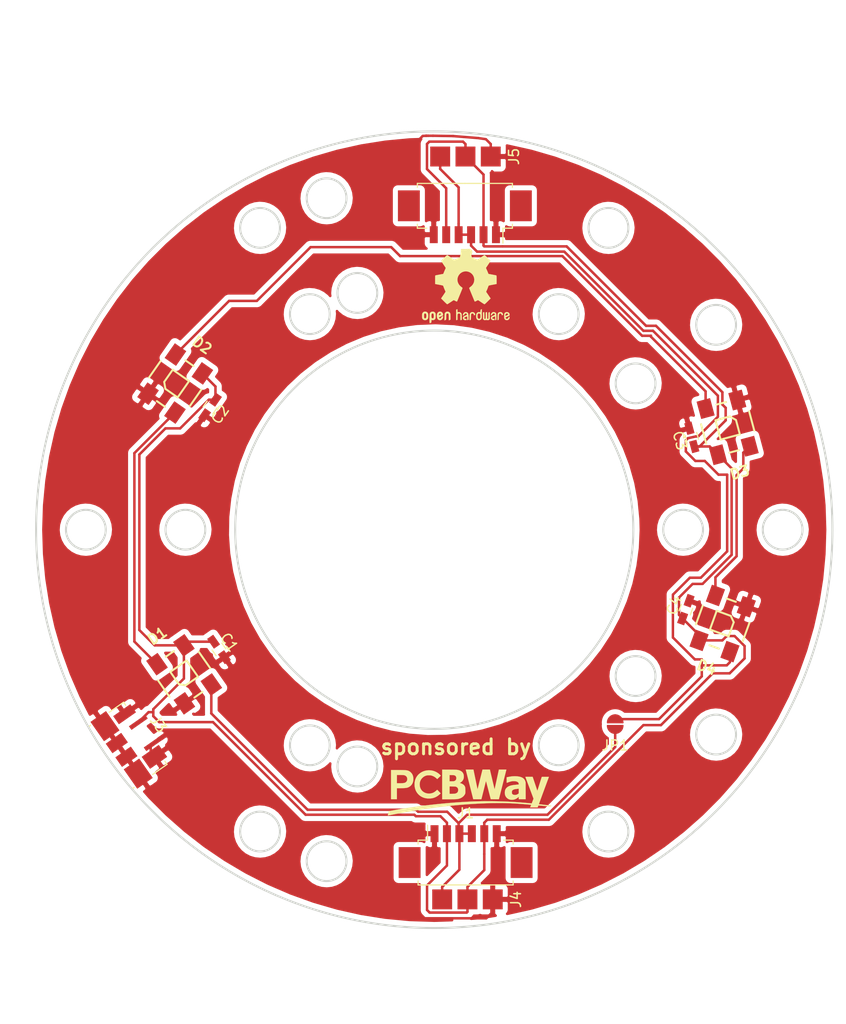
<source format=kicad_pcb>
(kicad_pcb (version 20171130) (host pcbnew "(5.0.0)")

  (general
    (thickness 1.6)
    (drawings 44)
    (tracks 175)
    (zones 0)
    (modules 19)
    (nets 9)
  )

  (page A4)
  (layers
    (0 F.Cu signal)
    (31 B.Cu signal)
    (33 F.Adhes user)
    (35 F.Paste user)
    (37 F.SilkS user)
    (39 F.Mask user)
    (40 Dwgs.User user)
    (41 Cmts.User user)
    (42 Eco1.User user)
    (43 Eco2.User user)
    (44 Edge.Cuts user)
    (45 Margin user)
    (46 B.CrtYd user)
    (47 F.CrtYd user)
    (49 F.Fab user)
  )

  (setup
    (last_trace_width 0.25)
    (trace_clearance 0.2)
    (zone_clearance 0.508)
    (zone_45_only no)
    (trace_min 0.2)
    (segment_width 0.2)
    (edge_width 0.15)
    (via_size 0.8)
    (via_drill 0.4)
    (via_min_size 0.4)
    (via_min_drill 0.3)
    (uvia_size 0.3)
    (uvia_drill 0.1)
    (uvias_allowed no)
    (uvia_min_size 0.2)
    (uvia_min_drill 0.1)
    (pcb_text_width 0.3)
    (pcb_text_size 1.5 1.5)
    (mod_edge_width 0.15)
    (mod_text_size 1 1)
    (mod_text_width 0.15)
    (pad_size 0.8 1.7)
    (pad_drill 0)
    (pad_to_mask_clearance 0)
    (aux_axis_origin 0 0)
    (visible_elements FFFFEF7F)
    (pcbplotparams
      (layerselection 0x010a8_7fffffff)
      (usegerberextensions false)
      (usegerberattributes false)
      (usegerberadvancedattributes false)
      (creategerberjobfile false)
      (excludeedgelayer true)
      (linewidth 0.100000)
      (plotframeref false)
      (viasonmask false)
      (mode 1)
      (useauxorigin false)
      (hpglpennumber 1)
      (hpglpenspeed 20)
      (hpglpendiameter 15.000000)
      (psnegative false)
      (psa4output false)
      (plotreference true)
      (plotvalue true)
      (plotinvisibletext false)
      (padsonsilk false)
      (subtractmaskfromsilk false)
      (outputformat 1)
      (mirror false)
      (drillshape 0)
      (scaleselection 1)
      (outputdirectory "gerber/"))
  )

  (net 0 "")
  (net 1 "Net-(D1-Pad2)")
  (net 2 "Net-(D2-Pad2)")
  (net 3 "Net-(D3-Pad2)")
  (net 4 GND)
  (net 5 VIN)
  (net 6 VCC)
  (net 7 DIN)
  (net 8 DOUT)

  (net_class Default "This is the default net class."
    (clearance 0.2)
    (trace_width 0.25)
    (via_dia 0.8)
    (via_drill 0.4)
    (uvia_dia 0.3)
    (uvia_drill 0.1)
    (add_net DIN)
    (add_net DOUT)
    (add_net GND)
    (add_net "Net-(D1-Pad2)")
    (add_net "Net-(D2-Pad2)")
    (add_net "Net-(D3-Pad2)")
    (add_net VCC)
  )

  (module Pin_Headers:Pin_Header_Straight_1x03_Pitch2.54mm (layer F.Cu) (tedit 5BCCCFF6) (tstamp 5BDE11A6)
    (at 134.5 122.2 270)
    (descr "Through hole straight pin header, 1x03, 2.54mm pitch, single row")
    (tags "Through hole pin header THT 1x03 2.54mm single row")
    (path /5BCCD0FE)
    (fp_text reference J4 (at 0 -2.33 270) (layer F.SilkS)
      (effects (font (size 1 1) (thickness 0.15)))
    )
    (fp_text value Conn_01x03 (at 0 7.41 270) (layer F.Fab)
      (effects (font (size 1 1) (thickness 0.15)))
    )
    (fp_text user %R (at 0 2.54) (layer F.Fab)
      (effects (font (size 1 1) (thickness 0.15)))
    )
    (pad 1 smd rect (at 0 0 270) (size 2 2) (layers F.Cu F.Mask)
      (net 4 GND))
    (pad 2 smd rect (at 0 2.54 270) (size 2 2) (layers F.Cu F.Mask)
      (net 6 VCC))
    (pad 3 smd rect (at 0 5.08 270) (size 2 2) (layers F.Cu F.Mask)
      (net 7 DIN))
  )

  (module Pin_Headers:Pin_Header_Straight_1x03_Pitch2.54mm (layer F.Cu) (tedit 5BCCCFE1) (tstamp 5BDE14E5)
    (at 134.3 47.6 270)
    (descr "Through hole straight pin header, 1x03, 2.54mm pitch, single row")
    (tags "Through hole pin header THT 1x03 2.54mm single row")
    (path /5BCCD0BC)
    (fp_text reference J5 (at 0 -2.33 270) (layer F.SilkS)
      (effects (font (size 1 1) (thickness 0.15)))
    )
    (fp_text value Conn_01x03 (at 0 7.41 270) (layer F.Fab)
      (effects (font (size 1 1) (thickness 0.15)))
    )
    (fp_text user %R (at 0 2.54) (layer F.Fab)
      (effects (font (size 1 1) (thickness 0.15)))
    )
    (pad 3 smd rect (at 0 5.08 270) (size 2 2) (layers F.Cu F.Mask)
      (net 8 DOUT))
    (pad 2 smd rect (at 0 2.54 270) (size 2 2) (layers F.Cu F.Mask)
      (net 6 VCC))
    (pad 1 smd rect (at 0 0 270) (size 2 2) (layers F.Cu F.Mask)
      (net 4 GND))
  )

  (module Connector_USB:USB_Micro-B_Molex_47346-0001 (layer F.Cu) (tedit 5BCCC6AE) (tstamp 5BCD3C04)
    (at 98.2 106.5 305)
    (descr "Micro USB B receptable with flange, bottom-mount, SMD, right-angle (http://www.molex.com/pdm_docs/sd/473460001_sd.pdf)")
    (tags "Micro B USB SMD")
    (path /5BCC7480)
    (attr smd)
    (fp_text reference J3 (at 0 -3.3 125) (layer F.SilkS)
      (effects (font (size 1 1) (thickness 0.15)))
    )
    (fp_text value USB_B_Micro (at 0.000001 4.6 125) (layer F.Fab)
      (effects (font (size 1 1) (thickness 0.15)))
    )
    (fp_text user "PCB Edge" (at 0 2.67 125) (layer Dwgs.User)
      (effects (font (size 0.4 0.4) (thickness 0.04)))
    )
    (fp_text user %R (at 0 1.2 305) (layer F.Fab)
      (effects (font (size 1 1) (thickness 0.15)))
    )
    (fp_line (start 3.81 -1.71) (end 3.43 -1.71) (layer F.SilkS) (width 0.12))
    (fp_line (start 4.600001 3.9) (end -4.6 3.900001) (layer F.CrtYd) (width 0.05))
    (fp_line (start 4.6 -2.7) (end 4.600001 3.9) (layer F.CrtYd) (width 0.05))
    (fp_line (start -4.6 -2.7) (end 4.6 -2.7) (layer F.CrtYd) (width 0.05))
    (fp_line (start -4.6 3.900001) (end -4.6 -2.7) (layer F.CrtYd) (width 0.05))
    (fp_line (start 3.75 3.35) (end -3.75 3.35) (layer F.Fab) (width 0.1))
    (fp_line (start 3.75 -1.65) (end 3.75 3.35) (layer F.Fab) (width 0.1))
    (fp_line (start -3.75 -1.65) (end 3.75 -1.65) (layer F.Fab) (width 0.1))
    (fp_line (start -3.75 3.35) (end -3.75 -1.65) (layer F.Fab) (width 0.1))
    (fp_line (start 3.81 2.34) (end 3.81 2.6) (layer F.SilkS) (width 0.12))
    (fp_line (start 3.81 -1.71) (end 3.81 0.06) (layer F.SilkS) (width 0.12))
    (fp_line (start -3.81 -1.71) (end -3.43 -1.71) (layer F.SilkS) (width 0.12))
    (fp_line (start -3.81 0.06) (end -3.81 -1.71) (layer F.SilkS) (width 0.12))
    (fp_line (start -3.810001 2.6) (end -3.81 2.34) (layer F.SilkS) (width 0.12))
    (fp_line (start -3.25 2.649999) (end 3.250001 2.65) (layer F.Fab) (width 0.1))
    (pad 1 smd rect (at -1.3 -1.76 305) (size 0.45 2) (layers F.Cu F.Paste F.Mask)
      (net 6 VCC))
    (pad 5 smd rect (at 1.3 -1.76 305) (size 0.45 2) (layers F.Cu F.Paste F.Mask)
      (net 4 GND))
    (pad 6 smd rect (at -2.762501 -1.1 305) (size 1 2.1) (layers F.Cu F.Paste F.Mask)
      (net 4 GND))
    (pad 6 smd rect (at 2.4625 -1.1 305) (size 1.475 2.1) (layers F.Cu F.Paste F.Mask)
      (net 4 GND))
    (pad 6 smd rect (at -2.91 1.2 305) (size 2.375 1.9) (layers F.Cu F.Paste F.Mask)
      (net 4 GND))
    (pad 6 smd rect (at 2.91 1.2 305) (size 2.375 1.9) (layers F.Cu F.Paste F.Mask)
      (net 4 GND))
    (pad 6 smd rect (at -0.84 1.2 305) (size 1.175 1.9) (layers F.Cu F.Paste F.Mask)
      (net 4 GND))
    (pad 6 smd rect (at 0.84 1.2 305) (size 1.175 1.9) (layers F.Cu F.Paste F.Mask)
      (net 4 GND))
    (model ${KISYS3DMOD}/Connector_USB.3dshapes/USB_Micro-B_Molex_47346-0001.wrl
      (at (xyz 0 0 0))
      (scale (xyz 1 1 1))
      (rotate (xyz 0 0 0))
    )
  )

  (module Connectors_Molex:Molex_PicoBlade_53261-0671_06x1.25mm_Angled (layer F.Cu) (tedit 58A3B7FB) (tstamp 5BCD3BE4)
    (at 131.7 54 180)
    (descr "Molex PicoBlade, single row, side entry type, surface mount, PN:53261-0671")
    (tags "connector molex picoblade smt")
    (path /5BCC6938)
    (attr smd)
    (fp_text reference J2 (at 0 -3.5 180) (layer F.SilkS)
      (effects (font (size 1 1) (thickness 0.15)))
    )
    (fp_text value Conn_01x06 (at 0 5 180) (layer F.Fab)
      (effects (font (size 1 1) (thickness 0.15)))
    )
    (fp_line (start -4.625 3.55) (end -4.625 -0.65) (layer F.Fab) (width 0.1))
    (fp_line (start -4.625 -0.65) (end 4.625 -0.65) (layer F.Fab) (width 0.1))
    (fp_line (start 4.625 -0.65) (end 4.625 3.55) (layer F.Fab) (width 0.1))
    (fp_line (start 4.625 3.55) (end -4.625 3.55) (layer F.Fab) (width 0.1))
    (fp_line (start 4.625 0.35) (end 6.125 0.35) (layer F.Fab) (width 0.1))
    (fp_line (start 6.125 0.35) (end 6.125 3.15) (layer F.Fab) (width 0.1))
    (fp_line (start 6.125 3.15) (end 4.625 3.15) (layer F.Fab) (width 0.1))
    (fp_line (start -4.625 0.35) (end -6.125 0.35) (layer F.Fab) (width 0.1))
    (fp_line (start -6.125 0.35) (end -6.125 3.15) (layer F.Fab) (width 0.1))
    (fp_line (start -6.125 3.15) (end -4.625 3.15) (layer F.Fab) (width 0.1))
    (fp_line (start 3.825 -0.8) (end 4.775 -0.8) (layer F.SilkS) (width 0.12))
    (fp_line (start 4.775 -0.8) (end 4.775 -0.4) (layer F.SilkS) (width 0.12))
    (fp_line (start -3.825 -0.8) (end -4.775 -0.8) (layer F.SilkS) (width 0.12))
    (fp_line (start -4.775 -0.8) (end -4.775 -0.4) (layer F.SilkS) (width 0.12))
    (fp_line (start 4.775 3.3) (end 4.775 3.7) (layer F.SilkS) (width 0.12))
    (fp_line (start 4.775 3.7) (end 0 3.7) (layer F.SilkS) (width 0.12))
    (fp_line (start -4.775 3.3) (end -4.775 3.7) (layer F.SilkS) (width 0.12))
    (fp_line (start -4.775 3.7) (end 0 3.7) (layer F.SilkS) (width 0.12))
    (fp_line (start -3.825 -0.8) (end -3.825 -2.3) (layer F.SilkS) (width 0.12))
    (fp_line (start -3.525 -0.65) (end -3.125 0.15) (layer F.Fab) (width 0.1))
    (fp_line (start -3.125 0.15) (end -2.725 -0.65) (layer F.Fab) (width 0.1))
    (fp_line (start -2.725 -0.65) (end -3.525 -0.65) (layer F.Fab) (width 0.1))
    (fp_line (start 0 -2.85) (end -4.3 -2.85) (layer F.CrtYd) (width 0.05))
    (fp_line (start -4.3 -2.85) (end -4.3 -1.25) (layer F.CrtYd) (width 0.05))
    (fp_line (start -4.3 -1.25) (end -7.3 -1.25) (layer F.CrtYd) (width 0.05))
    (fp_line (start -7.3 -1.25) (end -7.3 4.15) (layer F.CrtYd) (width 0.05))
    (fp_line (start -7.3 4.15) (end 0 4.15) (layer F.CrtYd) (width 0.05))
    (fp_line (start 0 -2.85) (end 4.3 -2.85) (layer F.CrtYd) (width 0.05))
    (fp_line (start 4.3 -2.85) (end 4.3 -1.25) (layer F.CrtYd) (width 0.05))
    (fp_line (start 4.3 -1.25) (end 7.3 -1.25) (layer F.CrtYd) (width 0.05))
    (fp_line (start 7.3 -1.25) (end 7.3 4.15) (layer F.CrtYd) (width 0.05))
    (fp_line (start 7.3 4.15) (end 0 4.15) (layer F.CrtYd) (width 0.05))
    (fp_text user %R (at 0 2.5 180) (layer F.Fab)
      (effects (font (size 1 1) (thickness 0.15)))
    )
    (pad 1 smd rect (at -3.125 -1.45 180) (size 0.8 1.7) (layers F.Cu F.Paste F.Mask)
      (net 4 GND))
    (pad 2 smd rect (at -1.875 -1.45 180) (size 0.8 1.7) (layers F.Cu F.Paste F.Mask)
      (net 6 VCC))
    (pad 3 smd rect (at -0.625 -1.45 180) (size 0.8 1.7) (layers F.Cu F.Paste F.Mask)
      (net 8 DOUT))
    (pad 4 smd rect (at 0.625 -1.45 180) (size 0.8 1.7) (layers F.Cu F.Paste F.Mask)
      (net 8 DOUT))
    (pad 5 smd rect (at 1.875 -1.45 180) (size 0.8 1.7) (layers F.Cu F.Paste F.Mask)
      (net 6 VCC))
    (pad 6 smd rect (at 3.125 -1.45 180) (size 0.8 1.7) (layers F.Cu F.Paste F.Mask)
      (net 4 GND))
    (pad "" smd rect (at -5.625 1.45 180) (size 2.2 3.1) (layers F.Cu F.Paste F.Mask))
    (pad "" smd rect (at 5.625 1.45 180) (size 2.2 3.1) (layers F.Cu F.Paste F.Mask))
    (model ${KISYS3DMOD}/Connectors_Molex.3dshapes/Molex_PicoBlade_53261-0671_06x1.25mm_Angled.wrl
      (at (xyz 0 0 0))
      (scale (xyz 1 1 1))
      (rotate (xyz 0 0 0))
    )
  )

  (module jmp:JUMPER-SOLDER-SMD (layer F.Cu) (tedit 568A8F46) (tstamp 5BCD3C40)
    (at 146.8 104.6)
    (path /5BCC756F)
    (fp_text reference JP1 (at 0 2.1336) (layer F.SilkS)
      (effects (font (size 1 1) (thickness 0.15)))
    )
    (fp_text value Jumper (at 0 -1.9304) (layer F.Fab)
      (effects (font (size 1 1) (thickness 0.15)))
    )
    (fp_line (start -0.889 -0.127) (end -0.889 0.127) (layer F.Mask) (width 0.15))
    (fp_line (start 0.889 -0.127) (end 0.889 0.127) (layer F.Mask) (width 0.15))
    (fp_line (start -0.889 0) (end 0.889 0) (layer F.Mask) (width 0.15))
    (fp_line (start -0.3175 0.889) (end 0.381 0.889) (layer F.Mask) (width 0.15))
    (fp_line (start 0.6985 0.635) (end -0.6985 0.635) (layer F.Mask) (width 0.15))
    (fp_line (start -0.762 0.508) (end 0.762 0.508) (layer F.Mask) (width 0.15))
    (fp_line (start 0.8255 0.381) (end -0.8255 0.381) (layer F.Mask) (width 0.15))
    (fp_line (start -0.8255 0.254) (end 0.8255 0.254) (layer F.Mask) (width 0.15))
    (fp_line (start 0.889 0.127) (end -0.889 0.127) (layer F.Mask) (width 0.15))
    (fp_arc (start 0 0.127) (end 0 1.016) (angle 90) (layer F.Mask) (width 0.15))
    (fp_arc (start 0 0.127) (end 0.889 0.127) (angle 90) (layer F.Mask) (width 0.15))
    (fp_line (start 0.381 -0.889) (end -0.381 -0.889) (layer F.Mask) (width 0.15))
    (fp_line (start -0.6985 -0.635) (end 0.6985 -0.635) (layer F.Mask) (width 0.15))
    (fp_line (start 0.762 -0.508) (end -0.762 -0.508) (layer F.Mask) (width 0.15))
    (fp_line (start -0.8255 -0.381) (end 0.8255 -0.381) (layer F.Mask) (width 0.15))
    (fp_line (start 0.8255 -0.254) (end -0.8255 -0.254) (layer F.Mask) (width 0.15))
    (fp_line (start 0.889 -0.127) (end -0.889 -0.127) (layer F.Mask) (width 0.15))
    (fp_arc (start 0 -0.127) (end -0.889 -0.127) (angle 90) (layer F.Mask) (width 0.15))
    (fp_arc (start 0 -0.127) (end 0 -1.016) (angle 90) (layer F.Mask) (width 0.15))
    (fp_line (start -0.6604 -0.254) (end 0.6604 -0.254) (layer F.Cu) (width 0.15))
    (fp_line (start 0.6604 -0.254) (end 0.6604 -0.3556) (layer F.Cu) (width 0.15))
    (fp_line (start 0.6604 -0.3556) (end -0.6604 -0.3556) (layer F.Cu) (width 0.15))
    (fp_line (start -0.6604 -0.3556) (end -0.6604 -0.4572) (layer F.Cu) (width 0.15))
    (fp_line (start -0.6604 -0.4572) (end 0.6096 -0.4572) (layer F.Cu) (width 0.15))
    (fp_line (start 0.6096 -0.4572) (end 0.6096 -0.5588) (layer F.Cu) (width 0.15))
    (fp_line (start 0.6096 -0.5588) (end -0.5588 -0.5588) (layer F.Cu) (width 0.15))
    (fp_line (start -0.5588 -0.5588) (end -0.508 -0.6604) (layer F.Cu) (width 0.15))
    (fp_line (start -0.508 -0.6604) (end 0.4572 -0.6604) (layer F.Cu) (width 0.15))
    (fp_line (start 0.4572 -0.6604) (end 0.3556 -0.762) (layer F.Cu) (width 0.15))
    (fp_line (start 0.3556 -0.762) (end -0.3556 -0.762) (layer F.Cu) (width 0.15))
    (fp_line (start -0.3556 -0.762) (end -0.3048 -0.8128) (layer F.Cu) (width 0.15))
    (fp_line (start -0.3048 -0.8128) (end 0.254 -0.8128) (layer F.Cu) (width 0.15))
    (fp_line (start 0.6096 0.4572) (end 0.6096 0.5588) (layer F.Cu) (width 0.15))
    (fp_line (start 0.6096 0.5588) (end -0.508 0.5588) (layer F.Cu) (width 0.15))
    (fp_line (start -0.508 0.5588) (end -0.508 0.6604) (layer F.Cu) (width 0.15))
    (fp_line (start -0.508 0.6604) (end 0.4572 0.6604) (layer F.Cu) (width 0.15))
    (fp_line (start 0.4572 0.6604) (end 0.4572 0.7112) (layer F.Cu) (width 0.15))
    (fp_line (start 0.4572 0.7112) (end -0.4064 0.7112) (layer F.Cu) (width 0.15))
    (fp_line (start -0.4064 0.7112) (end -0.4064 0.762) (layer F.Cu) (width 0.15))
    (fp_line (start -0.4064 0.762) (end 0.3048 0.762) (layer F.Cu) (width 0.15))
    (fp_line (start 0.3048 0.762) (end 0.3048 0.8128) (layer F.Cu) (width 0.15))
    (fp_line (start 0.3048 0.8128) (end -0.254 0.8128) (layer F.Cu) (width 0.15))
    (fp_line (start -0.7112 0.254) (end 0.6604 0.254) (layer F.Cu) (width 0.15))
    (fp_line (start 0.6604 0.254) (end 0.6604 0.3556) (layer F.Cu) (width 0.15))
    (fp_line (start 0.6604 0.3556) (end -0.6604 0.3556) (layer F.Cu) (width 0.15))
    (fp_line (start -0.6604 0.3556) (end -0.6604 0.4572) (layer F.Cu) (width 0.15))
    (fp_line (start -0.6604 0.4572) (end 0.6096 0.4572) (layer F.Cu) (width 0.15))
    (fp_line (start 0.6096 0.4572) (end 0.6096 0.508) (layer F.Cu) (width 0.15))
    (fp_line (start -0.762 0.1524) (end 0.762 0.1524) (layer F.Cu) (width 0.15))
    (fp_line (start -0.762 -0.1524) (end 0.762 -0.1524) (layer F.Cu) (width 0.15))
    (fp_arc (start 0 -0.1524) (end 0 -0.9144) (angle 90) (layer F.Cu) (width 0.15))
    (fp_arc (start 0 -0.1524) (end -0.762 -0.1524) (angle 90) (layer F.Cu) (width 0.15))
    (fp_arc (start 0 0.1524) (end 0 0.9144) (angle 90) (layer F.Cu) (width 0.15))
    (fp_arc (start 0 0.1524) (end 0.762 0.1524) (angle 90) (layer F.Cu) (width 0.15))
    (pad 2 smd trapezoid (at 0 -0.5 90) (size 0.6 1) (rect_delta 0.1 0 ) (layers F.Cu F.Mask)
      (net 8 DOUT) (solder_mask_margin 0.1))
    (pad 1 smd trapezoid (at 0 0.5 270) (size 0.6 1) (rect_delta 0.1 0 ) (layers F.Cu F.Mask)
      (net 7 DIN) (solder_mask_margin 0.1))
  )

  (module Capacitors_SMD:C_0603_HandSoldering (layer F.Cu) (tedit 58AA848B) (tstamp 5BCE0E46)
    (at 107 97.1 305)
    (descr "Capacitor SMD 0603, hand soldering")
    (tags "capacitor 0603")
    (path /5BCC7A7D)
    (attr smd)
    (fp_text reference C1 (at 0 -1.25 305) (layer F.SilkS)
      (effects (font (size 1 1) (thickness 0.15)))
    )
    (fp_text value C (at 0 1.5 305) (layer F.Fab)
      (effects (font (size 1 1) (thickness 0.15)))
    )
    (fp_line (start 1.8 0.65) (end -1.8 0.65) (layer F.CrtYd) (width 0.05))
    (fp_line (start 1.8 0.65) (end 1.8 -0.65) (layer F.CrtYd) (width 0.05))
    (fp_line (start -1.8 -0.65) (end -1.8 0.65) (layer F.CrtYd) (width 0.05))
    (fp_line (start -1.8 -0.65) (end 1.8 -0.65) (layer F.CrtYd) (width 0.05))
    (fp_line (start 0.35 0.6) (end -0.35 0.6) (layer F.SilkS) (width 0.12))
    (fp_line (start -0.35 -0.6) (end 0.35 -0.6) (layer F.SilkS) (width 0.12))
    (fp_line (start -0.8 -0.4) (end 0.8 -0.4) (layer F.Fab) (width 0.1))
    (fp_line (start 0.8 -0.4) (end 0.8 0.4) (layer F.Fab) (width 0.1))
    (fp_line (start 0.8 0.4) (end -0.8 0.4) (layer F.Fab) (width 0.1))
    (fp_line (start -0.8 0.4) (end -0.8 -0.4) (layer F.Fab) (width 0.1))
    (fp_text user %R (at 0 -1.25 305) (layer F.Fab)
      (effects (font (size 1 1) (thickness 0.15)))
    )
    (pad 2 smd rect (at 0.95 0 305) (size 1.2 0.75) (layers F.Cu F.Paste F.Mask)
      (net 4 GND))
    (pad 1 smd rect (at -0.95 0 305) (size 1.2 0.75) (layers F.Cu F.Paste F.Mask)
      (net 6 VCC))
    (model Capacitors_SMD.3dshapes/C_0603.wrl
      (at (xyz 0 0 0))
      (scale (xyz 1 1 1))
      (rotate (xyz 0 0 0))
    )
  )

  (module Capacitors_SMD:C_0603_HandSoldering (layer F.Cu) (tedit 58AA848B) (tstamp 5BCE0E57)
    (at 106.1 72.8 235)
    (descr "Capacitor SMD 0603, hand soldering")
    (tags "capacitor 0603")
    (path /5BCC7B46)
    (attr smd)
    (fp_text reference C2 (at 0 -1.25 235) (layer F.SilkS)
      (effects (font (size 1 1) (thickness 0.15)))
    )
    (fp_text value C (at 0 1.5 235) (layer F.Fab)
      (effects (font (size 1 1) (thickness 0.15)))
    )
    (fp_text user %R (at 0 -1.25 235) (layer F.Fab)
      (effects (font (size 1 1) (thickness 0.15)))
    )
    (fp_line (start -0.8 0.4) (end -0.8 -0.4) (layer F.Fab) (width 0.1))
    (fp_line (start 0.8 0.4) (end -0.8 0.4) (layer F.Fab) (width 0.1))
    (fp_line (start 0.8 -0.4) (end 0.8 0.4) (layer F.Fab) (width 0.1))
    (fp_line (start -0.8 -0.4) (end 0.8 -0.4) (layer F.Fab) (width 0.1))
    (fp_line (start -0.35 -0.6) (end 0.35 -0.6) (layer F.SilkS) (width 0.12))
    (fp_line (start 0.35 0.6) (end -0.35 0.6) (layer F.SilkS) (width 0.12))
    (fp_line (start -1.8 -0.65) (end 1.8 -0.65) (layer F.CrtYd) (width 0.05))
    (fp_line (start -1.8 -0.65) (end -1.8 0.65) (layer F.CrtYd) (width 0.05))
    (fp_line (start 1.8 0.65) (end 1.8 -0.65) (layer F.CrtYd) (width 0.05))
    (fp_line (start 1.8 0.65) (end -1.8 0.65) (layer F.CrtYd) (width 0.05))
    (pad 1 smd rect (at -0.95 0 235) (size 1.2 0.75) (layers F.Cu F.Paste F.Mask)
      (net 6 VCC))
    (pad 2 smd rect (at 0.95 0 235) (size 1.2 0.75) (layers F.Cu F.Paste F.Mask)
      (net 4 GND))
    (model Capacitors_SMD.3dshapes/C_0603.wrl
      (at (xyz 0 0 0))
      (scale (xyz 1 1 1))
      (rotate (xyz 0 0 0))
    )
  )

  (module Capacitors_SMD:C_0603_HandSoldering (layer F.Cu) (tedit 58AA848B) (tstamp 5BCE0E68)
    (at 154.5 75.8 105)
    (descr "Capacitor SMD 0603, hand soldering")
    (tags "capacitor 0603")
    (path /5BCC7B7A)
    (attr smd)
    (fp_text reference C3 (at 0 -1.25 105) (layer F.SilkS)
      (effects (font (size 1 1) (thickness 0.15)))
    )
    (fp_text value C (at 0 1.5 105) (layer F.Fab)
      (effects (font (size 1 1) (thickness 0.15)))
    )
    (fp_line (start 1.8 0.65) (end -1.8 0.65) (layer F.CrtYd) (width 0.05))
    (fp_line (start 1.8 0.65) (end 1.8 -0.65) (layer F.CrtYd) (width 0.05))
    (fp_line (start -1.8 -0.65) (end -1.8 0.65) (layer F.CrtYd) (width 0.05))
    (fp_line (start -1.8 -0.65) (end 1.8 -0.65) (layer F.CrtYd) (width 0.05))
    (fp_line (start 0.35 0.6) (end -0.35 0.6) (layer F.SilkS) (width 0.12))
    (fp_line (start -0.35 -0.6) (end 0.35 -0.6) (layer F.SilkS) (width 0.12))
    (fp_line (start -0.8 -0.4) (end 0.8 -0.4) (layer F.Fab) (width 0.1))
    (fp_line (start 0.8 -0.4) (end 0.8 0.4) (layer F.Fab) (width 0.1))
    (fp_line (start 0.8 0.4) (end -0.8 0.4) (layer F.Fab) (width 0.1))
    (fp_line (start -0.8 0.4) (end -0.8 -0.4) (layer F.Fab) (width 0.1))
    (fp_text user %R (at 0 -1.25 105) (layer F.Fab)
      (effects (font (size 1 1) (thickness 0.15)))
    )
    (pad 2 smd rect (at 0.95 0 105) (size 1.2 0.75) (layers F.Cu F.Paste F.Mask)
      (net 4 GND))
    (pad 1 smd rect (at -0.95 0 105) (size 1.2 0.75) (layers F.Cu F.Paste F.Mask)
      (net 6 VCC))
    (model Capacitors_SMD.3dshapes/C_0603.wrl
      (at (xyz 0 0 0))
      (scale (xyz 1 1 1))
      (rotate (xyz 0 0 0))
    )
  )

  (module Capacitors_SMD:C_0603_HandSoldering (layer F.Cu) (tedit 58AA848B) (tstamp 5BCE0E79)
    (at 153.9 93.1 70)
    (descr "Capacitor SMD 0603, hand soldering")
    (tags "capacitor 0603")
    (path /5BCC7BA4)
    (attr smd)
    (fp_text reference C4 (at 0 -1.25 70) (layer F.SilkS)
      (effects (font (size 1 1) (thickness 0.15)))
    )
    (fp_text value C (at 0 1.5 70) (layer F.Fab)
      (effects (font (size 1 1) (thickness 0.15)))
    )
    (fp_text user %R (at 0 -1.25 70) (layer F.Fab)
      (effects (font (size 1 1) (thickness 0.15)))
    )
    (fp_line (start -0.8 0.4) (end -0.8 -0.4) (layer F.Fab) (width 0.1))
    (fp_line (start 0.8 0.4) (end -0.8 0.4) (layer F.Fab) (width 0.1))
    (fp_line (start 0.8 -0.4) (end 0.8 0.4) (layer F.Fab) (width 0.1))
    (fp_line (start -0.8 -0.4) (end 0.8 -0.4) (layer F.Fab) (width 0.1))
    (fp_line (start -0.35 -0.6) (end 0.35 -0.6) (layer F.SilkS) (width 0.12))
    (fp_line (start 0.35 0.6) (end -0.35 0.6) (layer F.SilkS) (width 0.12))
    (fp_line (start -1.8 -0.65) (end 1.8 -0.65) (layer F.CrtYd) (width 0.05))
    (fp_line (start -1.8 -0.65) (end -1.8 0.65) (layer F.CrtYd) (width 0.05))
    (fp_line (start 1.8 0.65) (end 1.8 -0.65) (layer F.CrtYd) (width 0.05))
    (fp_line (start 1.8 0.65) (end -1.8 0.65) (layer F.CrtYd) (width 0.05))
    (pad 1 smd rect (at -0.95 0 70) (size 1.2 0.75) (layers F.Cu F.Paste F.Mask)
      (net 6 VCC))
    (pad 2 smd rect (at 0.95 0 70) (size 1.2 0.75) (layers F.Cu F.Paste F.Mask)
      (net 4 GND))
    (model Capacitors_SMD.3dshapes/C_0603.wrl
      (at (xyz 0 0 0))
      (scale (xyz 1 1 1))
      (rotate (xyz 0 0 0))
    )
  )

  (module WS2812B:WS2812B (layer F.Cu) (tedit 53BEE615) (tstamp 5BCEF27F)
    (at 103.5 99.6 35)
    (path /5BCC761E)
    (fp_text reference D1 (at 0 -4.7 35) (layer F.SilkS)
      (effects (font (size 1 1) (thickness 0.2)))
    )
    (fp_text value WS2812B (at 0 4.8 35) (layer F.SilkS) hide
      (effects (font (size 1 1) (thickness 0.2)))
    )
    (fp_line (start -1 -1) (end 1 -1) (layer F.SilkS) (width 0.2))
    (fp_line (start 1 -1) (end 1 1) (layer F.SilkS) (width 0.2))
    (fp_line (start 1 1) (end -0.5 1) (layer F.SilkS) (width 0.2))
    (fp_line (start -0.5 1) (end -1 0.5) (layer F.SilkS) (width 0.2))
    (fp_line (start -1 0.5) (end -1 -1) (layer F.SilkS) (width 0.2))
    (fp_line (start -2.5 -1) (end -2.5 1) (layer F.SilkS) (width 0.2))
    (fp_line (start -0.5 2.5) (end 0.5 2.5) (layer F.SilkS) (width 0.2))
    (fp_line (start 2.5 -1) (end 2.5 1) (layer F.SilkS) (width 0.2))
    (fp_line (start -0.5 -2.5) (end 0.5 -2.5) (layer F.SilkS) (width 0.2))
    (fp_line (start 2.1 2.5) (end 2.5 2.5) (layer Dwgs.User) (width 0.2))
    (fp_line (start -1.2 2.5) (end 1.2 2.5) (layer Dwgs.User) (width 0.2))
    (fp_line (start -2.5 2.5) (end -2.1 2.5) (layer Dwgs.User) (width 0.2))
    (fp_line (start 2.1 -2.5) (end 2.5 -2.5) (layer Dwgs.User) (width 0.2))
    (fp_line (start -1.2 -2.5) (end 1.2 -2.5) (layer Dwgs.User) (width 0.2))
    (fp_line (start -2.5 -2.5) (end -2.1 -2.5) (layer Dwgs.User) (width 0.2))
    (fp_line (start -2.1 -2.7) (end -1.2 -2.7) (layer Dwgs.User) (width 0.2))
    (fp_line (start -1.2 -2.7) (end -1.2 -1.8) (layer Dwgs.User) (width 0.2))
    (fp_line (start -1.2 -1.8) (end -2.1 -1.8) (layer Dwgs.User) (width 0.2))
    (fp_line (start -2.1 -1.8) (end -2.1 -2.7) (layer Dwgs.User) (width 0.2))
    (fp_line (start 2.1 -2.7) (end 1.2 -2.7) (layer Dwgs.User) (width 0.2))
    (fp_line (start 1.2 -2.7) (end 1.2 -1.8) (layer Dwgs.User) (width 0.2))
    (fp_line (start 1.2 -1.8) (end 2.1 -1.8) (layer Dwgs.User) (width 0.2))
    (fp_line (start 2.1 -1.8) (end 2.1 -2.7) (layer Dwgs.User) (width 0.2))
    (fp_line (start -2.1 2.7) (end -2.1 1.8) (layer Dwgs.User) (width 0.2))
    (fp_line (start -2.1 1.8) (end -1.2 1.8) (layer Dwgs.User) (width 0.2))
    (fp_line (start -1.2 1.8) (end -1.2 2.7) (layer Dwgs.User) (width 0.2))
    (fp_line (start -1.2 2.7) (end -2.1 2.7) (layer Dwgs.User) (width 0.2))
    (fp_line (start 1.2 2.7) (end 1.2 1.8) (layer Dwgs.User) (width 0.2))
    (fp_line (start 1.2 1.8) (end 2.1 1.8) (layer Dwgs.User) (width 0.2))
    (fp_line (start 2.1 1.8) (end 2.1 2.7) (layer Dwgs.User) (width 0.2))
    (fp_line (start 2.1 2.7) (end 1.2 2.7) (layer Dwgs.User) (width 0.2))
    (fp_line (start 2.5 -2.5) (end 2.5 2.5) (layer Dwgs.User) (width 0.2))
    (fp_line (start -2.49936 2.49936) (end -2.49936 -2.49936) (layer Dwgs.User) (width 0.2))
    (pad 1 smd rect (at 1.65 -2.4 35) (size 1.4 1.8) (layers F.Cu F.Paste F.Mask)
      (net 6 VCC))
    (pad 2 smd rect (at -1.65 -2.4 35) (size 1.4 1.8) (layers F.Cu F.Paste F.Mask)
      (net 1 "Net-(D1-Pad2)"))
    (pad 3 smd rect (at -1.65 2.4 35) (size 1.4 1.8) (layers F.Cu F.Paste F.Mask)
      (net 4 GND))
    (pad 4 smd rect (at 1.65 2.4 35) (size 1.4 1.8) (layers F.Cu F.Paste F.Mask)
      (net 7 DIN))
  )

  (module WS2812B:WS2812B (layer F.Cu) (tedit 53BEE615) (tstamp 5BCEF2A7)
    (at 102.6 70.4 325)
    (path /5BCC7674)
    (fp_text reference D2 (at 0 -4.7 325) (layer F.SilkS)
      (effects (font (size 1 1) (thickness 0.2)))
    )
    (fp_text value WS2812B (at 0 4.8 325) (layer F.SilkS) hide
      (effects (font (size 1 1) (thickness 0.2)))
    )
    (fp_line (start -2.49936 2.49936) (end -2.49936 -2.49936) (layer Dwgs.User) (width 0.2))
    (fp_line (start 2.5 -2.5) (end 2.5 2.5) (layer Dwgs.User) (width 0.2))
    (fp_line (start 2.1 2.7) (end 1.2 2.7) (layer Dwgs.User) (width 0.2))
    (fp_line (start 2.1 1.8) (end 2.1 2.7) (layer Dwgs.User) (width 0.2))
    (fp_line (start 1.2 1.8) (end 2.1 1.8) (layer Dwgs.User) (width 0.2))
    (fp_line (start 1.2 2.7) (end 1.2 1.8) (layer Dwgs.User) (width 0.2))
    (fp_line (start -1.2 2.7) (end -2.1 2.7) (layer Dwgs.User) (width 0.2))
    (fp_line (start -1.2 1.8) (end -1.2 2.7) (layer Dwgs.User) (width 0.2))
    (fp_line (start -2.1 1.8) (end -1.2 1.8) (layer Dwgs.User) (width 0.2))
    (fp_line (start -2.1 2.7) (end -2.1 1.8) (layer Dwgs.User) (width 0.2))
    (fp_line (start 2.1 -1.8) (end 2.1 -2.7) (layer Dwgs.User) (width 0.2))
    (fp_line (start 1.2 -1.8) (end 2.1 -1.8) (layer Dwgs.User) (width 0.2))
    (fp_line (start 1.2 -2.7) (end 1.2 -1.8) (layer Dwgs.User) (width 0.2))
    (fp_line (start 2.1 -2.7) (end 1.2 -2.7) (layer Dwgs.User) (width 0.2))
    (fp_line (start -2.1 -1.8) (end -2.1 -2.7) (layer Dwgs.User) (width 0.2))
    (fp_line (start -1.2 -1.8) (end -2.1 -1.8) (layer Dwgs.User) (width 0.2))
    (fp_line (start -1.2 -2.7) (end -1.2 -1.8) (layer Dwgs.User) (width 0.2))
    (fp_line (start -2.1 -2.7) (end -1.2 -2.7) (layer Dwgs.User) (width 0.2))
    (fp_line (start -2.5 -2.5) (end -2.1 -2.5) (layer Dwgs.User) (width 0.2))
    (fp_line (start -1.2 -2.5) (end 1.2 -2.5) (layer Dwgs.User) (width 0.2))
    (fp_line (start 2.1 -2.5) (end 2.5 -2.5) (layer Dwgs.User) (width 0.2))
    (fp_line (start -2.5 2.5) (end -2.1 2.5) (layer Dwgs.User) (width 0.2))
    (fp_line (start -1.2 2.5) (end 1.2 2.5) (layer Dwgs.User) (width 0.2))
    (fp_line (start 2.1 2.5) (end 2.5 2.5) (layer Dwgs.User) (width 0.2))
    (fp_line (start -0.5 -2.5) (end 0.5 -2.5) (layer F.SilkS) (width 0.2))
    (fp_line (start 2.5 -1) (end 2.5 1) (layer F.SilkS) (width 0.2))
    (fp_line (start -0.5 2.5) (end 0.5 2.5) (layer F.SilkS) (width 0.2))
    (fp_line (start -2.5 -1) (end -2.5 1) (layer F.SilkS) (width 0.2))
    (fp_line (start -1 0.5) (end -1 -1) (layer F.SilkS) (width 0.2))
    (fp_line (start -0.5 1) (end -1 0.5) (layer F.SilkS) (width 0.2))
    (fp_line (start 1 1) (end -0.5 1) (layer F.SilkS) (width 0.2))
    (fp_line (start 1 -1) (end 1 1) (layer F.SilkS) (width 0.2))
    (fp_line (start -1 -1) (end 1 -1) (layer F.SilkS) (width 0.2))
    (pad 4 smd rect (at 1.65 2.4 325) (size 1.4 1.8) (layers F.Cu F.Paste F.Mask)
      (net 1 "Net-(D1-Pad2)"))
    (pad 3 smd rect (at -1.65 2.4 325) (size 1.4 1.8) (layers F.Cu F.Paste F.Mask)
      (net 4 GND))
    (pad 2 smd rect (at -1.65 -2.4 325) (size 1.4 1.8) (layers F.Cu F.Paste F.Mask)
      (net 2 "Net-(D2-Pad2)"))
    (pad 1 smd rect (at 1.65 -2.4 325) (size 1.4 1.8) (layers F.Cu F.Paste F.Mask)
      (net 6 VCC))
  )

  (module WS2812B:WS2812B (layer F.Cu) (tedit 53BEE615) (tstamp 5BCEF2CF)
    (at 158.1 74.8 195)
    (path /5BCC76BA)
    (fp_text reference D3 (at 0 -4.7 195) (layer F.SilkS)
      (effects (font (size 1 1) (thickness 0.2)))
    )
    (fp_text value WS2812B (at 0 4.8 195) (layer F.SilkS) hide
      (effects (font (size 1 1) (thickness 0.2)))
    )
    (fp_line (start -1 -1) (end 1 -1) (layer F.SilkS) (width 0.2))
    (fp_line (start 1 -1) (end 1 1) (layer F.SilkS) (width 0.2))
    (fp_line (start 1 1) (end -0.5 1) (layer F.SilkS) (width 0.2))
    (fp_line (start -0.5 1) (end -1 0.5) (layer F.SilkS) (width 0.2))
    (fp_line (start -1 0.5) (end -1 -1) (layer F.SilkS) (width 0.2))
    (fp_line (start -2.5 -1) (end -2.5 1) (layer F.SilkS) (width 0.2))
    (fp_line (start -0.5 2.5) (end 0.5 2.5) (layer F.SilkS) (width 0.2))
    (fp_line (start 2.5 -1) (end 2.5 1) (layer F.SilkS) (width 0.2))
    (fp_line (start -0.5 -2.5) (end 0.5 -2.5) (layer F.SilkS) (width 0.2))
    (fp_line (start 2.1 2.5) (end 2.5 2.5) (layer Dwgs.User) (width 0.2))
    (fp_line (start -1.2 2.5) (end 1.2 2.5) (layer Dwgs.User) (width 0.2))
    (fp_line (start -2.5 2.5) (end -2.1 2.5) (layer Dwgs.User) (width 0.2))
    (fp_line (start 2.1 -2.5) (end 2.5 -2.5) (layer Dwgs.User) (width 0.2))
    (fp_line (start -1.2 -2.5) (end 1.2 -2.5) (layer Dwgs.User) (width 0.2))
    (fp_line (start -2.5 -2.5) (end -2.1 -2.5) (layer Dwgs.User) (width 0.2))
    (fp_line (start -2.1 -2.7) (end -1.2 -2.7) (layer Dwgs.User) (width 0.2))
    (fp_line (start -1.2 -2.7) (end -1.2 -1.8) (layer Dwgs.User) (width 0.2))
    (fp_line (start -1.2 -1.8) (end -2.1 -1.8) (layer Dwgs.User) (width 0.2))
    (fp_line (start -2.1 -1.8) (end -2.1 -2.7) (layer Dwgs.User) (width 0.2))
    (fp_line (start 2.1 -2.7) (end 1.2 -2.7) (layer Dwgs.User) (width 0.2))
    (fp_line (start 1.2 -2.7) (end 1.2 -1.8) (layer Dwgs.User) (width 0.2))
    (fp_line (start 1.2 -1.8) (end 2.1 -1.8) (layer Dwgs.User) (width 0.2))
    (fp_line (start 2.1 -1.8) (end 2.1 -2.7) (layer Dwgs.User) (width 0.2))
    (fp_line (start -2.1 2.7) (end -2.1 1.8) (layer Dwgs.User) (width 0.2))
    (fp_line (start -2.1 1.8) (end -1.2 1.8) (layer Dwgs.User) (width 0.2))
    (fp_line (start -1.2 1.8) (end -1.2 2.7) (layer Dwgs.User) (width 0.2))
    (fp_line (start -1.2 2.7) (end -2.1 2.7) (layer Dwgs.User) (width 0.2))
    (fp_line (start 1.2 2.7) (end 1.2 1.8) (layer Dwgs.User) (width 0.2))
    (fp_line (start 1.2 1.8) (end 2.1 1.8) (layer Dwgs.User) (width 0.2))
    (fp_line (start 2.1 1.8) (end 2.1 2.7) (layer Dwgs.User) (width 0.2))
    (fp_line (start 2.1 2.7) (end 1.2 2.7) (layer Dwgs.User) (width 0.2))
    (fp_line (start 2.5 -2.5) (end 2.5 2.5) (layer Dwgs.User) (width 0.2))
    (fp_line (start -2.49936 2.49936) (end -2.49936 -2.49936) (layer Dwgs.User) (width 0.2))
    (pad 1 smd rect (at 1.65 -2.4 195) (size 1.4 1.8) (layers F.Cu F.Paste F.Mask)
      (net 6 VCC))
    (pad 2 smd rect (at -1.65 -2.4 195) (size 1.4 1.8) (layers F.Cu F.Paste F.Mask)
      (net 3 "Net-(D3-Pad2)"))
    (pad 3 smd rect (at -1.65 2.4 195) (size 1.4 1.8) (layers F.Cu F.Paste F.Mask)
      (net 4 GND))
    (pad 4 smd rect (at 1.65 2.4 195) (size 1.4 1.8) (layers F.Cu F.Paste F.Mask)
      (net 2 "Net-(D2-Pad2)"))
  )

  (module WS2812B:WS2812B (layer F.Cu) (tedit 53BEE615) (tstamp 5BCEF2F7)
    (at 157.6 94.5 160)
    (path /5BCC7816)
    (fp_text reference D4 (at 0 -4.7 160) (layer F.SilkS)
      (effects (font (size 1 1) (thickness 0.2)))
    )
    (fp_text value WS2812B (at 0 4.8 160) (layer F.SilkS) hide
      (effects (font (size 1 1) (thickness 0.2)))
    )
    (fp_line (start -2.49936 2.49936) (end -2.49936 -2.49936) (layer Dwgs.User) (width 0.2))
    (fp_line (start 2.5 -2.5) (end 2.5 2.5) (layer Dwgs.User) (width 0.2))
    (fp_line (start 2.1 2.7) (end 1.2 2.7) (layer Dwgs.User) (width 0.2))
    (fp_line (start 2.1 1.8) (end 2.1 2.7) (layer Dwgs.User) (width 0.2))
    (fp_line (start 1.2 1.8) (end 2.1 1.8) (layer Dwgs.User) (width 0.2))
    (fp_line (start 1.2 2.7) (end 1.2 1.8) (layer Dwgs.User) (width 0.2))
    (fp_line (start -1.2 2.7) (end -2.1 2.7) (layer Dwgs.User) (width 0.2))
    (fp_line (start -1.2 1.8) (end -1.2 2.7) (layer Dwgs.User) (width 0.2))
    (fp_line (start -2.1 1.8) (end -1.2 1.8) (layer Dwgs.User) (width 0.2))
    (fp_line (start -2.1 2.7) (end -2.1 1.8) (layer Dwgs.User) (width 0.2))
    (fp_line (start 2.1 -1.8) (end 2.1 -2.7) (layer Dwgs.User) (width 0.2))
    (fp_line (start 1.2 -1.8) (end 2.1 -1.8) (layer Dwgs.User) (width 0.2))
    (fp_line (start 1.2 -2.7) (end 1.2 -1.8) (layer Dwgs.User) (width 0.2))
    (fp_line (start 2.1 -2.7) (end 1.2 -2.7) (layer Dwgs.User) (width 0.2))
    (fp_line (start -2.1 -1.8) (end -2.1 -2.7) (layer Dwgs.User) (width 0.2))
    (fp_line (start -1.2 -1.8) (end -2.1 -1.8) (layer Dwgs.User) (width 0.2))
    (fp_line (start -1.2 -2.7) (end -1.2 -1.8) (layer Dwgs.User) (width 0.2))
    (fp_line (start -2.1 -2.7) (end -1.2 -2.7) (layer Dwgs.User) (width 0.2))
    (fp_line (start -2.5 -2.5) (end -2.1 -2.5) (layer Dwgs.User) (width 0.2))
    (fp_line (start -1.2 -2.5) (end 1.2 -2.5) (layer Dwgs.User) (width 0.2))
    (fp_line (start 2.1 -2.5) (end 2.5 -2.5) (layer Dwgs.User) (width 0.2))
    (fp_line (start -2.5 2.5) (end -2.1 2.5) (layer Dwgs.User) (width 0.2))
    (fp_line (start -1.2 2.5) (end 1.2 2.5) (layer Dwgs.User) (width 0.2))
    (fp_line (start 2.1 2.5) (end 2.5 2.5) (layer Dwgs.User) (width 0.2))
    (fp_line (start -0.5 -2.5) (end 0.5 -2.5) (layer F.SilkS) (width 0.2))
    (fp_line (start 2.5 -1) (end 2.5 1) (layer F.SilkS) (width 0.2))
    (fp_line (start -0.5 2.5) (end 0.5 2.5) (layer F.SilkS) (width 0.2))
    (fp_line (start -2.5 -1) (end -2.5 1) (layer F.SilkS) (width 0.2))
    (fp_line (start -1 0.5) (end -1 -1) (layer F.SilkS) (width 0.2))
    (fp_line (start -0.5 1) (end -1 0.5) (layer F.SilkS) (width 0.2))
    (fp_line (start 1 1) (end -0.5 1) (layer F.SilkS) (width 0.2))
    (fp_line (start 1 -1) (end 1 1) (layer F.SilkS) (width 0.2))
    (fp_line (start -1 -1) (end 1 -1) (layer F.SilkS) (width 0.2))
    (pad 4 smd rect (at 1.65 2.4 160) (size 1.4 1.8) (layers F.Cu F.Paste F.Mask)
      (net 3 "Net-(D3-Pad2)"))
    (pad 3 smd rect (at -1.65 2.4 160) (size 1.4 1.8) (layers F.Cu F.Paste F.Mask)
      (net 4 GND))
    (pad 2 smd rect (at -1.65 -2.4 160) (size 1.4 1.8) (layers F.Cu F.Paste F.Mask)
      (net 8 DOUT))
    (pad 1 smd rect (at 1.65 -2.4 160) (size 1.4 1.8) (layers F.Cu F.Paste F.Mask)
      (net 6 VCC))
  )

  (module Symbols:OSHW-Logo2_9.8x8mm_SilkScreen (layer F.Cu) (tedit 0) (tstamp 5BD2F185)
    (at 131.8 60.6)
    (descr "Open Source Hardware Symbol")
    (tags "Logo Symbol OSHW")
    (attr virtual)
    (fp_text reference REF*** (at 0 0) (layer F.SilkS) hide
      (effects (font (size 1 1) (thickness 0.15)))
    )
    (fp_text value OSHW-Logo2_9.8x8mm_SilkScreen (at 0.75 0) (layer F.Fab) hide
      (effects (font (size 1 1) (thickness 0.15)))
    )
    (fp_poly (pts (xy -3.231114 2.584505) (xy -3.156461 2.621727) (xy -3.090569 2.690261) (xy -3.072423 2.715648)
      (xy -3.052655 2.748866) (xy -3.039828 2.784945) (xy -3.03249 2.833098) (xy -3.029187 2.902536)
      (xy -3.028462 2.994206) (xy -3.031737 3.11983) (xy -3.043123 3.214154) (xy -3.064959 3.284523)
      (xy -3.099581 3.338286) (xy -3.14933 3.382788) (xy -3.152986 3.385423) (xy -3.202015 3.412377)
      (xy -3.261055 3.425712) (xy -3.336141 3.429) (xy -3.458205 3.429) (xy -3.458256 3.547497)
      (xy -3.459392 3.613492) (xy -3.466314 3.652202) (xy -3.484402 3.675419) (xy -3.519038 3.694933)
      (xy -3.527355 3.69892) (xy -3.56628 3.717603) (xy -3.596417 3.729403) (xy -3.618826 3.730422)
      (xy -3.634567 3.716761) (xy -3.644698 3.684522) (xy -3.650277 3.629804) (xy -3.652365 3.548711)
      (xy -3.652019 3.437344) (xy -3.6503 3.291802) (xy -3.649763 3.248269) (xy -3.647828 3.098205)
      (xy -3.646096 3.000042) (xy -3.458308 3.000042) (xy -3.457252 3.083364) (xy -3.452562 3.13788)
      (xy -3.441949 3.173837) (xy -3.423128 3.201482) (xy -3.41035 3.214965) (xy -3.35811 3.254417)
      (xy -3.311858 3.257628) (xy -3.264133 3.225049) (xy -3.262923 3.223846) (xy -3.243506 3.198668)
      (xy -3.231693 3.164447) (xy -3.225735 3.111748) (xy -3.22388 3.031131) (xy -3.223846 3.013271)
      (xy -3.22833 2.902175) (xy -3.242926 2.825161) (xy -3.26935 2.778147) (xy -3.309317 2.75705)
      (xy -3.332416 2.754923) (xy -3.387238 2.7649) (xy -3.424842 2.797752) (xy -3.447477 2.857857)
      (xy -3.457394 2.949598) (xy -3.458308 3.000042) (xy -3.646096 3.000042) (xy -3.645778 2.98206)
      (xy -3.643127 2.894679) (xy -3.639394 2.830905) (xy -3.634093 2.785582) (xy -3.626742 2.753555)
      (xy -3.616857 2.729668) (xy -3.603954 2.708764) (xy -3.598421 2.700898) (xy -3.525031 2.626595)
      (xy -3.43224 2.584467) (xy -3.324904 2.572722) (xy -3.231114 2.584505)) (layer F.SilkS) (width 0.01))
    (fp_poly (pts (xy -1.728336 2.595089) (xy -1.665633 2.631358) (xy -1.622039 2.667358) (xy -1.590155 2.705075)
      (xy -1.56819 2.751199) (xy -1.554351 2.812421) (xy -1.546847 2.895431) (xy -1.543883 3.006919)
      (xy -1.543539 3.087062) (xy -1.543539 3.382065) (xy -1.709615 3.456515) (xy -1.719385 3.133402)
      (xy -1.723421 3.012729) (xy -1.727656 2.925141) (xy -1.732903 2.86465) (xy -1.739975 2.825268)
      (xy -1.749689 2.801007) (xy -1.762856 2.78588) (xy -1.767081 2.782606) (xy -1.831091 2.757034)
      (xy -1.895792 2.767153) (xy -1.934308 2.794) (xy -1.949975 2.813024) (xy -1.96082 2.837988)
      (xy -1.967712 2.875834) (xy -1.971521 2.933502) (xy -1.973117 3.017935) (xy -1.973385 3.105928)
      (xy -1.973437 3.216323) (xy -1.975328 3.294463) (xy -1.981655 3.347165) (xy -1.995017 3.381242)
      (xy -2.018015 3.403511) (xy -2.053246 3.420787) (xy -2.100303 3.438738) (xy -2.151697 3.458278)
      (xy -2.145579 3.111485) (xy -2.143116 2.986468) (xy -2.140233 2.894082) (xy -2.136102 2.827881)
      (xy -2.129893 2.78142) (xy -2.120774 2.748256) (xy -2.107917 2.721944) (xy -2.092416 2.698729)
      (xy -2.017629 2.624569) (xy -1.926372 2.581684) (xy -1.827117 2.571412) (xy -1.728336 2.595089)) (layer F.SilkS) (width 0.01))
    (fp_poly (pts (xy -3.983114 2.587256) (xy -3.891536 2.635409) (xy -3.823951 2.712905) (xy -3.799943 2.762727)
      (xy -3.781262 2.837533) (xy -3.771699 2.932052) (xy -3.770792 3.03521) (xy -3.778079 3.135935)
      (xy -3.793097 3.223153) (xy -3.815385 3.285791) (xy -3.822235 3.296579) (xy -3.903368 3.377105)
      (xy -3.999734 3.425336) (xy -4.104299 3.43945) (xy -4.210032 3.417629) (xy -4.239457 3.404547)
      (xy -4.296759 3.364231) (xy -4.34705 3.310775) (xy -4.351803 3.303995) (xy -4.371122 3.271321)
      (xy -4.383892 3.236394) (xy -4.391436 3.190414) (xy -4.395076 3.124584) (xy -4.396135 3.030105)
      (xy -4.396154 3.008923) (xy -4.396106 3.002182) (xy -4.200769 3.002182) (xy -4.199632 3.091349)
      (xy -4.195159 3.15052) (xy -4.185754 3.188741) (xy -4.169824 3.215053) (xy -4.161692 3.223846)
      (xy -4.114942 3.257261) (xy -4.069553 3.255737) (xy -4.02366 3.226752) (xy -3.996288 3.195809)
      (xy -3.980077 3.150643) (xy -3.970974 3.07942) (xy -3.970349 3.071114) (xy -3.968796 2.942037)
      (xy -3.985035 2.846172) (xy -4.018848 2.784107) (xy -4.070016 2.756432) (xy -4.08828 2.754923)
      (xy -4.13624 2.762513) (xy -4.169047 2.788808) (xy -4.189105 2.839095) (xy -4.198822 2.918664)
      (xy -4.200769 3.002182) (xy -4.396106 3.002182) (xy -4.395426 2.908249) (xy -4.392371 2.837906)
      (xy -4.385678 2.789163) (xy -4.37404 2.753288) (xy -4.356147 2.721548) (xy -4.352192 2.715648)
      (xy -4.285733 2.636104) (xy -4.213315 2.589929) (xy -4.125151 2.571599) (xy -4.095213 2.570703)
      (xy -3.983114 2.587256)) (layer F.SilkS) (width 0.01))
    (fp_poly (pts (xy -2.465746 2.599745) (xy -2.388714 2.651567) (xy -2.329184 2.726412) (xy -2.293622 2.821654)
      (xy -2.286429 2.891756) (xy -2.287246 2.921009) (xy -2.294086 2.943407) (xy -2.312888 2.963474)
      (xy -2.349592 2.985733) (xy -2.410138 3.014709) (xy -2.500466 3.054927) (xy -2.500923 3.055129)
      (xy -2.584067 3.09321) (xy -2.652247 3.127025) (xy -2.698495 3.152933) (xy -2.715842 3.167295)
      (xy -2.715846 3.167411) (xy -2.700557 3.198685) (xy -2.664804 3.233157) (xy -2.623758 3.25799)
      (xy -2.602963 3.262923) (xy -2.54623 3.245862) (xy -2.497373 3.203133) (xy -2.473535 3.156155)
      (xy -2.450603 3.121522) (xy -2.405682 3.082081) (xy -2.352877 3.048009) (xy -2.30629 3.02948)
      (xy -2.296548 3.028462) (xy -2.285582 3.045215) (xy -2.284921 3.088039) (xy -2.29298 3.145781)
      (xy -2.308173 3.207289) (xy -2.328914 3.261409) (xy -2.329962 3.26351) (xy -2.392379 3.35066)
      (xy -2.473274 3.409939) (xy -2.565144 3.439034) (xy -2.660487 3.435634) (xy -2.751802 3.397428)
      (xy -2.755862 3.394741) (xy -2.827694 3.329642) (xy -2.874927 3.244705) (xy -2.901066 3.133021)
      (xy -2.904574 3.101643) (xy -2.910787 2.953536) (xy -2.903339 2.884468) (xy -2.715846 2.884468)
      (xy -2.71341 2.927552) (xy -2.700086 2.940126) (xy -2.666868 2.930719) (xy -2.614506 2.908483)
      (xy -2.555976 2.88061) (xy -2.554521 2.879872) (xy -2.504911 2.853777) (xy -2.485 2.836363)
      (xy -2.48991 2.818107) (xy -2.510584 2.79412) (xy -2.563181 2.759406) (xy -2.619823 2.756856)
      (xy -2.670631 2.782119) (xy -2.705724 2.830847) (xy -2.715846 2.884468) (xy -2.903339 2.884468)
      (xy -2.898008 2.835036) (xy -2.865222 2.741055) (xy -2.819579 2.675215) (xy -2.737198 2.608681)
      (xy -2.646454 2.575676) (xy -2.553815 2.573573) (xy -2.465746 2.599745)) (layer F.SilkS) (width 0.01))
    (fp_poly (pts (xy -0.840154 2.49212) (xy -0.834428 2.57198) (xy -0.827851 2.619039) (xy -0.818738 2.639566)
      (xy -0.805402 2.639829) (xy -0.801077 2.637378) (xy -0.743556 2.619636) (xy -0.668732 2.620672)
      (xy -0.592661 2.63891) (xy -0.545082 2.662505) (xy -0.496298 2.700198) (xy -0.460636 2.742855)
      (xy -0.436155 2.797057) (xy -0.420913 2.869384) (xy -0.41297 2.966419) (xy -0.410384 3.094742)
      (xy -0.410338 3.119358) (xy -0.410308 3.39587) (xy -0.471839 3.41732) (xy -0.515541 3.431912)
      (xy -0.539518 3.438706) (xy -0.540223 3.438769) (xy -0.542585 3.420345) (xy -0.544594 3.369526)
      (xy -0.546099 3.292993) (xy -0.546947 3.19743) (xy -0.547077 3.139329) (xy -0.547349 3.024771)
      (xy -0.548748 2.942667) (xy -0.552151 2.886393) (xy -0.558433 2.849326) (xy -0.568471 2.824844)
      (xy -0.583139 2.806325) (xy -0.592298 2.797406) (xy -0.655211 2.761466) (xy -0.723864 2.758775)
      (xy -0.786152 2.78917) (xy -0.797671 2.800144) (xy -0.814567 2.820779) (xy -0.826286 2.845256)
      (xy -0.833767 2.880647) (xy -0.837946 2.934026) (xy -0.839763 3.012466) (xy -0.840154 3.120617)
      (xy -0.840154 3.39587) (xy -0.901685 3.41732) (xy -0.945387 3.431912) (xy -0.969364 3.438706)
      (xy -0.97007 3.438769) (xy -0.971874 3.420069) (xy -0.9735 3.367322) (xy -0.974883 3.285557)
      (xy -0.975958 3.179805) (xy -0.97666 3.055094) (xy -0.976923 2.916455) (xy -0.976923 2.381806)
      (xy -0.849923 2.328236) (xy -0.840154 2.49212)) (layer F.SilkS) (width 0.01))
    (fp_poly (pts (xy 0.053501 2.626303) (xy 0.13006 2.654733) (xy 0.130936 2.655279) (xy 0.178285 2.690127)
      (xy 0.213241 2.730852) (xy 0.237825 2.783925) (xy 0.254062 2.855814) (xy 0.263975 2.952992)
      (xy 0.269586 3.081928) (xy 0.270077 3.100298) (xy 0.277141 3.377287) (xy 0.217695 3.408028)
      (xy 0.174681 3.428802) (xy 0.14871 3.438646) (xy 0.147509 3.438769) (xy 0.143014 3.420606)
      (xy 0.139444 3.371612) (xy 0.137248 3.300031) (xy 0.136769 3.242068) (xy 0.136758 3.14817)
      (xy 0.132466 3.089203) (xy 0.117503 3.061079) (xy 0.085482 3.059706) (xy 0.030014 3.080998)
      (xy -0.053731 3.120136) (xy -0.115311 3.152643) (xy -0.146983 3.180845) (xy -0.156294 3.211582)
      (xy -0.156308 3.213104) (xy -0.140943 3.266054) (xy -0.095453 3.29466) (xy -0.025834 3.298803)
      (xy 0.024313 3.298084) (xy 0.050754 3.312527) (xy 0.067243 3.347218) (xy 0.076733 3.391416)
      (xy 0.063057 3.416493) (xy 0.057907 3.420082) (xy 0.009425 3.434496) (xy -0.058469 3.436537)
      (xy -0.128388 3.426983) (xy -0.177932 3.409522) (xy -0.24643 3.351364) (xy -0.285366 3.270408)
      (xy -0.293077 3.20716) (xy -0.287193 3.150111) (xy -0.265899 3.103542) (xy -0.223735 3.062181)
      (xy -0.155241 3.020755) (xy -0.054956 2.973993) (xy -0.048846 2.97135) (xy 0.04149 2.929617)
      (xy 0.097235 2.895391) (xy 0.121129 2.864635) (xy 0.115913 2.833311) (xy 0.084328 2.797383)
      (xy 0.074883 2.789116) (xy 0.011617 2.757058) (xy -0.053936 2.758407) (xy -0.111028 2.789838)
      (xy -0.148907 2.848024) (xy -0.152426 2.859446) (xy -0.1867 2.914837) (xy -0.230191 2.941518)
      (xy -0.293077 2.96796) (xy -0.293077 2.899548) (xy -0.273948 2.80011) (xy -0.217169 2.708902)
      (xy -0.187622 2.678389) (xy -0.120458 2.639228) (xy -0.035044 2.6215) (xy 0.053501 2.626303)) (layer F.SilkS) (width 0.01))
    (fp_poly (pts (xy 0.713362 2.62467) (xy 0.802117 2.657421) (xy 0.874022 2.71535) (xy 0.902144 2.756128)
      (xy 0.932802 2.830954) (xy 0.932165 2.885058) (xy 0.899987 2.921446) (xy 0.888081 2.927633)
      (xy 0.836675 2.946925) (xy 0.810422 2.941982) (xy 0.80153 2.909587) (xy 0.801077 2.891692)
      (xy 0.784797 2.825859) (xy 0.742365 2.779807) (xy 0.683388 2.757564) (xy 0.617475 2.763161)
      (xy 0.563895 2.792229) (xy 0.545798 2.80881) (xy 0.532971 2.828925) (xy 0.524306 2.859332)
      (xy 0.518696 2.906788) (xy 0.515035 2.97805) (xy 0.512215 3.079875) (xy 0.511484 3.112115)
      (xy 0.50882 3.22241) (xy 0.505792 3.300036) (xy 0.50125 3.351396) (xy 0.494046 3.38289)
      (xy 0.483033 3.40092) (xy 0.46706 3.411888) (xy 0.456834 3.416733) (xy 0.413406 3.433301)
      (xy 0.387842 3.438769) (xy 0.379395 3.420507) (xy 0.374239 3.365296) (xy 0.372346 3.272499)
      (xy 0.373689 3.141478) (xy 0.374107 3.121269) (xy 0.377058 3.001733) (xy 0.380548 2.914449)
      (xy 0.385514 2.852591) (xy 0.392893 2.809336) (xy 0.403624 2.77786) (xy 0.418645 2.751339)
      (xy 0.426502 2.739975) (xy 0.471553 2.689692) (xy 0.52194 2.650581) (xy 0.528108 2.647167)
      (xy 0.618458 2.620212) (xy 0.713362 2.62467)) (layer F.SilkS) (width 0.01))
    (fp_poly (pts (xy 1.602081 2.780289) (xy 1.601833 2.92632) (xy 1.600872 3.038655) (xy 1.598794 3.122678)
      (xy 1.595193 3.183769) (xy 1.589665 3.227309) (xy 1.581804 3.258679) (xy 1.571207 3.283262)
      (xy 1.563182 3.297294) (xy 1.496728 3.373388) (xy 1.41247 3.421084) (xy 1.319249 3.438199)
      (xy 1.2259 3.422546) (xy 1.170312 3.394418) (xy 1.111957 3.34576) (xy 1.072186 3.286333)
      (xy 1.04819 3.208507) (xy 1.037161 3.104652) (xy 1.035599 3.028462) (xy 1.035809 3.022986)
      (xy 1.172308 3.022986) (xy 1.173141 3.110355) (xy 1.176961 3.168192) (xy 1.185746 3.206029)
      (xy 1.201474 3.233398) (xy 1.220266 3.254042) (xy 1.283375 3.29389) (xy 1.351137 3.297295)
      (xy 1.415179 3.264025) (xy 1.420164 3.259517) (xy 1.441439 3.236067) (xy 1.454779 3.208166)
      (xy 1.462001 3.166641) (xy 1.464923 3.102316) (xy 1.465385 3.0312) (xy 1.464383 2.941858)
      (xy 1.460238 2.882258) (xy 1.451236 2.843089) (xy 1.435667 2.81504) (xy 1.422902 2.800144)
      (xy 1.3636 2.762575) (xy 1.295301 2.758057) (xy 1.23011 2.786753) (xy 1.217528 2.797406)
      (xy 1.196111 2.821063) (xy 1.182744 2.849251) (xy 1.175566 2.891245) (xy 1.172719 2.956319)
      (xy 1.172308 3.022986) (xy 1.035809 3.022986) (xy 1.040322 2.905765) (xy 1.056362 2.813577)
      (xy 1.086528 2.744269) (xy 1.133629 2.690211) (xy 1.170312 2.662505) (xy 1.23699 2.632572)
      (xy 1.314272 2.618678) (xy 1.38611 2.622397) (xy 1.426308 2.6374) (xy 1.442082 2.64167)
      (xy 1.45255 2.62575) (xy 1.459856 2.583089) (xy 1.465385 2.518106) (xy 1.471437 2.445732)
      (xy 1.479844 2.402187) (xy 1.495141 2.377287) (xy 1.521864 2.360845) (xy 1.538654 2.353564)
      (xy 1.602154 2.326963) (xy 1.602081 2.780289)) (layer F.SilkS) (width 0.01))
    (fp_poly (pts (xy 2.395929 2.636662) (xy 2.398911 2.688068) (xy 2.401247 2.766192) (xy 2.402749 2.864857)
      (xy 2.403231 2.968343) (xy 2.403231 3.318533) (xy 2.341401 3.380363) (xy 2.298793 3.418462)
      (xy 2.26139 3.433895) (xy 2.21027 3.432918) (xy 2.189978 3.430433) (xy 2.126554 3.4232)
      (xy 2.074095 3.419055) (xy 2.061308 3.418672) (xy 2.018199 3.421176) (xy 1.956544 3.427462)
      (xy 1.932638 3.430433) (xy 1.873922 3.435028) (xy 1.834464 3.425046) (xy 1.795338 3.394228)
      (xy 1.781215 3.380363) (xy 1.719385 3.318533) (xy 1.719385 2.663503) (xy 1.76915 2.640829)
      (xy 1.812002 2.624034) (xy 1.837073 2.618154) (xy 1.843501 2.636736) (xy 1.849509 2.688655)
      (xy 1.854697 2.768172) (xy 1.858664 2.869546) (xy 1.860577 2.955192) (xy 1.865923 3.292231)
      (xy 1.91256 3.298825) (xy 1.954976 3.294214) (xy 1.97576 3.279287) (xy 1.98157 3.251377)
      (xy 1.98653 3.191925) (xy 1.990246 3.108466) (xy 1.992324 3.008532) (xy 1.992624 2.957104)
      (xy 1.992923 2.661054) (xy 2.054454 2.639604) (xy 2.098004 2.62502) (xy 2.121694 2.618219)
      (xy 2.122377 2.618154) (xy 2.124754 2.636642) (xy 2.127366 2.687906) (xy 2.129995 2.765649)
      (xy 2.132421 2.863574) (xy 2.134115 2.955192) (xy 2.139461 3.292231) (xy 2.256692 3.292231)
      (xy 2.262072 2.984746) (xy 2.267451 2.677261) (xy 2.324601 2.647707) (xy 2.366797 2.627413)
      (xy 2.39177 2.618204) (xy 2.392491 2.618154) (xy 2.395929 2.636662)) (layer F.SilkS) (width 0.01))
    (fp_poly (pts (xy 2.887333 2.633528) (xy 2.94359 2.659117) (xy 2.987747 2.690124) (xy 3.020101 2.724795)
      (xy 3.042438 2.76952) (xy 3.056546 2.830692) (xy 3.064211 2.914701) (xy 3.06722 3.02794)
      (xy 3.067538 3.102509) (xy 3.067538 3.39342) (xy 3.017773 3.416095) (xy 2.978576 3.432667)
      (xy 2.959157 3.438769) (xy 2.955442 3.42061) (xy 2.952495 3.371648) (xy 2.950691 3.300153)
      (xy 2.950308 3.243385) (xy 2.948661 3.161371) (xy 2.944222 3.096309) (xy 2.93774 3.056467)
      (xy 2.93259 3.048) (xy 2.897977 3.056646) (xy 2.84364 3.078823) (xy 2.780722 3.108886)
      (xy 2.720368 3.141192) (xy 2.673721 3.170098) (xy 2.651926 3.189961) (xy 2.651839 3.190175)
      (xy 2.653714 3.226935) (xy 2.670525 3.262026) (xy 2.700039 3.290528) (xy 2.743116 3.300061)
      (xy 2.779932 3.29895) (xy 2.832074 3.298133) (xy 2.859444 3.310349) (xy 2.875882 3.342624)
      (xy 2.877955 3.34871) (xy 2.885081 3.394739) (xy 2.866024 3.422687) (xy 2.816353 3.436007)
      (xy 2.762697 3.43847) (xy 2.666142 3.42021) (xy 2.616159 3.394131) (xy 2.554429 3.332868)
      (xy 2.52169 3.25767) (xy 2.518753 3.178211) (xy 2.546424 3.104167) (xy 2.588047 3.057769)
      (xy 2.629604 3.031793) (xy 2.694922 2.998907) (xy 2.771038 2.965557) (xy 2.783726 2.960461)
      (xy 2.867333 2.923565) (xy 2.91553 2.891046) (xy 2.93103 2.858718) (xy 2.91655 2.822394)
      (xy 2.891692 2.794) (xy 2.832939 2.759039) (xy 2.768293 2.756417) (xy 2.709008 2.783358)
      (xy 2.666339 2.837088) (xy 2.660739 2.85095) (xy 2.628133 2.901936) (xy 2.58053 2.939787)
      (xy 2.520461 2.97085) (xy 2.520461 2.882768) (xy 2.523997 2.828951) (xy 2.539156 2.786534)
      (xy 2.572768 2.741279) (xy 2.605035 2.70642) (xy 2.655209 2.657062) (xy 2.694193 2.630547)
      (xy 2.736064 2.619911) (xy 2.78346 2.618154) (xy 2.887333 2.633528)) (layer F.SilkS) (width 0.01))
    (fp_poly (pts (xy 3.570807 2.636782) (xy 3.594161 2.646988) (xy 3.649902 2.691134) (xy 3.697569 2.754967)
      (xy 3.727048 2.823087) (xy 3.731846 2.85667) (xy 3.71576 2.903556) (xy 3.680475 2.928365)
      (xy 3.642644 2.943387) (xy 3.625321 2.946155) (xy 3.616886 2.926066) (xy 3.60023 2.882351)
      (xy 3.592923 2.862598) (xy 3.551948 2.794271) (xy 3.492622 2.760191) (xy 3.416552 2.761239)
      (xy 3.410918 2.762581) (xy 3.370305 2.781836) (xy 3.340448 2.819375) (xy 3.320055 2.879809)
      (xy 3.307836 2.967751) (xy 3.3025 3.087813) (xy 3.302 3.151698) (xy 3.301752 3.252403)
      (xy 3.300126 3.321054) (xy 3.295801 3.364673) (xy 3.287454 3.390282) (xy 3.273765 3.404903)
      (xy 3.253411 3.415558) (xy 3.252234 3.416095) (xy 3.213038 3.432667) (xy 3.193619 3.438769)
      (xy 3.190635 3.420319) (xy 3.188081 3.369323) (xy 3.18614 3.292308) (xy 3.184997 3.195805)
      (xy 3.184769 3.125184) (xy 3.185932 2.988525) (xy 3.190479 2.884851) (xy 3.199999 2.808108)
      (xy 3.216081 2.752246) (xy 3.240313 2.711212) (xy 3.274286 2.678954) (xy 3.307833 2.65644)
      (xy 3.388499 2.626476) (xy 3.482381 2.619718) (xy 3.570807 2.636782)) (layer F.SilkS) (width 0.01))
    (fp_poly (pts (xy 4.245224 2.647838) (xy 4.322528 2.698361) (xy 4.359814 2.74359) (xy 4.389353 2.825663)
      (xy 4.391699 2.890607) (xy 4.386385 2.977445) (xy 4.186115 3.065103) (xy 4.088739 3.109887)
      (xy 4.025113 3.145913) (xy 3.992029 3.177117) (xy 3.98628 3.207436) (xy 4.004658 3.240805)
      (xy 4.024923 3.262923) (xy 4.083889 3.298393) (xy 4.148024 3.300879) (xy 4.206926 3.273235)
      (xy 4.250197 3.21832) (xy 4.257936 3.198928) (xy 4.295006 3.138364) (xy 4.337654 3.112552)
      (xy 4.396154 3.090471) (xy 4.396154 3.174184) (xy 4.390982 3.23115) (xy 4.370723 3.279189)
      (xy 4.328262 3.334346) (xy 4.321951 3.341514) (xy 4.27472 3.390585) (xy 4.234121 3.41692)
      (xy 4.183328 3.429035) (xy 4.14122 3.433003) (xy 4.065902 3.433991) (xy 4.012286 3.421466)
      (xy 3.978838 3.402869) (xy 3.926268 3.361975) (xy 3.889879 3.317748) (xy 3.86685 3.262126)
      (xy 3.854359 3.187047) (xy 3.849587 3.084449) (xy 3.849206 3.032376) (xy 3.850501 2.969948)
      (xy 3.968471 2.969948) (xy 3.969839 3.003438) (xy 3.973249 3.008923) (xy 3.995753 3.001472)
      (xy 4.044182 2.981753) (xy 4.108908 2.953718) (xy 4.122443 2.947692) (xy 4.204244 2.906096)
      (xy 4.249312 2.869538) (xy 4.259217 2.835296) (xy 4.235526 2.800648) (xy 4.21596 2.785339)
      (xy 4.14536 2.754721) (xy 4.07928 2.75978) (xy 4.023959 2.797151) (xy 3.985636 2.863473)
      (xy 3.973349 2.916116) (xy 3.968471 2.969948) (xy 3.850501 2.969948) (xy 3.85173 2.91072)
      (xy 3.861032 2.82071) (xy 3.87946 2.755167) (xy 3.90936 2.706912) (xy 3.95308 2.668767)
      (xy 3.972141 2.65644) (xy 4.058726 2.624336) (xy 4.153522 2.622316) (xy 4.245224 2.647838)) (layer F.SilkS) (width 0.01))
    (fp_poly (pts (xy 0.139878 -3.712224) (xy 0.245612 -3.711645) (xy 0.322132 -3.710078) (xy 0.374372 -3.707028)
      (xy 0.407263 -3.702004) (xy 0.425737 -3.694511) (xy 0.434727 -3.684056) (xy 0.439163 -3.670147)
      (xy 0.439594 -3.668346) (xy 0.446333 -3.635855) (xy 0.458808 -3.571748) (xy 0.475719 -3.482849)
      (xy 0.495771 -3.375981) (xy 0.517664 -3.257967) (xy 0.518429 -3.253822) (xy 0.540359 -3.138169)
      (xy 0.560877 -3.035986) (xy 0.578659 -2.953402) (xy 0.592381 -2.896544) (xy 0.600718 -2.871542)
      (xy 0.601116 -2.871099) (xy 0.625677 -2.85889) (xy 0.676315 -2.838544) (xy 0.742095 -2.814455)
      (xy 0.742461 -2.814326) (xy 0.825317 -2.783182) (xy 0.923 -2.743509) (xy 1.015077 -2.703619)
      (xy 1.019434 -2.701647) (xy 1.169407 -2.63358) (xy 1.501498 -2.860361) (xy 1.603374 -2.929496)
      (xy 1.695657 -2.991303) (xy 1.773003 -3.042267) (xy 1.830064 -3.078873) (xy 1.861495 -3.097606)
      (xy 1.864479 -3.098996) (xy 1.887321 -3.09281) (xy 1.929982 -3.062965) (xy 1.994128 -3.008053)
      (xy 2.081421 -2.926666) (xy 2.170535 -2.840078) (xy 2.256441 -2.754753) (xy 2.333327 -2.676892)
      (xy 2.396564 -2.611303) (xy 2.441523 -2.562795) (xy 2.463576 -2.536175) (xy 2.464396 -2.534805)
      (xy 2.466834 -2.516537) (xy 2.45765 -2.486705) (xy 2.434574 -2.441279) (xy 2.395337 -2.37623)
      (xy 2.33767 -2.28753) (xy 2.260795 -2.173343) (xy 2.19257 -2.072838) (xy 2.131582 -1.982697)
      (xy 2.081356 -1.908151) (xy 2.045416 -1.854435) (xy 2.027287 -1.826782) (xy 2.026146 -1.824905)
      (xy 2.028359 -1.79841) (xy 2.045138 -1.746914) (xy 2.073142 -1.680149) (xy 2.083122 -1.658828)
      (xy 2.126672 -1.563841) (xy 2.173134 -1.456063) (xy 2.210877 -1.362808) (xy 2.238073 -1.293594)
      (xy 2.259675 -1.240994) (xy 2.272158 -1.213503) (xy 2.273709 -1.211384) (xy 2.296668 -1.207876)
      (xy 2.350786 -1.198262) (xy 2.428868 -1.183911) (xy 2.523719 -1.166193) (xy 2.628143 -1.146475)
      (xy 2.734944 -1.126126) (xy 2.836926 -1.106514) (xy 2.926894 -1.089009) (xy 2.997653 -1.074978)
      (xy 3.042006 -1.065791) (xy 3.052885 -1.063193) (xy 3.064122 -1.056782) (xy 3.072605 -1.042303)
      (xy 3.078714 -1.014867) (xy 3.082832 -0.969589) (xy 3.085341 -0.90158) (xy 3.086621 -0.805953)
      (xy 3.087054 -0.67782) (xy 3.087077 -0.625299) (xy 3.087077 -0.198155) (xy 2.9845 -0.177909)
      (xy 2.927431 -0.16693) (xy 2.842269 -0.150905) (xy 2.739372 -0.131767) (xy 2.629096 -0.111449)
      (xy 2.598615 -0.105868) (xy 2.496855 -0.086083) (xy 2.408205 -0.066627) (xy 2.340108 -0.049303)
      (xy 2.300004 -0.035912) (xy 2.293323 -0.031921) (xy 2.276919 -0.003658) (xy 2.253399 0.051109)
      (xy 2.227316 0.121588) (xy 2.222142 0.136769) (xy 2.187956 0.230896) (xy 2.145523 0.337101)
      (xy 2.103997 0.432473) (xy 2.103792 0.432916) (xy 2.03464 0.582525) (xy 2.489512 1.251617)
      (xy 2.1975 1.544116) (xy 2.10918 1.63117) (xy 2.028625 1.707909) (xy 1.96036 1.770237)
      (xy 1.908908 1.814056) (xy 1.878794 1.83527) (xy 1.874474 1.836616) (xy 1.849111 1.826016)
      (xy 1.797358 1.796547) (xy 1.724868 1.751705) (xy 1.637294 1.694984) (xy 1.542612 1.631462)
      (xy 1.446516 1.566668) (xy 1.360837 1.510287) (xy 1.291016 1.465788) (xy 1.242494 1.436639)
      (xy 1.220782 1.426308) (xy 1.194293 1.43505) (xy 1.144062 1.458087) (xy 1.080451 1.490631)
      (xy 1.073708 1.494249) (xy 0.988046 1.53721) (xy 0.929306 1.558279) (xy 0.892772 1.558503)
      (xy 0.873731 1.538928) (xy 0.87362 1.538654) (xy 0.864102 1.515472) (xy 0.841403 1.460441)
      (xy 0.807282 1.377822) (xy 0.7635 1.271872) (xy 0.711816 1.146852) (xy 0.653992 1.00702)
      (xy 0.597991 0.871637) (xy 0.536447 0.722234) (xy 0.479939 0.583832) (xy 0.430161 0.460673)
      (xy 0.388806 0.357002) (xy 0.357568 0.277059) (xy 0.338141 0.225088) (xy 0.332154 0.205692)
      (xy 0.347168 0.183443) (xy 0.386439 0.147982) (xy 0.438807 0.108887) (xy 0.587941 -0.014755)
      (xy 0.704511 -0.156478) (xy 0.787118 -0.313296) (xy 0.834366 -0.482225) (xy 0.844857 -0.660278)
      (xy 0.837231 -0.742461) (xy 0.795682 -0.912969) (xy 0.724123 -1.063541) (xy 0.626995 -1.192691)
      (xy 0.508734 -1.298936) (xy 0.37378 -1.38079) (xy 0.226571 -1.436768) (xy 0.071544 -1.465385)
      (xy -0.086861 -1.465156) (xy -0.244206 -1.434595) (xy -0.396054 -1.372218) (xy -0.537965 -1.27654)
      (xy -0.597197 -1.222428) (xy -0.710797 -1.08348) (xy -0.789894 -0.931639) (xy -0.835014 -0.771333)
      (xy -0.846684 -0.606988) (xy -0.825431 -0.443029) (xy -0.77178 -0.283882) (xy -0.68626 -0.133975)
      (xy -0.569395 0.002267) (xy -0.438807 0.108887) (xy -0.384412 0.149642) (xy -0.345986 0.184718)
      (xy -0.332154 0.205726) (xy -0.339397 0.228635) (xy -0.359995 0.283365) (xy -0.392254 0.365672)
      (xy -0.434479 0.471315) (xy -0.484977 0.59605) (xy -0.542052 0.735636) (xy -0.598146 0.87167)
      (xy -0.660033 1.021201) (xy -0.717356 1.159767) (xy -0.768356 1.283107) (xy -0.811273 1.386964)
      (xy -0.844347 1.46708) (xy -0.865819 1.519195) (xy -0.873775 1.538654) (xy -0.892571 1.558423)
      (xy -0.928926 1.558365) (xy -0.987521 1.537441) (xy -1.073032 1.494613) (xy -1.073708 1.494249)
      (xy -1.138093 1.461012) (xy -1.190139 1.436802) (xy -1.219488 1.426404) (xy -1.220783 1.426308)
      (xy -1.242876 1.436855) (xy -1.291652 1.466184) (xy -1.361669 1.510827) (xy -1.447486 1.567314)
      (xy -1.542612 1.631462) (xy -1.63946 1.696411) (xy -1.726747 1.752896) (xy -1.798819 1.797421)
      (xy -1.850023 1.82649) (xy -1.874474 1.836616) (xy -1.89699 1.823307) (xy -1.942258 1.786112)
      (xy -2.005756 1.729128) (xy -2.082961 1.656449) (xy -2.169349 1.572171) (xy -2.197601 1.544016)
      (xy -2.489713 1.251416) (xy -2.267369 0.925104) (xy -2.199798 0.824897) (xy -2.140493 0.734963)
      (xy -2.092783 0.66051) (xy -2.059993 0.606751) (xy -2.045452 0.578894) (xy -2.045026 0.576912)
      (xy -2.052692 0.550655) (xy -2.073311 0.497837) (xy -2.103315 0.42731) (xy -2.124375 0.380093)
      (xy -2.163752 0.289694) (xy -2.200835 0.198366) (xy -2.229585 0.1212) (xy -2.237395 0.097692)
      (xy -2.259583 0.034916) (xy -2.281273 -0.013589) (xy -2.293187 -0.031921) (xy -2.319477 -0.043141)
      (xy -2.376858 -0.059046) (xy -2.457882 -0.077833) (xy -2.555105 -0.097701) (xy -2.598615 -0.105868)
      (xy -2.709104 -0.126171) (xy -2.815084 -0.14583) (xy -2.906199 -0.162912) (xy -2.972092 -0.175482)
      (xy -2.9845 -0.177909) (xy -3.087077 -0.198155) (xy -3.087077 -0.625299) (xy -3.086847 -0.765754)
      (xy -3.085901 -0.872021) (xy -3.083859 -0.948987) (xy -3.080338 -1.00154) (xy -3.074957 -1.034567)
      (xy -3.067334 -1.052955) (xy -3.057088 -1.061592) (xy -3.052885 -1.063193) (xy -3.02753 -1.068873)
      (xy -2.971516 -1.080205) (xy -2.892036 -1.095821) (xy -2.796288 -1.114353) (xy -2.691467 -1.134431)
      (xy -2.584768 -1.154688) (xy -2.483387 -1.173754) (xy -2.394521 -1.190261) (xy -2.325363 -1.202841)
      (xy -2.283111 -1.210125) (xy -2.27371 -1.211384) (xy -2.265193 -1.228237) (xy -2.24634 -1.27313)
      (xy -2.220676 -1.33757) (xy -2.210877 -1.362808) (xy -2.171352 -1.460314) (xy -2.124808 -1.568041)
      (xy -2.083123 -1.658828) (xy -2.05245 -1.728247) (xy -2.032044 -1.78529) (xy -2.025232 -1.820223)
      (xy -2.026318 -1.824905) (xy -2.040715 -1.847009) (xy -2.073588 -1.896169) (xy -2.12141 -1.967152)
      (xy -2.180652 -2.054722) (xy -2.247785 -2.153643) (xy -2.261059 -2.17317) (xy -2.338954 -2.28886)
      (xy -2.396213 -2.376956) (xy -2.435119 -2.441514) (xy -2.457956 -2.486589) (xy -2.467006 -2.516237)
      (xy -2.464552 -2.534515) (xy -2.464489 -2.534631) (xy -2.445173 -2.558639) (xy -2.402449 -2.605053)
      (xy -2.340949 -2.669063) (xy -2.265302 -2.745855) (xy -2.180139 -2.830618) (xy -2.170535 -2.840078)
      (xy -2.06321 -2.944011) (xy -1.980385 -3.020325) (xy -1.920395 -3.070429) (xy -1.881577 -3.09573)
      (xy -1.86448 -3.098996) (xy -1.839527 -3.08475) (xy -1.787745 -3.051844) (xy -1.71448 -3.003792)
      (xy -1.62508 -2.94411) (xy -1.524889 -2.876312) (xy -1.501499 -2.860361) (xy -1.169407 -2.63358)
      (xy -1.019435 -2.701647) (xy -0.92823 -2.741315) (xy -0.830331 -2.781209) (xy -0.746169 -2.813017)
      (xy -0.742462 -2.814326) (xy -0.676631 -2.838424) (xy -0.625884 -2.8588) (xy -0.601158 -2.871064)
      (xy -0.601116 -2.871099) (xy -0.593271 -2.893266) (xy -0.579934 -2.947783) (xy -0.56243 -3.02852)
      (xy -0.542083 -3.12935) (xy -0.520218 -3.244144) (xy -0.518429 -3.253822) (xy -0.496496 -3.372096)
      (xy -0.47636 -3.479458) (xy -0.45932 -3.569083) (xy -0.446672 -3.634149) (xy -0.439716 -3.667832)
      (xy -0.439594 -3.668346) (xy -0.435361 -3.682675) (xy -0.427129 -3.693493) (xy -0.409967 -3.701294)
      (xy -0.378942 -3.706571) (xy -0.329122 -3.709818) (xy -0.255576 -3.711528) (xy -0.153371 -3.712193)
      (xy -0.017575 -3.712307) (xy 0 -3.712308) (xy 0.139878 -3.712224)) (layer F.SilkS) (width 0.01))
  )

  (module libpcbway3000:kicad_4000 (layer F.Cu) (tedit 0) (tstamp 5BDD3CE1)
    (at 155.6 42.7)
    (fp_text reference G*** (at 0 0) (layer F.SilkS) hide
      (effects (font (size 1.524 1.524) (thickness 0.3)))
    )
    (fp_text value LOGO (at 0.75 0) (layer F.SilkS) hide
      (effects (font (size 1.524 1.524) (thickness 0.3)))
    )
  )

  (module libpcbway3000:kicad_4000 (layer F.Cu) (tedit 0) (tstamp 5BDD3CFC)
    (at 159.4 45.7)
    (fp_text reference G*** (at 0 0) (layer F.SilkS) hide
      (effects (font (size 1.524 1.524) (thickness 0.3)))
    )
    (fp_text value LOGO (at 0.75 0) (layer F.SilkS) hide
      (effects (font (size 1.524 1.524) (thickness 0.3)))
    )
  )

  (module libpcbway3000:kicad_4000 (layer F.Cu) (tedit 0) (tstamp 5BDD3D15)
    (at 113.5 33.3)
    (fp_text reference G*** (at 0 0) (layer F.SilkS) hide
      (effects (font (size 1.524 1.524) (thickness 0.3)))
    )
    (fp_text value LOGO (at 0.75 0) (layer F.SilkS) hide
      (effects (font (size 1.524 1.524) (thickness 0.3)))
    )
  )

  (module libpcbway3000:kicad_4000 (layer F.Cu) (tedit 0) (tstamp 5BDD3DAE)
    (at 132.1 111.5)
    (fp_text reference G*** (at 0 0) (layer F.SilkS) hide
      (effects (font (size 1.524 1.524) (thickness 0.3)))
    )
    (fp_text value LOGO (at 0.75 0) (layer F.SilkS) hide
      (effects (font (size 1.524 1.524) (thickness 0.3)))
    )
    (fp_poly (pts (xy -3.806509 -2.255273) (xy -3.672629 -2.232786) (xy -3.54109 -2.19854) (xy -3.428931 -2.158973)
      (xy -3.317729 -2.109617) (xy -3.209797 -2.05181) (xy -3.107009 -1.986826) (xy -3.011236 -1.915942)
      (xy -2.924352 -1.840432) (xy -2.852712 -1.766659) (xy -2.812998 -1.721872) (xy -3.177918 -1.377974)
      (xy -3.225672 -1.424713) (xy -3.320306 -1.509485) (xy -3.418858 -1.582273) (xy -3.521721 -1.643298)
      (xy -3.62929 -1.692777) (xy -3.74196 -1.730929) (xy -3.807495 -1.747443) (xy -3.830689 -1.752248)
      (xy -3.852752 -1.755837) (xy -3.87615 -1.758382) (xy -3.903347 -1.760054) (xy -3.93681 -1.761026)
      (xy -3.979003 -1.761469) (xy -4.010025 -1.761553) (xy -4.058662 -1.76144) (xy -4.097095 -1.760887)
      (xy -4.127818 -1.759726) (xy -4.153323 -1.757784) (xy -4.176105 -1.754891) (xy -4.198655 -1.750877)
      (xy -4.214422 -1.747575) (xy -4.314273 -1.720842) (xy -4.405759 -1.685609) (xy -4.490771 -1.640865)
      (xy -4.5712 -1.585601) (xy -4.648937 -1.518807) (xy -4.656736 -1.511358) (xy -4.72404 -1.44116)
      (xy -4.780123 -1.37059) (xy -4.826341 -1.297532) (xy -4.864055 -1.219869) (xy -4.89147 -1.145461)
      (xy -4.910752 -1.078326) (xy -4.924048 -1.013935) (xy -4.932031 -0.947795) (xy -4.935374 -0.875415)
      (xy -4.935573 -0.8509) (xy -4.934601 -0.788969) (xy -4.931255 -0.73518) (xy -4.925008 -0.685111)
      (xy -4.915329 -0.634339) (xy -4.904021 -0.587375) (xy -4.871592 -0.485837) (xy -4.828741 -0.391396)
      (xy -4.775769 -0.304422) (xy -4.712975 -0.225281) (xy -4.64066 -0.154342) (xy -4.559123 -0.091972)
      (xy -4.468665 -0.03854) (xy -4.448175 -0.028301) (xy -4.365827 0.008029) (xy -4.28601 0.035419)
      (xy -4.205515 0.054584) (xy -4.121133 0.066238) (xy -4.029656 0.071094) (xy -4.0005 0.071332)
      (xy -3.90101 0.067498) (xy -3.807051 0.055817) (xy -3.717357 0.035743) (xy -3.630668 0.006731)
      (xy -3.545717 -0.031764) (xy -3.461243 -0.080287) (xy -3.375981 -0.139384) (xy -3.288668 -0.209599)
      (xy -3.231177 -0.260579) (xy -3.176229 -0.310938) (xy -3.003502 -0.130704) (xy -2.965483 -0.090922)
      (xy -2.930383 -0.053981) (xy -2.899143 -0.020885) (xy -2.872699 0.00736) (xy -2.851992 0.029752)
      (xy -2.83796 0.045286) (xy -2.831542 0.052956) (xy -2.831237 0.053556) (xy -2.836098 0.059993)
      (xy -2.849012 0.073197) (xy -2.868362 0.091701) (xy -2.892531 0.114042) (xy -2.919901 0.138753)
      (xy -2.948854 0.164371) (xy -2.977772 0.189429) (xy -3.005038 0.212463) (xy -3.0226 0.226861)
      (xy -3.131041 0.308308) (xy -3.239738 0.377666) (xy -3.349982 0.435504) (xy -3.463061 0.482389)
      (xy -3.580267 0.518891) (xy -3.702889 0.545578) (xy -3.768725 0.555699) (xy -3.80024 0.559018)
      (xy -3.841256 0.562028) (xy -3.888854 0.564635) (xy -3.940115 0.566748) (xy -3.99212 0.568274)
      (xy -4.041951 0.569119) (xy -4.086689 0.569192) (xy -4.123415 0.568401) (xy -4.1402 0.567486)
      (xy -4.279794 0.55134) (xy -4.413904 0.524129) (xy -4.542196 0.486004) (xy -4.664333 0.437118)
      (xy -4.779979 0.377622) (xy -4.888798 0.30767) (xy -4.990452 0.227413) (xy -5.079697 0.142167)
      (xy -5.163306 0.046473) (xy -5.236047 -0.054521) (xy -5.298185 -0.161387) (xy -5.349991 -0.274699)
      (xy -5.391731 -0.39503) (xy -5.423673 -0.522953) (xy -5.442893 -0.635) (xy -5.446647 -0.671559)
      (xy -5.449349 -0.717834) (xy -5.451018 -0.771065) (xy -5.451673 -0.828496) (xy -5.451332 -0.887367)
      (xy -5.450014 -0.944921) (xy -5.447737 -0.9984) (xy -5.444521 -1.045044) (xy -5.440383 -1.082097)
      (xy -5.439848 -1.085624) (xy -5.41296 -1.218302) (xy -5.375046 -1.344748) (xy -5.326278 -1.464721)
      (xy -5.266826 -1.577981) (xy -5.196863 -1.684289) (xy -5.11656 -1.783404) (xy -5.026088 -1.875085)
      (xy -4.925619 -1.959094) (xy -4.815324 -2.035189) (xy -4.724104 -2.08808) (xy -4.60221 -2.146355)
      (xy -4.475563 -2.193259) (xy -4.345177 -2.228737) (xy -4.212065 -2.252733) (xy -4.077241 -2.265191)
      (xy -3.941718 -2.266056) (xy -3.806509 -2.255273)) (layer F.SilkS) (width 0.01))
    (fp_poly (pts (xy 0.466638 -2.322513) (xy 0.468329 -2.314531) (xy 0.472386 -2.295016) (xy 0.47864 -2.264777)
      (xy 0.486927 -2.224626) (xy 0.497079 -2.175374) (xy 0.50893 -2.117833) (xy 0.522313 -2.052812)
      (xy 0.537061 -1.981125) (xy 0.553009 -1.90358) (xy 0.56999 -1.820991) (xy 0.587836 -1.734167)
      (xy 0.606382 -1.643919) (xy 0.62546 -1.55106) (xy 0.644905 -1.456399) (xy 0.66455 -1.360749)
      (xy 0.684228 -1.26492) (xy 0.703773 -1.169723) (xy 0.723017 -1.075969) (xy 0.741795 -0.984469)
      (xy 0.759941 -0.896036) (xy 0.777286 -0.811478) (xy 0.793665 -0.731609) (xy 0.808912 -0.657238)
      (xy 0.82286 -0.589177) (xy 0.835341 -0.528237) (xy 0.84619 -0.475229) (xy 0.855241 -0.430964)
      (xy 0.862325 -0.396253) (xy 0.867278 -0.371908) (xy 0.869932 -0.358739) (xy 0.870352 -0.35655)
      (xy 0.870897 -0.355605) (xy 0.87216 -0.357816) (xy 0.874276 -0.363702) (xy 0.877377 -0.37378)
      (xy 0.881595 -0.388569) (xy 0.887063 -0.408589) (xy 0.893916 -0.434357) (xy 0.902284 -0.466393)
      (xy 0.912301 -0.505216) (xy 0.9241 -0.551343) (xy 0.937814 -0.605294) (xy 0.953576 -0.667587)
      (xy 0.971518 -0.738741) (xy 0.991773 -0.819275) (xy 1.014474 -0.909707) (xy 1.039754 -1.010557)
      (xy 1.067746 -1.122342) (xy 1.098583 -1.245581) (xy 1.121124 -1.335709) (xy 1.148083 -1.443513)
      (xy 1.174264 -1.548188) (xy 1.199495 -1.649048) (xy 1.223604 -1.74541) (xy 1.24642 -1.836586)
      (xy 1.267771 -1.921893) (xy 1.287485 -2.000644) (xy 1.305392 -2.072155) (xy 1.321319 -2.135741)
      (xy 1.335095 -2.190716) (xy 1.346549 -2.236396) (xy 1.355508 -2.272094) (xy 1.361802 -2.297126)
      (xy 1.365258 -2.310806) (xy 1.365818 -2.312988) (xy 1.372089 -2.3368) (xy 2.113173 -2.3368)
      (xy 2.116691 -2.322513) (xy 2.118526 -2.314822) (xy 2.123126 -2.295447) (xy 2.13033 -2.265061)
      (xy 2.139979 -2.224337) (xy 2.151914 -2.173951) (xy 2.165976 -2.114575) (xy 2.182003 -2.046884)
      (xy 2.199838 -1.971552) (xy 2.21932 -1.889252) (xy 2.24029 -1.800659) (xy 2.262588 -1.706447)
      (xy 2.286055 -1.607289) (xy 2.310531 -1.503859) (xy 2.335857 -1.396832) (xy 2.34934 -1.33985)
      (xy 2.375044 -1.231269) (xy 2.399995 -1.125969) (xy 2.424032 -1.024622) (xy 2.446996 -0.927899)
      (xy 2.468727 -0.836472) (xy 2.489064 -0.751012) (xy 2.507848 -0.67219) (xy 2.524917 -0.600676)
      (xy 2.540113 -0.537143) (xy 2.553274 -0.482261) (xy 2.564241 -0.436702) (xy 2.572853 -0.401136)
      (xy 2.578951 -0.376235) (xy 2.582374 -0.36267) (xy 2.583047 -0.360312) (xy 2.584954 -0.364971)
      (xy 2.589396 -0.381609) (xy 2.596275 -0.409783) (xy 2.60549 -0.449047) (xy 2.616943 -0.498959)
      (xy 2.630535 -0.559073) (xy 2.646166 -0.628946) (xy 2.663738 -0.708133) (xy 2.683151 -0.79619)
      (xy 2.704306 -0.892673) (xy 2.727105 -0.997137) (xy 2.751447 -1.109138) (xy 2.777234 -1.228233)
      (xy 2.793441 -1.303287) (xy 2.816858 -1.411835) (xy 2.839641 -1.517412) (xy 2.861635 -1.619309)
      (xy 2.882687 -1.716819) (xy 2.902645 -1.809234) (xy 2.921356 -1.895845) (xy 2.938666 -1.975945)
      (xy 2.954423 -2.048826) (xy 2.968473 -2.11378) (xy 2.980664 -2.170098) (xy 2.990841 -2.217074)
      (xy 2.998853 -2.253998) (xy 3.004547 -2.280163) (xy 3.007768 -2.294861) (xy 3.008271 -2.297113)
      (xy 3.017286 -2.3368) (xy 3.395333 -2.3368) (xy 3.474132 -2.336784) (xy 3.541168 -2.336716)
      (xy 3.597378 -2.33657) (xy 3.6437 -2.336316) (xy 3.68107 -2.335928) (xy 3.710425 -2.335378)
      (xy 3.732702 -2.334638) (xy 3.74884 -2.33368) (xy 3.759773 -2.332476) (xy 3.766441 -2.330999)
      (xy 3.76978 -2.329222) (xy 3.770726 -2.327115) (xy 3.770537 -2.325688) (xy 3.768741 -2.318602)
      (xy 3.763965 -2.299742) (xy 3.756345 -2.269644) (xy 3.746018 -2.228846) (xy 3.733118 -2.177886)
      (xy 3.717783 -2.117299) (xy 3.700148 -2.047625) (xy 3.680349 -1.969399) (xy 3.658521 -1.883159)
      (xy 3.634802 -1.789442) (xy 3.609327 -1.688786) (xy 3.582232 -1.581728) (xy 3.553652 -1.468805)
      (xy 3.523725 -1.350554) (xy 3.492585 -1.227513) (xy 3.460369 -1.100218) (xy 3.427213 -0.969207)
      (xy 3.393657 -0.836613) (xy 3.01962 0.64135) (xy 2.200086 0.64135) (xy 1.96213 -0.276048)
      (xy 1.934857 -0.38102) (xy 1.908417 -0.482457) (xy 1.882985 -0.579695) (xy 1.858738 -0.672072)
      (xy 1.835854 -0.758923) (xy 1.814509 -0.839586) (xy 1.794881 -0.913397) (xy 1.777146 -0.979693)
      (xy 1.761481 -1.03781) (xy 1.748065 -1.087086) (xy 1.737072 -1.126857) (xy 1.728681 -1.156459)
      (xy 1.723069 -1.17523) (xy 1.720412 -1.182506) (xy 1.720246 -1.182511) (xy 1.718271 -1.175184)
      (xy 1.713385 -1.15623) (xy 1.70576 -1.126337) (xy 1.695571 -1.086198) (xy 1.682992 -1.036502)
      (xy 1.668197 -0.977941) (xy 1.651361 -0.911205) (xy 1.632658 -0.836986) (xy 1.612262 -0.755973)
      (xy 1.590346 -0.668858) (xy 1.567086 -0.576331) (xy 1.542655 -0.479084) (xy 1.517227 -0.377806)
      (xy 1.490977 -0.27319) (xy 1.488951 -0.265113) (xy 1.261584 0.64135) (xy 0.440741 0.64135)
      (xy 0.066818 -0.836613) (xy 0.032877 -0.970769) (xy -0.000258 -1.10174) (xy -0.032451 -1.228989)
      (xy -0.063566 -1.351977) (xy -0.093467 -1.47017) (xy -0.122018 -1.583027) (xy -0.149083 -1.690014)
      (xy -0.174527 -1.790592) (xy -0.198213 -1.884224) (xy -0.220005 -1.970373) (xy -0.239769 -2.048501)
      (xy -0.257366 -2.118072) (xy -0.272663 -2.178548) (xy -0.285523 -2.229391) (xy -0.295809 -2.270066)
      (xy -0.303387 -2.300033) (xy -0.30812 -2.318757) (xy -0.309869 -2.325688) (xy -0.309884 -2.327977)
      (xy -0.308085 -2.329929) (xy -0.303548 -2.33157) (xy -0.295346 -2.332929) (xy -0.282554 -2.33403)
      (xy -0.264247 -2.334901) (xy -0.239499 -2.335569) (xy -0.207385 -2.33606) (xy -0.16698 -2.336402)
      (xy -0.117357 -2.336619) (xy -0.057592 -2.336741) (xy 0.013242 -2.336792) (xy 0.075338 -2.3368)
      (xy 0.463308 -2.3368) (xy 0.466638 -2.322513)) (layer F.SilkS) (width 0.01))
    (fp_poly (pts (xy -7.339013 -2.29219) (xy -7.195845 -2.291995) (xy -7.064756 -2.291497) (xy -6.94513 -2.290675)
      (xy -6.836349 -2.289512) (xy -6.737796 -2.287987) (xy -6.648854 -2.286081) (xy -6.568906 -2.283775)
      (xy -6.497334 -2.281048) (xy -6.433522 -2.277883) (xy -6.376852 -2.274258) (xy -6.326706 -2.270155)
      (xy -6.282469 -2.265555) (xy -6.243521 -2.260437) (xy -6.221704 -2.256986) (xy -6.129197 -2.235034)
      (xy -6.04139 -2.201336) (xy -5.95818 -2.155837) (xy -5.879464 -2.098484) (xy -5.830567 -2.054735)
      (xy -5.76251 -1.981601) (xy -5.705614 -1.903959) (xy -5.659465 -1.820933) (xy -5.623644 -1.731648)
      (xy -5.597736 -1.635231) (xy -5.581394 -1.531444) (xy -5.577801 -1.484427) (xy -5.57616 -1.430006)
      (xy -5.57636 -1.371475) (xy -5.57829 -1.312131) (xy -5.581838 -1.255268) (xy -5.586895 -1.204181)
      (xy -5.593348 -1.162166) (xy -5.593934 -1.159236) (xy -5.62087 -1.057382) (xy -5.658577 -0.96208)
      (xy -5.706707 -0.873738) (xy -5.764915 -0.792766) (xy -5.832855 -0.719573) (xy -5.91018 -0.654568)
      (xy -5.996545 -0.59816) (xy -6.091603 -0.550758) (xy -6.117704 -0.539958) (xy -6.159418 -0.525573)
      (xy -6.208312 -0.512825) (xy -6.264955 -0.501666) (xy -6.329916 -0.492047) (xy -6.403765 -0.483918)
      (xy -6.48707 -0.477233) (xy -6.580401 -0.471941) (xy -6.684327 -0.467993) (xy -6.799416 -0.465342)
      (xy -6.926239 -0.463939) (xy -7.008813 -0.463675) (xy -7.2263 -0.46355) (xy -7.2263 0.64135)
      (xy -7.81685 0.64135) (xy -7.81685 -0.9652) (xy -7.226392 -0.9652) (xy -6.983141 -0.9652)
      (xy -6.924477 -0.965383) (xy -6.866134 -0.965902) (xy -6.810209 -0.966715) (xy -6.758796 -0.967779)
      (xy -6.713994 -0.969052) (xy -6.677898 -0.97049) (xy -6.654482 -0.971899) (xy -6.577743 -0.979705)
      (xy -6.511814 -0.990549) (xy -6.455039 -1.005027) (xy -6.405766 -1.023734) (xy -6.362341 -1.047268)
      (xy -6.32311 -1.076224) (xy -6.296248 -1.101049) (xy -6.251963 -1.153687) (xy -6.219015 -1.211527)
      (xy -6.197214 -1.275053) (xy -6.186368 -1.344746) (xy -6.184994 -1.381697) (xy -6.190632 -1.453556)
      (xy -6.207433 -1.520529) (xy -6.234871 -1.581738) (xy -6.272418 -1.636303) (xy -6.319548 -1.683345)
      (xy -6.375734 -1.721984) (xy -6.395095 -1.732211) (xy -6.419415 -1.743601) (xy -6.443645 -1.753419)
      (xy -6.468923 -1.761786) (xy -6.496388 -1.768824) (xy -6.527178 -1.774655) (xy -6.562432 -1.779403)
      (xy -6.603288 -1.783188) (xy -6.650884 -1.786133) (xy -6.706359 -1.78836) (xy -6.770852 -1.789992)
      (xy -6.8455 -1.79115) (xy -6.931443 -1.791957) (xy -6.95325 -1.792108) (xy -7.223125 -1.793875)
      (xy -7.224759 -1.379538) (xy -7.226392 -0.9652) (xy -7.81685 -0.9652) (xy -7.81685 -2.29235)
      (xy -7.339013 -2.29219)) (layer F.SilkS) (width 0.01))
    (fp_poly (pts (xy -2.014538 -2.328674) (xy -1.899864 -2.328125) (xy -1.797051 -2.32756) (xy -1.705257 -2.326952)
      (xy -1.623644 -2.326272) (xy -1.551372 -2.325493) (xy -1.487601 -2.324586) (xy -1.43149 -2.323523)
      (xy -1.382201 -2.322278) (xy -1.338893 -2.32082) (xy -1.300726 -2.319123) (xy -1.266861 -2.317159)
      (xy -1.236458 -2.314899) (xy -1.208676 -2.312316) (xy -1.182677 -2.309382) (xy -1.15762 -2.306068)
      (xy -1.132665 -2.302347) (xy -1.108893 -2.29851) (xy -1.021209 -2.27956) (xy -0.936593 -2.252688)
      (xy -0.856686 -2.218753) (xy -0.783129 -2.178611) (xy -0.717565 -2.13312) (xy -0.661636 -2.083136)
      (xy -0.631912 -2.049507) (xy -0.594406 -1.99535) (xy -0.561015 -1.933358) (xy -0.534127 -1.868279)
      (xy -0.523094 -1.833312) (xy -0.514646 -1.793942) (xy -0.508171 -1.745614) (xy -0.503843 -1.691942)
      (xy -0.501837 -1.636539) (xy -0.50233 -1.583021) (xy -0.505495 -1.535) (xy -0.507748 -1.516756)
      (xy -0.52703 -1.427559) (xy -0.557757 -1.342907) (xy -0.599231 -1.263774) (xy -0.650752 -1.191132)
      (xy -0.711625 -1.125954) (xy -0.78115 -1.069214) (xy -0.858629 -1.021885) (xy -0.865188 -1.018515)
      (xy -0.885705 -1.007408) (xy -0.900868 -0.99785) (xy -0.907873 -0.991641) (xy -0.90805 -0.991025)
      (xy -0.902544 -0.985947) (xy -0.889115 -0.981263) (xy -0.887413 -0.980883) (xy -0.872368 -0.977067)
      (xy -0.849108 -0.970457) (xy -0.821501 -0.96217) (xy -0.80645 -0.957487) (xy -0.728296 -0.928465)
      (xy -0.654433 -0.892454) (xy -0.586311 -0.850539) (xy -0.525382 -0.803807) (xy -0.473097 -0.753344)
      (xy -0.430906 -0.700237) (xy -0.405872 -0.657544) (xy -0.39353 -0.631119) (xy -0.383282 -0.605237)
      (xy -0.374892 -0.578313) (xy -0.368124 -0.548765) (xy -0.362742 -0.515007) (xy -0.358513 -0.475457)
      (xy -0.355199 -0.428529) (xy -0.352565 -0.37264) (xy -0.350377 -0.306207) (xy -0.349652 -0.2794)
      (xy -0.347933 -0.203339) (xy -0.347146 -0.138531) (xy -0.347469 -0.083553) (xy -0.349079 -0.03698)
      (xy -0.352155 0.002612) (xy -0.356874 0.036646) (xy -0.363414 0.066547) (xy -0.371953 0.093738)
      (xy -0.382668 0.119645) (xy -0.395738 0.14569) (xy -0.404755 0.161925) (xy -0.459404 0.24506)
      (xy -0.52444 0.321816) (xy -0.598915 0.391549) (xy -0.681885 0.453614) (xy -0.772402 0.507366)
      (xy -0.869522 0.552162) (xy -0.972299 0.587356) (xy -1.06045 0.608662) (xy -1.090824 0.614453)
      (xy -1.120822 0.619649) (xy -1.151263 0.624282) (xy -1.182969 0.628383) (xy -1.21676 0.631984)
      (xy -1.253458 0.635115) (xy -1.293883 0.63781) (xy -1.338857 0.640098) (xy -1.389199 0.642013)
      (xy -1.44573 0.643585) (xy -1.509272 0.644846) (xy -1.580646 0.645827) (xy -1.660671 0.64656)
      (xy -1.75017 0.647076) (xy -1.849962 0.647408) (xy -1.960868 0.647586) (xy -2.074863 0.647642)
      (xy -2.6797 0.6477) (xy -2.6797 -0.274308) (xy -1.93675 -0.274308) (xy -1.93667 -0.207124)
      (xy -1.93644 -0.143733) (xy -1.936073 -0.085274) (xy -1.935585 -0.032884) (xy -1.93499 0.012298)
      (xy -1.934302 0.049134) (xy -1.933537 0.076485) (xy -1.932709 0.093213) (xy -1.931988 0.09821)
      (xy -1.92453 0.099472) (xy -1.906049 0.100316) (xy -1.878214 0.100773) (xy -1.842694 0.100875)
      (xy -1.801159 0.100655) (xy -1.755278 0.100143) (xy -1.70672 0.099373) (xy -1.657154 0.098376)
      (xy -1.608249 0.097184) (xy -1.561675 0.09583) (xy -1.5191 0.094345) (xy -1.482194 0.09276)
      (xy -1.452625 0.091109) (xy -1.432064 0.089423) (xy -1.425224 0.088498) (xy -1.355817 0.072582)
      (xy -1.292032 0.051093) (xy -1.235854 0.024877) (xy -1.189268 -0.005221) (xy -1.172974 -0.018877)
      (xy -1.140148 -0.055888) (xy -1.111961 -0.101392) (xy -1.090659 -0.151413) (xy -1.082913 -0.178455)
      (xy -1.077665 -0.210534) (xy -1.074507 -0.250468) (xy -1.0735 -0.293623) (xy -1.074707 -0.335364)
      (xy -1.078192 -0.371057) (xy -1.080168 -0.382275) (xy -1.09847 -0.440209) (xy -1.127639 -0.491894)
      (xy -1.167129 -0.536647) (xy -1.216392 -0.573785) (xy -1.2472 -0.590596) (xy -1.268686 -0.600782)
      (xy -1.288254 -0.60932) (xy -1.307284 -0.616388) (xy -1.32715 -0.622159) (xy -1.349231 -0.62681)
      (xy -1.374902 -0.630517) (xy -1.405541 -0.633455) (xy -1.442524 -0.6358) (xy -1.487229 -0.637728)
      (xy -1.541032 -0.639414) (xy -1.605311 -0.641034) (xy -1.650606 -0.642073) (xy -1.708094 -0.643291)
      (xy -1.761779 -0.644278) (xy -1.8103 -0.645022) (xy -1.8523 -0.645509) (xy -1.88642 -0.645723)
      (xy -1.9113 -0.645651) (xy -1.925583 -0.64528) (xy -1.928418 -0.644946) (xy -1.930232 -0.642146)
      (xy -1.931776 -0.634674) (xy -1.93307 -0.62167) (xy -1.934133 -0.602276) (xy -1.934985 -0.575634)
      (xy -1.935644 -0.540885) (xy -1.93613 -0.497171) (xy -1.936463 -0.443633) (xy -1.936662 -0.379412)
      (xy -1.936745 -0.30365) (xy -1.93675 -0.274308) (xy -2.6797 -0.274308) (xy -2.6797 -1.154637)
      (xy -1.93675 -1.154637) (xy -1.731963 -1.157156) (xy -1.67498 -1.157902) (xy -1.6291 -1.158662)
      (xy -1.592727 -1.159545) (xy -1.564264 -1.16066) (xy -1.542116 -1.162116) (xy -1.524685 -1.164022)
      (xy -1.510375 -1.166487) (xy -1.49759 -1.16962) (xy -1.484734 -1.173531) (xy -1.482725 -1.174183)
      (xy -1.422371 -1.197567) (xy -1.373236 -1.225181) (xy -1.33422 -1.258172) (xy -1.304223 -1.297684)
      (xy -1.282145 -1.344862) (xy -1.267401 -1.39832) (xy -1.25922 -1.451717) (xy -1.258495 -1.499644)
      (xy -1.265212 -1.546904) (xy -1.266955 -1.554631) (xy -1.284845 -1.612048) (xy -1.309374 -1.65925)
      (xy -1.341297 -1.697277) (xy -1.381365 -1.727167) (xy -1.398931 -1.73663) (xy -1.421456 -1.747186)
      (xy -1.443048 -1.755844) (xy -1.465319 -1.762825) (xy -1.48988 -1.768347) (xy -1.518342 -1.772629)
      (xy -1.552315 -1.775892) (xy -1.593412 -1.778353) (xy -1.643242 -1.780234) (xy -1.703418 -1.781751)
      (xy -1.735138 -1.782391) (xy -1.93675 -1.786242) (xy -1.93675 -1.154637) (xy -2.6797 -1.154637)
      (xy -2.6797 -2.331703) (xy -2.014538 -2.328674)) (layer F.SilkS) (width 0.01))
    (fp_poly (pts (xy 4.795611 -1.662233) (xy 4.919725 -1.650788) (xy 5.036474 -1.633352) (xy 5.133246 -1.612646)
      (xy 5.235791 -1.582084) (xy 5.328061 -1.544112) (xy 5.410176 -1.498618) (xy 5.482256 -1.44549)
      (xy 5.54442 -1.384614) (xy 5.596788 -1.315878) (xy 5.63948 -1.239169) (xy 5.672615 -1.154376)
      (xy 5.690616 -1.08828) (xy 5.704938 -1.025525) (xy 5.706995 -0.192088) (xy 5.709053 0.64135)
      (xy 5.0165 0.64135) (xy 5.0165 0.523875) (xy 5.016306 0.486829) (xy 5.015768 0.454583)
      (xy 5.014949 0.429111) (xy 5.013912 0.412391) (xy 5.012724 0.4064) (xy 5.00681 0.410259)
      (xy 4.992904 0.420925) (xy 4.972731 0.437025) (xy 4.948018 0.457191) (xy 4.930602 0.471609)
      (xy 4.873467 0.517024) (xy 4.819996 0.554576) (xy 4.766361 0.586654) (xy 4.708729 0.615645)
      (xy 4.676587 0.630001) (xy 4.612448 0.655294) (xy 4.552628 0.673432) (xy 4.492023 0.685777)
      (xy 4.444167 0.69193) (xy 4.399649 0.695302) (xy 4.349613 0.69713) (xy 4.298159 0.697416)
      (xy 4.249386 0.696164) (xy 4.207393 0.693377) (xy 4.192707 0.691742) (xy 4.105594 0.674202)
      (xy 4.022422 0.64526) (xy 3.944191 0.605801) (xy 3.871903 0.556709) (xy 3.806558 0.498871)
      (xy 3.749158 0.433169) (xy 3.700704 0.36049) (xy 3.662196 0.281718) (xy 3.634864 0.19864)
      (xy 3.619568 0.120716) (xy 3.611588 0.038579) (xy 3.610742 -0.045195) (xy 3.611857 -0.060325)
      (xy 4.321449 -0.060325) (xy 4.322381 -0.012692) (xy 4.325983 0.025242) (xy 4.332935 0.056316)
      (xy 4.343913 0.083374) (xy 4.359595 0.109257) (xy 4.363069 0.114146) (xy 4.391891 0.14387)
      (xy 4.430712 0.168753) (xy 4.477638 0.188404) (xy 4.530772 0.202433) (xy 4.58822 0.210449)
      (xy 4.648085 0.212061) (xy 4.708473 0.206878) (xy 4.761156 0.196226) (xy 4.839356 0.169173)
      (xy 4.912911 0.130675) (xy 4.98012 0.081638) (xy 4.987142 0.075562) (xy 5.0165 0.04972)
      (xy 5.0165 -0.181515) (xy 5.016454 -0.242187) (xy 5.016284 -0.291345) (xy 5.015938 -0.330175)
      (xy 5.015363 -0.359863) (xy 5.014508 -0.381594) (xy 5.013321 -0.396554) (xy 5.01175 -0.40593)
      (xy 5.009744 -0.410907) (xy 5.00725 -0.412671) (xy 5.006403 -0.41275) (xy 4.992659 -0.411967)
      (xy 4.968558 -0.409793) (xy 4.936337 -0.406492) (xy 4.898229 -0.402328) (xy 4.856471 -0.397565)
      (xy 4.813298 -0.392467) (xy 4.770946 -0.387297) (xy 4.731648 -0.382321) (xy 4.697642 -0.377801)
      (xy 4.671162 -0.374001) (xy 4.65455 -0.371208) (xy 4.578723 -0.353366) (xy 4.514334 -0.332381)
      (xy 4.460411 -0.307825) (xy 4.415986 -0.279274) (xy 4.387008 -0.253654) (xy 4.36283 -0.226632)
      (xy 4.345219 -0.200476) (xy 4.333226 -0.172386) (xy 4.3259 -0.139562) (xy 4.322293 -0.099203)
      (xy 4.321449 -0.060325) (xy 3.611857 -0.060325) (xy 3.616847 -0.128029) (xy 3.629722 -0.207347)
      (xy 3.649184 -0.280572) (xy 3.673007 -0.340885) (xy 3.71544 -0.415504) (xy 3.768794 -0.483759)
      (xy 3.832964 -0.545589) (xy 3.907847 -0.600934) (xy 3.993339 -0.649736) (xy 4.089336 -0.691935)
      (xy 4.195734 -0.72747) (xy 4.312429 -0.756282) (xy 4.4323 -0.77731) (xy 4.486632 -0.784643)
      (xy 4.550788 -0.792446) (xy 4.621913 -0.800432) (xy 4.697152 -0.808313) (xy 4.773652 -0.8158)
      (xy 4.848558 -0.822605) (xy 4.919016 -0.828441) (xy 4.982173 -0.833019) (xy 4.987925 -0.833393)
      (xy 5.013325 -0.835025) (xy 5.012893 -0.879475) (xy 5.006989 -0.936618) (xy 4.990387 -0.987456)
      (xy 4.963001 -1.032063) (xy 4.92474 -1.070512) (xy 4.875519 -1.102879) (xy 4.815247 -1.129236)
      (xy 4.743838 -1.149659) (xy 4.676775 -1.162049) (xy 4.638029 -1.166542) (xy 4.592074 -1.169965)
      (xy 4.542317 -1.172238) (xy 4.49217 -1.173283) (xy 4.445039 -1.17302) (xy 4.404334 -1.171371)
      (xy 4.378325 -1.168953) (xy 4.306539 -1.157044) (xy 4.227084 -1.139531) (xy 4.143198 -1.117317)
      (xy 4.058117 -1.091304) (xy 3.975079 -1.062396) (xy 3.921662 -1.041638) (xy 3.881411 -1.026673)
      (xy 3.849962 -1.018299) (xy 3.827999 -1.016) (xy 3.7973 -1.016) (xy 3.7973 -1.556065)
      (xy 3.812141 -1.561707) (xy 3.824993 -1.565435) (xy 3.848281 -1.571049) (xy 3.879955 -1.578128)
      (xy 3.917962 -1.586248) (xy 3.960251 -1.594987) (xy 4.004769 -1.603921) (xy 4.049467 -1.612626)
      (xy 4.092292 -1.620681) (xy 4.131192 -1.627661) (xy 4.135928 -1.62848) (xy 4.266285 -1.64747)
      (xy 4.39947 -1.660307) (xy 4.533445 -1.667025) (xy 4.666172 -1.667657) (xy 4.795611 -1.662233)) (layer F.SilkS) (width 0.01))
    (fp_poly (pts (xy 6.646001 -0.908073) (xy 6.676424 -0.817431) (xy 6.705753 -0.730214) (xy 6.733733 -0.647172)
      (xy 6.760109 -0.569051) (xy 6.784626 -0.496602) (xy 6.80703 -0.430572) (xy 6.827066 -0.371711)
      (xy 6.84448 -0.320768) (xy 6.859017 -0.27849) (xy 6.870422 -0.245628) (xy 6.87844 -0.222928)
      (xy 6.882818 -0.211141) (xy 6.883568 -0.209573) (xy 6.885862 -0.215505) (xy 6.891695 -0.232801)
      (xy 6.900824 -0.2607) (xy 6.913008 -0.29844) (xy 6.928005 -0.345261) (xy 6.945573 -0.400402)
      (xy 6.96547 -0.463101) (xy 6.987455 -0.532599) (xy 7.011286 -0.608133) (xy 7.036721 -0.688944)
      (xy 7.063518 -0.77427) (xy 7.091436 -0.86335) (xy 7.102643 -0.899158) (xy 7.131001 -0.98971)
      (xy 7.15838 -1.076944) (xy 7.184533 -1.160085) (xy 7.209214 -1.238359) (xy 7.232178 -1.310992)
      (xy 7.253177 -1.37721) (xy 7.271966 -1.436239) (xy 7.288299 -1.487303) (xy 7.30193 -1.52963)
      (xy 7.312612 -1.562444) (xy 7.320099 -1.584972) (xy 7.324145 -1.596439) (xy 7.324725 -1.597728)
      (xy 7.327702 -1.599676) (xy 7.334265 -1.601309) (xy 7.345347 -1.602645) (xy 7.361884 -1.603705)
      (xy 7.38481 -1.604505) (xy 7.415059 -1.605066) (xy 7.453566 -1.605406) (xy 7.501265 -1.605544)
      (xy 7.559091 -1.605498) (xy 7.627978 -1.605288) (xy 7.687715 -1.605033) (xy 8.044356 -1.603375)
      (xy 7.540047 -0.238125) (xy 7.493255 -0.111393) (xy 7.447658 0.012218) (xy 7.40345 0.132178)
      (xy 7.360824 0.247958) (xy 7.319974 0.359026) (xy 7.281094 0.464854) (xy 7.244379 0.564911)
      (xy 7.210021 0.658667) (xy 7.178215 0.745592) (xy 7.149154 0.825156) (xy 7.123033 0.896829)
      (xy 7.100044 0.960082) (xy 7.080383 1.014383) (xy 7.064243 1.059203) (xy 7.051817 1.094013)
      (xy 7.043299 1.118281) (xy 7.038885 1.131478) (xy 7.038281 1.133853) (xy 7.045219 1.137029)
      (xy 7.062302 1.140807) (xy 7.087019 1.144729) (xy 7.116858 1.148338) (xy 7.119274 1.148588)
      (xy 7.149388 1.151771) (xy 7.188809 1.15611) (xy 7.236484 1.161479) (xy 7.291359 1.167753)
      (xy 7.352381 1.174804) (xy 7.418499 1.182506) (xy 7.488658 1.190734) (xy 7.561806 1.199361)
      (xy 7.63689 1.208261) (xy 7.712857 1.217308) (xy 7.788654 1.226375) (xy 7.863228 1.235337)
      (xy 7.935527 1.244067) (xy 8.004496 1.252439) (xy 8.069084 1.260327) (xy 8.128237 1.267604)
      (xy 8.180903 1.274145) (xy 8.226029 1.279823) (xy 8.262561 1.284512) (xy 8.289446 1.288086)
      (xy 8.305633 1.290419) (xy 8.310183 1.291316) (xy 8.30619 1.295545) (xy 8.293901 1.305431)
      (xy 8.275417 1.319331) (xy 8.260404 1.330223) (xy 8.20872 1.367227) (xy 8.020722 1.353267)
      (xy 7.976909 1.349944) (xy 7.922244 1.345686) (xy 7.858529 1.34064) (xy 7.787566 1.334955)
      (xy 7.711156 1.32878) (xy 7.631101 1.322261) (xy 7.549204 1.315548) (xy 7.467266 1.308788)
      (xy 7.387089 1.302129) (xy 7.310474 1.295721) (xy 7.239223 1.28971) (xy 7.175139 1.284245)
      (xy 7.120023 1.279474) (xy 7.07877 1.275824) (xy 7.047487 1.273319) (xy 7.020414 1.271721)
      (xy 7.000261 1.271152) (xy 6.989741 1.27173) (xy 6.989298 1.271865) (xy 6.98425 1.278707)
      (xy 6.975989 1.295406) (xy 6.96546 1.31982) (xy 6.953611 1.349807) (xy 6.946898 1.367835)
      (xy 6.913114 1.4605) (xy 6.160069 1.4605) (xy 6.175124 1.420812) (xy 6.183024 1.400159)
      (xy 6.194216 1.371133) (xy 6.207362 1.337189) (xy 6.221128 1.301782) (xy 6.224853 1.292225)
      (xy 6.259528 1.203325) (xy 6.223801 1.198795) (xy 6.208264 1.197099) (xy 6.181359 1.194473)
      (xy 6.144377 1.191027) (xy 6.098609 1.186874) (xy 6.045344 1.182124) (xy 5.985874 1.176888)
      (xy 5.921488 1.171276) (xy 5.853476 1.1654) (xy 5.783129 1.15937) (xy 5.711737 1.153297)
      (xy 5.64059 1.147293) (xy 5.570979 1.141468) (xy 5.504193 1.135932) (xy 5.441523 1.130798)
      (xy 5.38426 1.126175) (xy 5.333693 1.122175) (xy 5.318125 1.120966) (xy 5.079697 1.103236)
      (xy 4.850953 1.087644) (xy 4.629081 1.074043) (xy 4.411273 1.062283) (xy 4.194719 1.052218)
      (xy 3.976608 1.043699) (xy 3.754132 1.036577) (xy 3.67665 1.034438) (xy 3.620262 1.033207)
      (xy 3.552793 1.032183) (xy 3.475593 1.031361) (xy 3.39001 1.030736) (xy 3.297395 1.030303)
      (xy 3.199096 1.030057) (xy 3.096464 1.029992) (xy 2.990847 1.030103) (xy 2.883595 1.030385)
      (xy 2.776057 1.030832) (xy 2.669583 1.03144) (xy 2.565522 1.032204) (xy 2.465224 1.033117)
      (xy 2.370038 1.034175) (xy 2.281314 1.035372) (xy 2.2004 1.036704) (xy 2.128647 1.038165)
      (xy 2.067404 1.039749) (xy 2.035175 1.040796) (xy 1.902081 1.045601) (xy 1.780342 1.050066)
      (xy 1.668618 1.05425) (xy 1.565568 1.058209) (xy 1.469853 1.061999) (xy 1.380135 1.065679)
      (xy 1.295072 1.069304) (xy 1.213325 1.072933) (xy 1.133555 1.07662) (xy 1.054422 1.080425)
      (xy 0.974586 1.084403) (xy 0.892708 1.088612) (xy 0.81915 1.092485) (xy 0.324593 1.121082)
      (xy -0.170152 1.154336) (xy -0.665862 1.192345) (xy -1.163315 1.235205) (xy -1.663287 1.283011)
      (xy -2.166556 1.335862) (xy -2.6739 1.393852) (xy -3.186096 1.457078) (xy -3.703921 1.525638)
      (xy -4.228152 1.599627) (xy -4.759566 1.679142) (xy -5.298942 1.764279) (xy -5.847056 1.855135)
      (xy -6.404685 1.951806) (xy -6.972608 2.054389) (xy -7.05485 2.069574) (xy -7.115314 2.080801)
      (xy -7.18137 2.093125) (xy -7.251911 2.106338) (xy -7.32583 2.120227) (xy -7.402018 2.134582)
      (xy -7.479369 2.149192) (xy -7.556774 2.163846) (xy -7.633126 2.178334) (xy -7.707317 2.192445)
      (xy -7.77824 2.205969) (xy -7.844787 2.218693) (xy -7.90585 2.230409) (xy -7.960322 2.240904)
      (xy -8.007095 2.249969) (xy -8.045061 2.257392) (xy -8.073113 2.262962) (xy -8.090144 2.26647)
      (xy -8.093075 2.26712) (xy -8.116208 2.271846) (xy -8.129254 2.272739) (xy -8.134215 2.26987)
      (xy -8.134427 2.268537) (xy -8.133209 2.260247) (xy -8.129723 2.241522) (xy -8.124341 2.214131)
      (xy -8.117433 2.179843) (xy -8.109369 2.140427) (xy -8.100521 2.097653) (xy -8.09126 2.053289)
      (xy -8.081956 2.009105) (xy -8.072979 1.96687) (xy -8.064702 1.928353) (xy -8.057495 1.895323)
      (xy -8.051729 1.86955) (xy -8.047773 1.852803) (xy -8.046044 1.846876) (xy -8.03915 1.844873)
      (xy -8.020861 1.840825) (xy -7.992279 1.834941) (xy -7.954508 1.827427) (xy -7.90865 1.818492)
      (xy -7.855809 1.808343) (xy -7.797087 1.797189) (xy -7.733587 1.785236) (xy -7.666414 1.772693)
      (xy -7.596668 1.759768) (xy -7.525455 1.746668) (xy -7.453876 1.733601) (xy -7.383034 1.720774)
      (xy -7.314033 1.708396) (xy -7.25805 1.698453) (xy -6.625387 1.590684) (xy -5.983194 1.489206)
      (xy -5.333074 1.394196) (xy -4.676628 1.305828) (xy -4.015457 1.224278) (xy -3.351162 1.149723)
      (xy -2.685346 1.082336) (xy -2.019609 1.022295) (xy -1.355553 0.969774) (xy -0.694779 0.924949)
      (xy -0.038889 0.887995) (xy 0.269875 0.873278) (xy 0.496839 0.864114) (xy 0.734762 0.856432)
      (xy 0.981987 0.850236) (xy 1.236858 0.845525) (xy 1.497721 0.842302) (xy 1.762919 0.840568)
      (xy 2.030798 0.840325) (xy 2.2997 0.841575) (xy 2.567972 0.844319) (xy 2.833957 0.848558)
      (xy 3.095999 0.854296) (xy 3.352444 0.861532) (xy 3.5941 0.869978) (xy 3.937886 0.884677)
      (xy 4.282589 0.902377) (xy 4.630092 0.923207) (xy 4.982276 0.947296) (xy 5.341023 0.974773)
      (xy 5.708215 1.005764) (xy 6.069331 1.03884) (xy 6.123473 1.043917) (xy 6.173526 1.048489)
      (xy 6.21811 1.052438) (xy 6.255847 1.055649) (xy 6.285358 1.058005) (xy 6.305264 1.059389)
      (xy 6.314185 1.059684) (xy 6.314531 1.059601) (xy 6.317742 1.052674) (xy 6.324829 1.035444)
      (xy 6.335188 1.009479) (xy 6.348221 0.976344) (xy 6.363324 0.937607) (xy 6.379897 0.894835)
      (xy 6.397339 0.849594) (xy 6.415049 0.803452) (xy 6.432425 0.757974) (xy 6.448866 0.714728)
      (xy 6.463772 0.67528) (xy 6.476541 0.641198) (xy 6.486571 0.614048) (xy 6.493262 0.595396)
      (xy 6.496013 0.58681) (xy 6.49605 0.58652) (xy 6.493849 0.579728) (xy 6.487393 0.561646)
      (xy 6.476905 0.532866) (xy 6.462606 0.493983) (xy 6.444717 0.445591) (xy 6.423459 0.388284)
      (xy 6.399054 0.322657) (xy 6.371724 0.249302) (xy 6.34169 0.168815) (xy 6.309173 0.08179)
      (xy 6.274396 -0.011181) (xy 6.237578 -0.109501) (xy 6.198943 -0.212579) (xy 6.15871 -0.319818)
      (xy 6.117103 -0.430626) (xy 6.086475 -0.512134) (xy 6.04404 -0.625038) (xy 6.00282 -0.734735)
      (xy 5.963036 -0.840637) (xy 5.924909 -0.942154) (xy 5.888659 -1.038697) (xy 5.854508 -1.129676)
      (xy 5.822677 -1.214501) (xy 5.793386 -1.292584) (xy 5.766858 -1.363335) (xy 5.743313 -1.426164)
      (xy 5.722972 -1.480483) (xy 5.706056 -1.5257) (xy 5.692786 -1.561228) (xy 5.683384 -1.586477)
      (xy 5.67807 -1.600858) (xy 5.6769 -1.604153) (xy 5.683063 -1.60459) (xy 5.700809 -1.605002)
      (xy 5.72902 -1.60538) (xy 5.766578 -1.605718) (xy 5.812366 -1.606009) (xy 5.865266 -1.606244)
      (xy 5.92416 -1.606418) (xy 5.987931 -1.606522) (xy 6.044339 -1.60655) (xy 6.411778 -1.60655)
      (xy 6.646001 -0.908073)) (layer F.SilkS) (width 0.01))
  )

  (module Connectors_Molex:Molex_PicoBlade_53261-0671_06x1.25mm_Angled (layer F.Cu) (tedit 58A3B7FB) (tstamp 5BDD4239)
    (at 131.775 117.05)
    (descr "Molex PicoBlade, single row, side entry type, surface mount, PN:53261-0671")
    (tags "connector molex picoblade smt")
    (path /5BCC6910)
    (attr smd)
    (fp_text reference J1 (at 0 -3.5) (layer F.SilkS)
      (effects (font (size 1 1) (thickness 0.15)))
    )
    (fp_text value Conn_01x06 (at 0 5) (layer F.Fab)
      (effects (font (size 1 1) (thickness 0.15)))
    )
    (fp_text user %R (at 0 2.5) (layer F.Fab)
      (effects (font (size 1 1) (thickness 0.15)))
    )
    (fp_line (start 7.3 4.15) (end 0 4.15) (layer F.CrtYd) (width 0.05))
    (fp_line (start 7.3 -1.25) (end 7.3 4.15) (layer F.CrtYd) (width 0.05))
    (fp_line (start 4.3 -1.25) (end 7.3 -1.25) (layer F.CrtYd) (width 0.05))
    (fp_line (start 4.3 -2.85) (end 4.3 -1.25) (layer F.CrtYd) (width 0.05))
    (fp_line (start 0 -2.85) (end 4.3 -2.85) (layer F.CrtYd) (width 0.05))
    (fp_line (start -7.3 4.15) (end 0 4.15) (layer F.CrtYd) (width 0.05))
    (fp_line (start -7.3 -1.25) (end -7.3 4.15) (layer F.CrtYd) (width 0.05))
    (fp_line (start -4.3 -1.25) (end -7.3 -1.25) (layer F.CrtYd) (width 0.05))
    (fp_line (start -4.3 -2.85) (end -4.3 -1.25) (layer F.CrtYd) (width 0.05))
    (fp_line (start 0 -2.85) (end -4.3 -2.85) (layer F.CrtYd) (width 0.05))
    (fp_line (start -2.725 -0.65) (end -3.525 -0.65) (layer F.Fab) (width 0.1))
    (fp_line (start -3.125 0.15) (end -2.725 -0.65) (layer F.Fab) (width 0.1))
    (fp_line (start -3.525 -0.65) (end -3.125 0.15) (layer F.Fab) (width 0.1))
    (fp_line (start -3.825 -0.8) (end -3.825 -2.3) (layer F.SilkS) (width 0.12))
    (fp_line (start -4.775 3.7) (end 0 3.7) (layer F.SilkS) (width 0.12))
    (fp_line (start -4.775 3.3) (end -4.775 3.7) (layer F.SilkS) (width 0.12))
    (fp_line (start 4.775 3.7) (end 0 3.7) (layer F.SilkS) (width 0.12))
    (fp_line (start 4.775 3.3) (end 4.775 3.7) (layer F.SilkS) (width 0.12))
    (fp_line (start -4.775 -0.8) (end -4.775 -0.4) (layer F.SilkS) (width 0.12))
    (fp_line (start -3.825 -0.8) (end -4.775 -0.8) (layer F.SilkS) (width 0.12))
    (fp_line (start 4.775 -0.8) (end 4.775 -0.4) (layer F.SilkS) (width 0.12))
    (fp_line (start 3.825 -0.8) (end 4.775 -0.8) (layer F.SilkS) (width 0.12))
    (fp_line (start -6.125 3.15) (end -4.625 3.15) (layer F.Fab) (width 0.1))
    (fp_line (start -6.125 0.35) (end -6.125 3.15) (layer F.Fab) (width 0.1))
    (fp_line (start -4.625 0.35) (end -6.125 0.35) (layer F.Fab) (width 0.1))
    (fp_line (start 6.125 3.15) (end 4.625 3.15) (layer F.Fab) (width 0.1))
    (fp_line (start 6.125 0.35) (end 6.125 3.15) (layer F.Fab) (width 0.1))
    (fp_line (start 4.625 0.35) (end 6.125 0.35) (layer F.Fab) (width 0.1))
    (fp_line (start 4.625 3.55) (end -4.625 3.55) (layer F.Fab) (width 0.1))
    (fp_line (start 4.625 -0.65) (end 4.625 3.55) (layer F.Fab) (width 0.1))
    (fp_line (start -4.625 -0.65) (end 4.625 -0.65) (layer F.Fab) (width 0.1))
    (fp_line (start -4.625 3.55) (end -4.625 -0.65) (layer F.Fab) (width 0.1))
    (pad "" smd rect (at 5.625 1.45) (size 2.2 3.1) (layers F.Cu F.Paste F.Mask))
    (pad "" smd rect (at -5.625 1.45) (size 2.2 3.1) (layers F.Cu F.Paste F.Mask))
    (pad 6 smd rect (at 3.125 -1.45) (size 0.8 1.7) (layers F.Cu F.Paste F.Mask)
      (net 4 GND))
    (pad 5 smd rect (at 1.875 -1.45) (size 0.8 1.7) (layers F.Cu F.Paste F.Mask)
      (net 6 VCC))
    (pad 4 smd rect (at 0.625 -1.45) (size 0.8 1.7) (layers F.Cu F.Paste F.Mask)
      (net 7 DIN))
    (pad 3 smd rect (at -0.625 -1.45) (size 0.8 1.7) (layers F.Cu F.Paste F.Mask)
      (net 7 DIN))
    (pad 2 smd rect (at -1.875 -1.45) (size 0.8 1.7) (layers F.Cu F.Paste F.Mask)
      (net 6 VCC))
    (pad 1 smd rect (at -3.125 -1.45) (size 0.8 1.7) (layers F.Cu F.Paste F.Mask)
      (net 4 GND))
    (model ${KISYS3DMOD}/Connectors_Molex.3dshapes/Molex_PicoBlade_53261-0671_06x1.25mm_Angled.wrl
      (at (xyz 0 0 0))
      (scale (xyz 1 1 1))
      (rotate (xyz 0 0 0))
    )
  )

  (gr_text "sponsored by" (at 130.8 106.9) (layer F.SilkS)
    (effects (font (size 1.5 1.5) (thickness 0.3)))
  )
  (dimension 80 (width 0.3) (layer B.CrtYd)
    (gr_text "80.000 mm" (at 128.6 136.1) (layer B.CrtYd)
      (effects (font (size 1.5 1.5) (thickness 0.3)))
    )
    (feature1 (pts (xy 168.6 85) (xy 168.6 134.586421)))
    (feature2 (pts (xy 88.6 85) (xy 88.6 134.586421)))
    (crossbar (pts (xy 88.6 134) (xy 168.6 134)))
    (arrow1a (pts (xy 168.6 134) (xy 167.473496 134.586421)))
    (arrow1b (pts (xy 168.6 134) (xy 167.473496 133.413579)))
    (arrow2a (pts (xy 88.6 134) (xy 89.726504 134.586421)))
    (arrow2b (pts (xy 88.6 134) (xy 89.726504 133.413579)))
  )
  (gr_circle (center 156.9 64.398572) (end 160.401428 64.398572) (layer F.Fab) (width 0.2) (tstamp 5BCD3EF1))
  (gr_circle (center 148.8 70.198572) (end 152.301428 70.198572) (layer F.Fab) (width 0.2) (tstamp 5BCD3EEF))
  (gr_circle (center 146.1 54.501428) (end 149.601428 54.501428) (layer F.Fab) (width 0.2) (tstamp 5BCD3EED))
  (gr_circle (center 141 63.501428) (end 144.501428 63.501428) (layer F.Fab) (width 0.2) (tstamp 5BCD3EEB))
  (gr_circle (center 117.8 51.701428) (end 121.301428 51.701428) (layer F.Fab) (width 0.2) (tstamp 5BCD3EE9))
  (gr_circle (center 110.9 54.701428) (end 114.401428 54.701428) (layer F.Fab) (width 0.2) (tstamp 5BCD3EE7))
  (gr_circle (center 120.8 61.501428) (end 124.301428 61.501428) (layer F.Fab) (width 0.2) (tstamp 5BCD3EE5))
  (gr_circle (center 116.1 63.401428) (end 119.601428 63.401428) (layer F.Fab) (width 0.2) (tstamp 5BCD3EE3))
  (gr_circle (center 163.6 85.101428) (end 167.101428 85.101428) (layer F.Fab) (width 0.2) (tstamp 5BCD3EE1))
  (gr_circle (center 153.5 85.101428) (end 157.001428 85.101428) (layer F.Fab) (width 0.2) (tstamp 5BCD3EDF))
  (gr_circle (center 156.9 105.701428) (end 160.401428 105.701428) (layer F.Fab) (width 0.2) (tstamp 5BCD3EDD))
  (gr_circle (center 148.8 99.701428) (end 152.301428 99.701428) (layer F.Fab) (width 0.2) (tstamp 5BCD3EDB))
  (gr_circle (center 145.901428 115.5) (end 149.402856 115.5) (layer F.Fab) (width 0.2) (tstamp 5BCD3ED5))
  (gr_circle (center 141.098572 106.6) (end 144.6 106.6) (layer F.Fab) (width 0.2) (tstamp 5BCD3ED3))
  (gr_circle (center 117.798572 118.4) (end 121.3 118.4) (layer F.Fab) (width 0.2) (tstamp 5BCD3ED1))
  (gr_circle (center 110.998572 115.3) (end 114.5 115.3) (layer F.Fab) (width 0.2) (tstamp 5BCD3ECF))
  (gr_circle (center 120.898572 108.8) (end 124.4 108.8) (layer F.Fab) (width 0.2) (tstamp 5BCD3ECD))
  (gr_circle (center 115.998572 106.8) (end 119.5 106.8) (layer F.Fab) (width 0.2) (tstamp 5BCD3ECB))
  (gr_circle (center 103.598572 85.2) (end 107.1 85.2) (layer F.Fab) (width 0.2) (tstamp 5BCD3EC9))
  (gr_circle (center 93.698572 85.2) (end 97.2 85.2) (layer F.Fab) (width 0.2))
  (gr_circle (center 111.125425 115.387302) (end 113.125425 115.387302) (layer Edge.Cuts) (width 0.2))
  (gr_circle (center 120.9 108.852826) (end 122.9 108.852826) (layer Edge.Cuts) (width 0.2))
  (gr_circle (center 117.80983 118.363391) (end 119.80983 118.363391) (layer Edge.Cuts) (width 0.2))
  (gr_circle (center 153.625425 85.076413) (end 155.625425 85.076413) (layer Edge.Cuts) (width 0.2))
  (gr_circle (center 146.125425 115.387302) (end 148.125425 115.387302) (layer Edge.Cuts) (width 0.2))
  (gr_circle (center 128.625425 85.076413) (end 168.625425 85.076413) (layer Edge.Cuts) (width 0.2))
  (gr_circle (center 93.625425 85.076413) (end 95.625425 85.076413) (layer Edge.Cuts) (width 0.2))
  (gr_circle (center 128.625425 85.076413) (end 148.625425 85.076413) (layer Edge.Cuts) (width 0.2))
  (gr_circle (center 141.125425 63.425778) (end 143.125425 63.425778) (layer Edge.Cuts) (width 0.2))
  (gr_circle (center 103.625425 85.076413) (end 105.625425 85.076413) (layer Edge.Cuts) (width 0.2))
  (gr_circle (center 148.85085 70.381782) (end 150.85085 70.381782) (layer Edge.Cuts) (width 0.2))
  (gr_circle (center 111.125425 54.765524) (end 113.125425 54.765524) (layer Edge.Cuts) (width 0.2))
  (gr_circle (center 163.625425 85.076413) (end 165.625425 85.076413) (layer Edge.Cuts) (width 0.2))
  (gr_circle (center 141.125425 106.727048) (end 143.125425 106.727048) (layer Edge.Cuts) (width 0.2))
  (gr_circle (center 116.125425 63.425778) (end 118.125425 63.425778) (layer Edge.Cuts) (width 0.2))
  (gr_circle (center 117.80983 51.789435) (end 119.80983 51.789435) (layer Edge.Cuts) (width 0.2))
  (gr_circle (center 116.125425 106.727048) (end 118.125425 106.727048) (layer Edge.Cuts) (width 0.2))
  (gr_circle (center 156.94102 105.648897) (end 158.94102 105.648897) (layer Edge.Cuts) (width 0.2))
  (gr_circle (center 156.94102 64.503929) (end 158.94102 64.503929) (layer Edge.Cuts) (width 0.2))
  (gr_circle (center 148.85085 99.771044) (end 150.85085 99.771044) (layer Edge.Cuts) (width 0.2))
  (gr_circle (center 146.125425 54.765524) (end 148.125425 54.765524) (layer Edge.Cuts) (width 0.2))
  (gr_circle (center 120.9 61.3) (end 122.9 61.3) (layer Edge.Cuts) (width 0.2))

  (segment (start 101.858094 74.029289) (end 102.575017 73.312366) (width 0.25) (layer F.Cu) (net 1))
  (segment (start 98.5 77.387383) (end 101.858094 74.029289) (width 0.25) (layer F.Cu) (net 1))
  (segment (start 100.771816 98.580436) (end 98.5 96.30862) (width 0.25) (layer F.Cu) (net 1))
  (segment (start 98.5 96.30862) (end 98.5 77.387383) (width 0.25) (layer F.Cu) (net 1))
  (segment (start 149.5 65.6) (end 141.5 57.6) (width 0.25) (layer F.Cu) (net 2))
  (segment (start 141.5 57.6) (end 125.2 57.6) (width 0.25) (layer F.Cu) (net 2))
  (segment (start 150.4 65.6) (end 149.5 65.6) (width 0.25) (layer F.Cu) (net 2))
  (segment (start 150.4 65.7) (end 150.4 65.6) (width 0.25) (layer F.Cu) (net 2))
  (segment (start 125.2 57.6) (end 124.3 56.7) (width 0.25) (layer F.Cu) (net 2))
  (segment (start 155.885057 71.185057) (end 150.4 65.7) (width 0.25) (layer F.Cu) (net 2))
  (segment (start 155.885057 72.908829) (end 155.885057 71.185057) (width 0.25) (layer F.Cu) (net 2))
  (segment (start 116.2 56.7) (end 110.8 62.1) (width 0.25) (layer F.Cu) (net 2))
  (segment (start 124.3 56.7) (end 116.2 56.7) (width 0.25) (layer F.Cu) (net 2))
  (segment (start 110.8 62.1) (end 108.012617 62.1) (width 0.25) (layer F.Cu) (net 2))
  (segment (start 108.012617 62.1) (end 102.624983 67.487634) (width 0.25) (layer F.Cu) (net 2))
  (segment (start 156.870356 89.866054) (end 156.870356 91.680404) (width 0.25) (layer F.Cu) (net 3))
  (segment (start 159 87.73641) (end 156.870356 89.866054) (width 0.25) (layer F.Cu) (net 3))
  (segment (start 159 79.6) (end 159 87.73641) (width 0.25) (layer F.Cu) (net 3))
  (segment (start 159.672686 78.927314) (end 159 79.6) (width 0.25) (layer F.Cu) (net 3))
  (segment (start 160.314943 76.691171) (end 159.672686 77.333428) (width 0.25) (layer F.Cu) (net 3))
  (segment (start 159.672686 77.333428) (end 159.672686 78.927314) (width 0.25) (layer F.Cu) (net 3))
  (segment (start 100.141611 107.51434) (end 100.513499 107.886228) (width 0.25) (layer F.Cu) (net 4))
  (segment (start 100.141611 106.727476) (end 100.141611 107.51434) (width 0.25) (layer F.Cu) (net 4))
  (segment (start 130.508457 45.546461) (end 128.498184 45.514562) (width 0.25) (layer F.Cu) (net 4))
  (segment (start 133.011804 45.745476) (end 130.508457 45.546461) (width 0.25) (layer F.Cu) (net 4))
  (segment (start 133.810279 45.860279) (end 133.011804 45.745476) (width 0.25) (layer F.Cu) (net 4))
  (segment (start 134.3 47.6) (end 134.3 46.35) (width 0.25) (layer F.Cu) (net 4))
  (segment (start 134.3 46.35) (end 133.810279 45.860279) (width 0.25) (layer F.Cu) (net 4))
  (segment (start 127.830753 45.514562) (end 127.783172 45.516828) (width 0.25) (layer F.Cu) (net 4))
  (segment (start 127.830753 45.514562) (end 127.468167 45.531833) (width 0.25) (layer F.Cu) (net 4))
  (segment (start 128 45.514562) (end 127.830753 45.514562) (width 0.25) (layer F.Cu) (net 4))
  (segment (start 128.498184 45.514562) (end 128 45.514562) (width 0.25) (layer F.Cu) (net 4))
  (segment (start 127.468167 45.531833) (end 126.7 46.3) (width 0.25) (layer F.Cu) (net 4))
  (segment (start 134.5 123.45) (end 134.5 122.2) (width 0.25) (layer F.Cu) (net 4))
  (segment (start 133.85 124.1) (end 134.5 123.45) (width 0.25) (layer F.Cu) (net 4))
  (segment (start 125.811652 124.211652) (end 125.923304 124.1) (width 0.25) (layer F.Cu) (net 4))
  (segment (start 125.923304 124.1) (end 133.85 124.1) (width 0.25) (layer F.Cu) (net 4))
  (segment (start 146.8 106.9) (end 146.8 105.1) (width 0.25) (layer F.Cu) (net 7))
  (segment (start 140 113.7) (end 146.8 106.9) (width 0.25) (layer F.Cu) (net 7))
  (segment (start 131.075 114.55) (end 131.925 113.7) (width 0.25) (layer F.Cu) (net 7))
  (segment (start 131.925 113.7) (end 140 113.7) (width 0.25) (layer F.Cu) (net 7))
  (segment (start 98.687484 104.597681) (end 98.650313 104.597681) (width 0.25) (layer F.Cu) (net 6))
  (segment (start 103.840845 96.321806) (end 103.475017 96.687634) (width 0.25) (layer F.Cu) (net 6))
  (segment (start 106.455102 96.321806) (end 103.840845 96.321806) (width 0.25) (layer F.Cu) (net 6))
  (segment (start 103.475017 100.024983) (end 103.475017 96.687634) (width 0.25) (layer F.Cu) (net 6))
  (segment (start 106.644898 70.69715) (end 105.328184 69.380436) (width 0.25) (layer F.Cu) (net 6))
  (segment (start 106.644898 72.021806) (end 106.644898 70.69715) (width 0.25) (layer F.Cu) (net 6))
  (segment (start 155.228659 95.646286) (end 155.228659 96.190929) (width 0.25) (layer F.Cu) (net 6))
  (segment (start 153.575081 93.992708) (end 155.228659 95.646286) (width 0.25) (layer F.Cu) (net 6))
  (segment (start 156.299745 76.71763) (end 157.127388 77.545273) (width 0.25) (layer F.Cu) (net 6))
  (segment (start 154.745878 76.71763) (end 156.299745 76.71763) (width 0.25) (layer F.Cu) (net 6))
  (segment (start 103.475017 96.687634) (end 100.534577 96.687634) (width 0.25) (layer F.Cu) (net 6))
  (segment (start 100.534577 96.687634) (end 99 95.153057) (width 0.25) (layer F.Cu) (net 6))
  (segment (start 105.978194 72.021806) (end 106.644898 72.021806) (width 0.25) (layer F.Cu) (net 6))
  (segment (start 99 95.153057) (end 99 77.523793) (width 0.25) (layer F.Cu) (net 6))
  (segment (start 101.623793 74.9) (end 103.1 74.9) (width 0.25) (layer F.Cu) (net 6))
  (segment (start 99 77.523793) (end 101.623793 74.9) (width 0.25) (layer F.Cu) (net 6))
  (segment (start 103.1 74.9) (end 105.978194 72.021806) (width 0.25) (layer F.Cu) (net 6))
  (segment (start 150.9 64.6) (end 149.9 64.6) (width 0.25) (layer F.Cu) (net 6))
  (segment (start 154.745878 76.71763) (end 155.28237 76.71763) (width 0.25) (layer F.Cu) (net 6))
  (segment (start 155.28237 76.71763) (end 157.9 74.1) (width 0.25) (layer F.Cu) (net 6))
  (segment (start 157.9 74.1) (end 157.9 72.835467) (width 0.25) (layer F.Cu) (net 6))
  (segment (start 157.9 72.835467) (end 157.569161 72.504628) (width 0.25) (layer F.Cu) (net 6))
  (segment (start 157.569161 72.504628) (end 157.569161 71.269161) (width 0.25) (layer F.Cu) (net 6))
  (segment (start 157.569161 71.269161) (end 150.9 64.6) (width 0.25) (layer F.Cu) (net 6))
  (segment (start 100.4 103.1) (end 103.475017 100.024983) (width 0.25) (layer F.Cu) (net 6))
  (segment (start 99.921666 103.4) (end 98.896058 104.425608) (width 0.25) (layer F.Cu) (net 6))
  (segment (start 100.4 103.4) (end 99.921666 103.4) (width 0.25) (layer F.Cu) (net 6))
  (segment (start 100.4 103.1) (end 100.4 103.4) (width 0.25) (layer F.Cu) (net 6))
  (segment (start 155.579743 90.520257) (end 154.579743 90.520257) (width 0.25) (layer F.Cu) (net 6))
  (segment (start 158.499999 87.600001) (end 155.579743 90.520257) (width 0.25) (layer F.Cu) (net 6))
  (segment (start 158.499999 78.917884) (end 158.499999 87.600001) (width 0.25) (layer F.Cu) (net 6))
  (segment (start 157.127388 77.545273) (end 158.499999 78.917884) (width 0.25) (layer F.Cu) (net 6))
  (segment (start 158 95.7545) (end 158.796094 95.7545) (width 0.25) (layer F.Cu) (net 6))
  (segment (start 133.650001 56.625001) (end 135.485001 56.625001) (width 0.25) (layer F.Cu) (net 6))
  (segment (start 133.575 56.55) (end 133.650001 56.625001) (width 0.25) (layer F.Cu) (net 6))
  (segment (start 133.575 55.45) (end 133.575 56.55) (width 0.25) (layer F.Cu) (net 6))
  (segment (start 141.925001 56.625001) (end 142 56.7) (width 0.25) (layer F.Cu) (net 6))
  (segment (start 135.485001 56.625001) (end 141.925001 56.625001) (width 0.25) (layer F.Cu) (net 6))
  (segment (start 149.9 64.6) (end 142 56.7) (width 0.25) (layer F.Cu) (net 6))
  (segment (start 158.796094 95.7545) (end 159.1 96.058406) (width 0.25) (layer F.Cu) (net 6))
  (segment (start 133.65 114.5) (end 133.65 115.6) (width 0.25) (layer F.Cu) (net 6))
  (segment (start 140.136411 114.2) (end 133.95 114.2) (width 0.25) (layer F.Cu) (net 6))
  (segment (start 149.636411 104.7) (end 140.136411 114.2) (width 0.25) (layer F.Cu) (net 6))
  (segment (start 159.8 96.758406) (end 159.8 98) (width 0.25) (layer F.Cu) (net 6))
  (segment (start 159.1 96.058406) (end 159.8 96.758406) (width 0.25) (layer F.Cu) (net 6))
  (segment (start 159.8 98) (end 158.3 99.5) (width 0.25) (layer F.Cu) (net 6))
  (segment (start 158.3 99.5) (end 156.6 99.5) (width 0.25) (layer F.Cu) (net 6))
  (segment (start 156.6 99.5) (end 151.4 104.7) (width 0.25) (layer F.Cu) (net 6))
  (segment (start 133.95 114.2) (end 133.65 114.5) (width 0.25) (layer F.Cu) (net 6))
  (segment (start 151.4 104.7) (end 149.636411 104.7) (width 0.25) (layer F.Cu) (net 6))
  (segment (start 157.563571 96.190929) (end 155.228659 96.190929) (width 0.25) (layer F.Cu) (net 6))
  (segment (start 158 95.7545) (end 157.563571 96.190929) (width 0.25) (layer F.Cu) (net 6))
  (segment (start 153.211794 91.911794) (end 153.2 91.9) (width 0.25) (layer F.Cu) (net 6))
  (segment (start 153.211794 93.629421) (end 153.211794 91.911794) (width 0.25) (layer F.Cu) (net 6))
  (segment (start 153.575081 93.992708) (end 153.211794 93.629421) (width 0.25) (layer F.Cu) (net 6))
  (segment (start 154.579743 90.520257) (end 153.2 91.9) (width 0.25) (layer F.Cu) (net 6))
  (segment (start 129.9 114.5) (end 129.9 115.6) (width 0.25) (layer F.Cu) (net 6))
  (segment (start 129.25001 113.85001) (end 129.9 114.5) (width 0.25) (layer F.Cu) (net 6))
  (segment (start 126.77501 113.85001) (end 129.25001 113.85001) (width 0.25) (layer F.Cu) (net 6))
  (segment (start 100.4 103.4) (end 100.4 103.8) (width 0.25) (layer F.Cu) (net 6))
  (segment (start 100.4 103.8) (end 101 104.4) (width 0.25) (layer F.Cu) (net 6))
  (segment (start 101 104.4) (end 106.4 104.4) (width 0.25) (layer F.Cu) (net 6))
  (segment (start 106.4 104.4) (end 115.7 113.7) (width 0.25) (layer F.Cu) (net 6))
  (segment (start 115.7 113.7) (end 126.625 113.7) (width 0.25) (layer F.Cu) (net 6))
  (segment (start 126.625 113.7) (end 126.77501 113.85001) (width 0.25) (layer F.Cu) (net 6))
  (segment (start 133.65 115.6) (end 133.65 117.65) (width 0.25) (layer F.Cu) (net 6))
  (segment (start 133.65 119.26) (end 133.65 117.65) (width 0.25) (layer F.Cu) (net 6))
  (segment (start 131.96 120.95) (end 133.65 119.26) (width 0.25) (layer F.Cu) (net 6))
  (segment (start 131.96 122.2) (end 131.96 120.95) (width 0.25) (layer F.Cu) (net 6))
  (segment (start 133.575 49.415) (end 131.76 47.6) (width 0.25) (layer F.Cu) (net 6))
  (segment (start 133.575 55.45) (end 133.575 49.415) (width 0.25) (layer F.Cu) (net 6))
  (segment (start 129.825 50.790002) (end 129.825 55.45) (width 0.25) (layer F.Cu) (net 6))
  (segment (start 127.894999 48.860001) (end 129.825 50.790002) (width 0.25) (layer F.Cu) (net 6))
  (segment (start 127.894999 46.339999) (end 127.894999 48.860001) (width 0.25) (layer F.Cu) (net 6))
  (segment (start 128.129997 46.105001) (end 127.894999 46.339999) (width 0.25) (layer F.Cu) (net 6))
  (segment (start 131.515001 46.105001) (end 128.129997 46.105001) (width 0.25) (layer F.Cu) (net 6))
  (segment (start 131.76 46.35) (end 131.515001 46.105001) (width 0.25) (layer F.Cu) (net 6))
  (segment (start 131.76 47.6) (end 131.76 46.35) (width 0.25) (layer F.Cu) (net 6))
  (segment (start 131.96 123.45) (end 131.96 122.2) (width 0.25) (layer F.Cu) (net 6))
  (segment (start 129.9 118.8) (end 127.9 120.8) (width 0.25) (layer F.Cu) (net 6))
  (segment (start 129.9 115.6) (end 129.9 118.8) (width 0.25) (layer F.Cu) (net 6))
  (segment (start 127.9 120.8) (end 127.9 123.265002) (width 0.25) (layer F.Cu) (net 6))
  (segment (start 127.9 123.265002) (end 128.159999 123.525001) (width 0.25) (layer F.Cu) (net 6))
  (segment (start 128.159999 123.525001) (end 131.884999 123.525001) (width 0.25) (layer F.Cu) (net 6))
  (segment (start 131.884999 123.525001) (end 131.96 123.45) (width 0.25) (layer F.Cu) (net 6))
  (segment (start 131.075 115.525) (end 131.15 115.6) (width 0.25) (layer F.Cu) (net 7))
  (segment (start 131.075 114.55) (end 131.075 115.525) (width 0.25) (layer F.Cu) (net 7))
  (segment (start 131.15 115.6) (end 132.4 115.6) (width 0.25) (layer F.Cu) (net 7))
  (segment (start 106.228184 103.528184) (end 106.228184 100.619564) (width 0.25) (layer F.Cu) (net 7))
  (segment (start 115.9 113.2) (end 106.228184 103.528184) (width 0.25) (layer F.Cu) (net 7))
  (segment (start 126.8 113.2) (end 115.9 113.2) (width 0.25) (layer F.Cu) (net 7))
  (segment (start 127 113.4) (end 126.8 113.2) (width 0.25) (layer F.Cu) (net 7))
  (segment (start 131.075 114.55) (end 129.925 113.4) (width 0.25) (layer F.Cu) (net 7))
  (segment (start 129.925 113.4) (end 127 113.4) (width 0.25) (layer F.Cu) (net 7))
  (segment (start 131.15 116.7) (end 131.15 115.6) (width 0.25) (layer F.Cu) (net 7))
  (segment (start 131.15 119.22) (end 131.15 116.7) (width 0.25) (layer F.Cu) (net 7))
  (segment (start 129.42 120.95) (end 131.15 119.22) (width 0.25) (layer F.Cu) (net 7))
  (segment (start 129.42 122.2) (end 129.42 120.95) (width 0.25) (layer F.Cu) (net 7))
  (segment (start 155.5 98.7) (end 156.5 98.7) (width 0.25) (layer F.Cu) (net 8))
  (segment (start 158.006999 98.7) (end 156.5 98.7) (width 0.25) (layer F.Cu) (net 8))
  (segment (start 158.329644 98.377355) (end 158.006999 98.7) (width 0.25) (layer F.Cu) (net 8))
  (segment (start 158.329644 97.319596) (end 158.329644 98.377355) (width 0.25) (layer F.Cu) (net 8))
  (segment (start 132.325 55.45) (end 131.075 55.45) (width 0.25) (layer F.Cu) (net 8))
  (segment (start 155.5 99.8) (end 155.5 98.7) (width 0.25) (layer F.Cu) (net 8))
  (segment (start 146.8 104.1) (end 151.2 104.1) (width 0.25) (layer F.Cu) (net 8))
  (segment (start 151.2 104.1) (end 155.5 99.8) (width 0.25) (layer F.Cu) (net 8))
  (segment (start 132.325 56.55) (end 132.325 55.45) (width 0.25) (layer F.Cu) (net 8))
  (segment (start 132.924989 57.149989) (end 132.325 56.55) (width 0.25) (layer F.Cu) (net 8))
  (segment (start 141.6864 57.149989) (end 132.924989 57.149989) (width 0.25) (layer F.Cu) (net 8))
  (segment (start 149.636411 65.1) (end 141.6864 57.149989) (width 0.25) (layer F.Cu) (net 8))
  (segment (start 150.6 65.1) (end 149.636411 65.1) (width 0.25) (layer F.Cu) (net 8))
  (segment (start 157.119152 71.619152) (end 150.6 65.1) (width 0.25) (layer F.Cu) (net 8))
  (segment (start 155.134759 75.716007) (end 157.119152 73.731614) (width 0.25) (layer F.Cu) (net 8))
  (segment (start 154.3 89.9) (end 155.4 89.9) (width 0.25) (layer F.Cu) (net 8))
  (segment (start 157.119152 73.731614) (end 157.119152 71.619152) (width 0.25) (layer F.Cu) (net 8))
  (segment (start 152.6 91.6) (end 154.3 89.9) (width 0.25) (layer F.Cu) (net 8))
  (segment (start 155.5 98.7) (end 155.5 98.1) (width 0.25) (layer F.Cu) (net 8))
  (segment (start 154.856306 78.171237) (end 153.9 77.214931) (width 0.25) (layer F.Cu) (net 8))
  (segment (start 152.6 95.9) (end 152.6 91.6) (width 0.25) (layer F.Cu) (net 8))
  (segment (start 154.8 98.1) (end 152.6 95.9) (width 0.25) (layer F.Cu) (net 8))
  (segment (start 155.5 98.1) (end 154.8 98.1) (width 0.25) (layer F.Cu) (net 8))
  (segment (start 155.4 89.9) (end 158.04999 87.25001) (width 0.25) (layer F.Cu) (net 8))
  (segment (start 158.04999 87.25001) (end 158.04999 79.54999) (width 0.25) (layer F.Cu) (net 8))
  (segment (start 158.04999 79.54999) (end 157.178753 79.54999) (width 0.25) (layer F.Cu) (net 8))
  (segment (start 157.178753 79.54999) (end 155.8 78.171237) (width 0.25) (layer F.Cu) (net 8))
  (segment (start 153.9 77.214931) (end 153.9 76.103861) (width 0.25) (layer F.Cu) (net 8))
  (segment (start 155.8 78.171237) (end 154.856306 78.171237) (width 0.25) (layer F.Cu) (net 8))
  (segment (start 153.9 76.103861) (end 154.119868 75.883993) (width 0.25) (layer F.Cu) (net 8))
  (segment (start 154.119868 75.883993) (end 154.880132 75.716007) (width 0.25) (layer F.Cu) (net 8))
  (segment (start 154.880132 75.716007) (end 155.134759 75.716007) (width 0.25) (layer F.Cu) (net 8))
  (segment (start 131.075 54.35) (end 131.075 55.45) (width 0.25) (layer F.Cu) (net 8))
  (segment (start 131.075 50.705) (end 131.075 54.35) (width 0.25) (layer F.Cu) (net 8))
  (segment (start 129.22 48.85) (end 131.075 50.705) (width 0.25) (layer F.Cu) (net 8))
  (segment (start 129.22 47.6) (end 129.22 48.85) (width 0.25) (layer F.Cu) (net 8))

  (zone (net 4) (net_name GND) (layer F.Cu) (tstamp 5BDE1700) (hatch edge 0.508)
    (connect_pads (clearance 0.508))
    (min_thickness 0.254)
    (fill yes (arc_segments 32) (thermal_gap 0.508) (thermal_bridge_width 0.508))
    (polygon
      (pts
        (xy 85 40) (xy 170 40) (xy 170 125) (xy 85 125)
      )
    )
    (filled_polygon
      (pts
        (xy 127.260025 45.915723) (xy 127.195056 46.03727) (xy 127.189453 46.047753) (xy 127.145996 46.191014) (xy 127.134999 46.302667)
        (xy 127.134999 46.302677) (xy 127.131323 46.339999) (xy 127.134999 46.377322) (xy 127.135 48.822669) (xy 127.131323 48.860001)
        (xy 127.145997 49.008986) (xy 127.189453 49.152247) (xy 127.260025 49.284277) (xy 127.32425 49.362534) (xy 127.354999 49.400002)
        (xy 127.383997 49.4238) (xy 129.065 51.104804) (xy 129.065001 53.970462) (xy 129.037542 53.965) (xy 128.86075 53.965)
        (xy 128.702 54.12375) (xy 128.702 55.323) (xy 128.722 55.323) (xy 128.722 55.577) (xy 128.702 55.577)
        (xy 128.702 55.597) (xy 128.448 55.597) (xy 128.448 55.577) (xy 127.69875 55.577) (xy 127.54 55.73575)
        (xy 127.54 56.362542) (xy 127.564403 56.485223) (xy 127.61227 56.600785) (xy 127.681763 56.704789) (xy 127.770211 56.793237)
        (xy 127.840197 56.84) (xy 125.514802 56.84) (xy 124.863803 56.189002) (xy 124.840001 56.159999) (xy 124.724276 56.065026)
        (xy 124.592247 55.994454) (xy 124.448986 55.950997) (xy 124.337333 55.94) (xy 124.337322 55.94) (xy 124.3 55.936324)
        (xy 124.262678 55.94) (xy 116.237322 55.94) (xy 116.199999 55.936324) (xy 116.162676 55.94) (xy 116.162667 55.94)
        (xy 116.051014 55.950997) (xy 115.907753 55.994454) (xy 115.775724 56.065026) (xy 115.659999 56.159999) (xy 115.636201 56.188997)
        (xy 110.485199 61.34) (xy 108.049939 61.34) (xy 108.012616 61.336324) (xy 107.975293 61.34) (xy 107.975284 61.34)
        (xy 107.863631 61.350997) (xy 107.72037 61.394454) (xy 107.58834 61.465026) (xy 107.53111 61.511994) (xy 107.472616 61.559999)
        (xy 107.448818 61.588997) (xy 103.097183 65.940633) (xy 102.933778 65.826216) (xy 102.824776 65.764859) (xy 102.705899 65.725947)
        (xy 102.581714 65.710974) (xy 102.456995 65.720516) (xy 102.336533 65.754206) (xy 102.224959 65.81075) (xy 102.12656 65.887974)
        (xy 102.045117 65.982911) (xy 101.01268 67.457384) (xy 100.951323 67.566386) (xy 100.912411 67.685263) (xy 100.897438 67.809448)
        (xy 100.90698 67.934167) (xy 100.94067 68.054629) (xy 100.997214 68.166203) (xy 101.074438 68.264602) (xy 101.169375 68.346045)
        (xy 102.316188 69.149052) (xy 102.42519 69.210409) (xy 102.544067 69.249321) (xy 102.668252 69.264294) (xy 102.792971 69.254752)
        (xy 102.913433 69.221062) (xy 103.025007 69.164518) (xy 103.123406 69.087294) (xy 103.204849 68.992357) (xy 104.237286 67.517884)
        (xy 104.298643 67.408882) (xy 104.337555 67.290005) (xy 104.352528 67.16582) (xy 104.342986 67.041101) (xy 104.309296 66.920639)
        (xy 104.294996 66.892422) (xy 107.723174 63.464244) (xy 113.370694 63.464244) (xy 113.430628 63.998575) (xy 113.593207 64.511088)
        (xy 113.852237 64.982262) (xy 114.197852 65.39415) (xy 114.616888 65.731064) (xy 115.093384 65.98017) (xy 115.609189 66.131979)
        (xy 116.144658 66.180711) (xy 116.679395 66.124508) (xy 117.19303 65.965511) (xy 117.666001 65.709777) (xy 118.080292 65.367045)
        (xy 118.420123 64.950372) (xy 118.672549 64.475627) (xy 118.827956 63.960894) (xy 118.880425 63.425778) (xy 118.879351 63.348854)
        (xy 118.850885 63.123524) (xy 118.972427 63.268372) (xy 119.391463 63.605286) (xy 119.867959 63.854392) (xy 120.383764 64.006201)
        (xy 120.919233 64.054933) (xy 121.45397 63.99873) (xy 121.967605 63.839733) (xy 122.440576 63.583999) (xy 122.585334 63.464244)
        (xy 138.370694 63.464244) (xy 138.430628 63.998575) (xy 138.593207 64.511088) (xy 138.852237 64.982262) (xy 139.197852 65.39415)
        (xy 139.616888 65.731064) (xy 140.093384 65.98017) (xy 140.609189 66.131979) (xy 141.144658 66.180711) (xy 141.679395 66.124508)
        (xy 142.19303 65.965511) (xy 142.666001 65.709777) (xy 143.080292 65.367045) (xy 143.420123 64.950372) (xy 143.672549 64.475627)
        (xy 143.827956 63.960894) (xy 143.880425 63.425778) (xy 143.879351 63.348854) (xy 143.811961 62.815412) (xy 143.642243 62.305219)
        (xy 143.376659 61.837707) (xy 143.025327 61.430685) (xy 142.601628 61.099655) (xy 142.121701 60.857226) (xy 141.603826 60.712633)
        (xy 141.067729 60.671382) (xy 140.533829 60.735046) (xy 140.022463 60.901199) (xy 139.553109 61.163512) (xy 139.143644 61.511994)
        (xy 138.809664 61.933372) (xy 138.563891 62.411595) (xy 138.415686 62.928448) (xy 138.370694 63.464244) (xy 122.585334 63.464244)
        (xy 122.854867 63.241267) (xy 123.194698 62.824594) (xy 123.447124 62.349849) (xy 123.602531 61.835116) (xy 123.655 61.3)
        (xy 123.653926 61.223076) (xy 123.586536 60.689634) (xy 123.416818 60.179441) (xy 123.151234 59.711929) (xy 122.799902 59.304907)
        (xy 122.376203 58.973877) (xy 121.896276 58.731448) (xy 121.378401 58.586855) (xy 120.842304 58.545604) (xy 120.308404 58.609268)
        (xy 119.797038 58.775421) (xy 119.327684 59.037734) (xy 118.918219 59.386216) (xy 118.584239 59.807594) (xy 118.338466 60.285817)
        (xy 118.190261 60.80267) (xy 118.145269 61.338466) (xy 118.175072 61.604166) (xy 118.025327 61.430685) (xy 117.601628 61.099655)
        (xy 117.121701 60.857226) (xy 116.603826 60.712633) (xy 116.067729 60.671382) (xy 115.533829 60.735046) (xy 115.022463 60.901199)
        (xy 114.553109 61.163512) (xy 114.143644 61.511994) (xy 113.809664 61.933372) (xy 113.563891 62.411595) (xy 113.415686 62.928448)
        (xy 113.370694 63.464244) (xy 107.723174 63.464244) (xy 108.327419 62.86) (xy 110.762678 62.86) (xy 110.8 62.863676)
        (xy 110.837322 62.86) (xy 110.837333 62.86) (xy 110.948986 62.849003) (xy 111.092247 62.805546) (xy 111.224276 62.734974)
        (xy 111.340001 62.640001) (xy 111.363804 62.610997) (xy 116.514802 57.46) (xy 123.985199 57.46) (xy 124.6362 58.111002)
        (xy 124.659999 58.140001) (xy 124.775724 58.234974) (xy 124.907753 58.305546) (xy 125.051014 58.349003) (xy 125.162667 58.36)
        (xy 125.162676 58.36) (xy 125.199999 58.363676) (xy 125.237322 58.36) (xy 141.185199 58.36) (xy 148.936205 66.111008)
        (xy 148.959999 66.140001) (xy 148.988992 66.163795) (xy 148.988996 66.163799) (xy 149.009604 66.180711) (xy 149.075724 66.234974)
        (xy 149.207753 66.305546) (xy 149.351014 66.349003) (xy 149.462667 66.36) (xy 149.462676 66.36) (xy 149.499999 66.363676)
        (xy 149.537322 66.36) (xy 149.985199 66.36) (xy 155.125058 71.49986) (xy 155.125058 71.520141) (xy 154.810827 71.604339)
        (xy 154.69376 71.6484) (xy 154.587538 71.714452) (xy 154.496244 71.799959) (xy 154.423386 71.901633) (xy 154.371762 72.015567)
        (xy 154.343359 72.137384) (xy 154.339266 72.262401) (xy 154.359642 72.385814) (xy 154.688278 73.612302) (xy 154.605944 73.584353)
        (xy 154.48193 73.568027) (xy 154.357114 73.576207) (xy 154.236292 73.608582) (xy 154.210494 73.615494) (xy 154.098241 73.809922)
        (xy 154.343925 74.726827) (xy 154.363243 74.721651) (xy 154.428984 74.966997) (xy 154.409665 74.972173) (xy 154.414841 74.991491)
        (xy 154.169495 75.057232) (xy 154.164319 75.037913) (xy 153.464748 75.225362) (xy 153.352494 75.419791) (xy 153.385492 75.54294)
        (xy 153.36 75.56386) (xy 153.336202 75.592858) (xy 153.336201 75.592859) (xy 153.265026 75.679585) (xy 153.194454 75.811615)
        (xy 153.168879 75.895928) (xy 153.150998 75.954875) (xy 153.145741 76.008253) (xy 153.136324 76.103861) (xy 153.140001 76.141193)
        (xy 153.14 77.177608) (xy 153.136324 77.214931) (xy 153.14 77.252253) (xy 153.14 77.252263) (xy 153.150997 77.363916)
        (xy 153.185491 77.47763) (xy 153.194454 77.507177) (xy 153.265026 77.639207) (xy 153.295595 77.676455) (xy 153.359999 77.754932)
        (xy 153.389002 77.778735) (xy 154.292506 78.682239) (xy 154.316305 78.711238) (xy 154.345303 78.735036) (xy 154.432029 78.806211)
        (xy 154.515817 78.850997) (xy 154.564059 78.876783) (xy 154.70732 78.92024) (xy 154.818973 78.931237) (xy 154.818983 78.931237)
        (xy 154.856306 78.934913) (xy 154.893629 78.931237) (xy 155.485199 78.931237) (xy 156.614954 80.060993) (xy 156.638752 80.089991)
        (xy 156.754477 80.184964) (xy 156.886506 80.255536) (xy 157.029767 80.298993) (xy 157.14142 80.30999) (xy 157.141429 80.30999)
        (xy 157.178752 80.313666) (xy 157.216075 80.30999) (xy 157.289991 80.30999) (xy 157.28999 86.935208) (xy 155.085199 89.14)
        (xy 154.337322 89.14) (xy 154.299999 89.136324) (xy 154.262676 89.14) (xy 154.262667 89.14) (xy 154.151014 89.150997)
        (xy 154.007753 89.194454) (xy 153.875723 89.265026) (xy 153.801362 89.326053) (xy 153.759999 89.359999) (xy 153.736201 89.388997)
        (xy 152.088998 91.036201) (xy 152.06 91.059999) (xy 152.036202 91.088997) (xy 152.036201 91.088998) (xy 151.965026 91.175724)
        (xy 151.894454 91.307754) (xy 151.875029 91.371793) (xy 151.851919 91.44798) (xy 151.850998 91.451015) (xy 151.836324 91.6)
        (xy 151.840001 91.637332) (xy 151.84 95.862677) (xy 151.836324 95.9) (xy 151.84 95.937322) (xy 151.84 95.937332)
        (xy 151.850997 96.048985) (xy 151.894454 96.192246) (xy 151.965026 96.324276) (xy 151.98764 96.351831) (xy 152.059999 96.440001)
        (xy 152.089003 96.463804) (xy 154.236201 98.611003) (xy 154.259999 98.640001) (xy 154.375724 98.734974) (xy 154.507753 98.805546)
        (xy 154.651014 98.849003) (xy 154.740001 98.857768) (xy 154.74 99.485198) (xy 150.885199 103.34) (xy 147.7652 103.34)
        (xy 147.670424 103.262703) (xy 147.616833 103.227097) (xy 147.56373 103.190737) (xy 147.55501 103.186022) (xy 147.423702 103.116204)
        (xy 147.364234 103.091693) (xy 147.305059 103.066331) (xy 147.295589 103.063399) (xy 147.153221 103.020416) (xy 147.090159 103.007929)
        (xy 147.027149 102.994536) (xy 147.01729 102.9935) (xy 146.869283 102.978988) (xy 146.83824 102.978988) (xy 146.807377 102.975638)
        (xy 146.797464 102.975605) (xy 146.792144 102.975624) (xy 146.761322 102.978757) (xy 146.730331 102.978541) (xy 146.720465 102.979508)
        (xy 146.572564 102.995053) (xy 146.509504 103.007997) (xy 146.44632 103.02005) (xy 146.43683 103.022915) (xy 146.294764 103.066891)
        (xy 146.235461 103.09182) (xy 146.175773 103.115935) (xy 146.167027 103.120586) (xy 146.167023 103.120588) (xy 146.167022 103.120589)
        (xy 146.16702 103.12059) (xy 146.036202 103.191322) (xy 145.982841 103.227314) (xy 145.929005 103.262544) (xy 145.921332 103.268802)
        (xy 145.921324 103.268808) (xy 145.921317 103.268815) (xy 145.806734 103.363606) (xy 145.761395 103.409264) (xy 145.715415 103.454291)
        (xy 145.709096 103.461929) (xy 145.615103 103.577176) (xy 145.579497 103.630767) (xy 145.543137 103.68387) (xy 145.538422 103.69259)
        (xy 145.468604 103.823898) (xy 145.444093 103.883366) (xy 145.418731 103.942541) (xy 145.415799 103.952011) (xy 145.372816 104.094379)
        (xy 145.360329 104.157441) (xy 145.346936 104.220451) (xy 145.3459 104.23031) (xy 145.331388 104.378317) (xy 145.331388 104.378323)
        (xy 145.324565 104.4476) (xy 145.338273 104.586784) (xy 145.342282 104.6) (xy 145.338273 104.613216) (xy 145.324565 104.7524)
        (xy 145.330973 104.817465) (xy 145.330941 104.822069) (xy 145.331908 104.831935) (xy 145.347453 104.979836) (xy 145.360399 105.042902)
        (xy 145.37245 105.10608) (xy 145.375315 105.11557) (xy 145.419291 105.257637) (xy 145.444225 105.316953) (xy 145.468335 105.376627)
        (xy 145.472989 105.38538) (xy 145.543722 105.516198) (xy 145.579692 105.569526) (xy 145.614944 105.623396) (xy 145.62121 105.631078)
        (xy 145.716006 105.745666) (xy 145.761661 105.791003) (xy 145.80669 105.836985) (xy 145.814329 105.843304) (xy 145.929575 105.937297)
        (xy 145.983177 105.97291) (xy 146.03627 106.009263) (xy 146.04 106.01128) (xy 146.04 106.585198) (xy 139.685199 112.94)
        (xy 131.962333 112.94) (xy 131.925 112.936323) (xy 131.887667 112.94) (xy 131.776014 112.950997) (xy 131.632753 112.994454)
        (xy 131.500724 113.065026) (xy 131.384999 113.159999) (xy 131.361201 113.188997) (xy 131.075 113.475198) (xy 130.488804 112.889003)
        (xy 130.465001 112.859999) (xy 130.349276 112.765026) (xy 130.217247 112.694454) (xy 130.073986 112.650997) (xy 129.962333 112.64)
        (xy 129.962322 112.64) (xy 129.925 112.636324) (xy 129.887678 112.64) (xy 127.315632 112.64) (xy 127.224276 112.565026)
        (xy 127.092247 112.494454) (xy 126.948986 112.450997) (xy 126.837333 112.44) (xy 126.837322 112.44) (xy 126.8 112.436324)
        (xy 126.762678 112.44) (xy 116.214802 112.44) (xy 110.540316 106.765514) (xy 113.370694 106.765514) (xy 113.430628 107.299845)
        (xy 113.593207 107.812358) (xy 113.852237 108.283532) (xy 114.197852 108.69542) (xy 114.616888 109.032334) (xy 115.093384 109.28144)
        (xy 115.609189 109.433249) (xy 116.144658 109.481981) (xy 116.679395 109.425778) (xy 117.19303 109.266781) (xy 117.666001 109.011047)
        (xy 118.080292 108.668315) (xy 118.1736 108.553909) (xy 118.145269 108.891292) (xy 118.205203 109.425623) (xy 118.367782 109.938136)
        (xy 118.626812 110.40931) (xy 118.972427 110.821198) (xy 119.391463 111.158112) (xy 119.867959 111.407218) (xy 120.383764 111.559027)
        (xy 120.919233 111.607759) (xy 121.45397 111.551556) (xy 121.967605 111.392559) (xy 122.440576 111.136825) (xy 122.854867 110.794093)
        (xy 123.194698 110.37742) (xy 123.447124 109.902675) (xy 123.602531 109.387942) (xy 123.655 108.852826) (xy 123.653926 108.775902)
        (xy 123.586536 108.24246) (xy 123.416818 107.732267) (xy 123.151234 107.264755) (xy 122.799902 106.857733) (xy 122.681868 106.765514)
        (xy 138.370694 106.765514) (xy 138.430628 107.299845) (xy 138.593207 107.812358) (xy 138.852237 108.283532) (xy 139.197852 108.69542)
        (xy 139.616888 109.032334) (xy 140.093384 109.28144) (xy 140.609189 109.433249) (xy 141.144658 109.481981) (xy 141.679395 109.425778)
        (xy 142.19303 109.266781) (xy 142.666001 109.011047) (xy 143.080292 108.668315) (xy 143.420123 108.251642) (xy 143.672549 107.776897)
        (xy 143.827956 107.262164) (xy 143.880425 106.727048) (xy 143.879351 106.650124) (xy 143.811961 106.116682) (xy 143.642243 105.606489)
        (xy 143.376659 105.138977) (xy 143.025327 104.731955) (xy 142.601628 104.400925) (xy 142.121701 104.158496) (xy 141.603826 104.013903)
        (xy 141.067729 103.972652) (xy 140.533829 104.036316) (xy 140.022463 104.202469) (xy 139.553109 104.464782) (xy 139.143644 104.813264)
        (xy 138.809664 105.234642) (xy 138.563891 105.712865) (xy 138.415686 106.229718) (xy 138.370694 106.765514) (xy 122.681868 106.765514)
        (xy 122.376203 106.526703) (xy 121.896276 106.284274) (xy 121.378401 106.139681) (xy 120.842304 106.09843) (xy 120.308404 106.162094)
        (xy 119.797038 106.328247) (xy 119.327684 106.59056) (xy 118.918219 106.939042) (xy 118.851369 107.023386) (xy 118.880425 106.727048)
        (xy 118.879351 106.650124) (xy 118.811961 106.116682) (xy 118.642243 105.606489) (xy 118.376659 105.138977) (xy 118.025327 104.731955)
        (xy 117.601628 104.400925) (xy 117.121701 104.158496) (xy 116.603826 104.013903) (xy 116.067729 103.972652) (xy 115.533829 104.036316)
        (xy 115.022463 104.202469) (xy 114.553109 104.464782) (xy 114.143644 104.813264) (xy 113.809664 105.234642) (xy 113.563891 105.712865)
        (xy 113.415686 106.229718) (xy 113.370694 106.765514) (xy 110.540316 106.765514) (xy 106.988184 103.213383) (xy 106.988184 101.965045)
        (xy 107.683792 101.477975) (xy 107.778729 101.396532) (xy 107.855953 101.298133) (xy 107.912497 101.186559) (xy 107.946187 101.066097)
        (xy 107.955729 100.941378) (xy 107.940756 100.817193) (xy 107.901844 100.698316) (xy 107.840487 100.589314) (xy 106.80805 99.114841)
        (xy 106.726607 99.019904) (xy 106.628208 98.94268) (xy 106.516634 98.886136) (xy 106.396172 98.852446) (xy 106.271453 98.842904)
        (xy 106.147268 98.857877) (xy 106.028391 98.896789) (xy 105.919389 98.958146) (xy 104.772576 99.761153) (xy 104.677639 99.842596)
        (xy 104.600415 99.940995) (xy 104.543871 100.052569) (xy 104.510181 100.173031) (xy 104.500639 100.29775) (xy 104.515612 100.421935)
        (xy 104.554524 100.540812) (xy 104.615881 100.649814) (xy 105.468185 101.86703) (xy 105.468184 103.490861) (xy 105.464508 103.528184)
        (xy 105.468184 103.565506) (xy 105.468184 103.565516) (xy 105.47552 103.64) (xy 104.469602 103.64) (xy 104.418403 103.566881)
        (xy 104.639496 103.605865) (xy 105.030061 103.332388) (xy 105.116558 103.242032) (xy 105.183766 103.136538) (xy 105.229101 103.019958)
        (xy 105.250822 102.896774) (xy 105.248093 102.771719) (xy 105.22102 102.649601) (xy 105.170642 102.53511) (xy 105.098897 102.432647)
        (xy 104.78245 101.980714) (xy 104.561355 101.941729) (xy 103.70186 102.543554) (xy 103.713332 102.559937) (xy 103.505266 102.705626)
        (xy 103.493795 102.689243) (xy 102.6343 103.291068) (xy 102.595314 103.512163) (xy 102.684826 103.64) (xy 101.314802 103.64)
        (xy 101.16 103.485199) (xy 101.16 103.437332) (xy 101.162462 103.412339) (xy 101.964103 102.610699) (xy 102.267516 103.044018)
        (xy 102.488611 103.083003) (xy 103.348106 102.481178) (xy 103.336634 102.464795) (xy 103.5447 102.319106) (xy 103.556171 102.335489)
        (xy 104.415666 101.733664) (xy 104.454652 101.512569) (xy 104.138205 101.060636) (xy 104.06646 100.958173) (xy 103.976103 100.871676)
        (xy 103.870609 100.804468) (xy 103.79841 100.776392) (xy 103.986021 100.588781) (xy 104.015018 100.564984) (xy 104.109991 100.449259)
        (xy 104.180563 100.31723) (xy 104.22402 100.173969) (xy 104.235017 100.062316) (xy 104.235017 100.062308) (xy 104.238693 100.024983)
        (xy 104.235017 99.987658) (xy 104.235017 98.691579) (xy 106.881454 98.691579) (xy 107.097573 99.000229) (xy 107.18793 99.086726)
        (xy 107.293424 99.153934) (xy 107.410003 99.199269) (xy 107.533187 99.22099) (xy 107.658242 99.218261) (xy 107.78036 99.191188)
        (xy 107.894851 99.140811) (xy 107.997314 99.069065) (xy 108.019192 99.053746) (xy 108.058177 98.832651) (xy 107.51371 98.055071)
        (xy 106.920439 98.470483) (xy 106.881454 98.691579) (xy 104.235017 98.691579) (xy 104.235017 98.033115) (xy 104.930625 97.546045)
        (xy 105.025562 97.464602) (xy 105.102786 97.366203) (xy 105.15933 97.254629) (xy 105.19302 97.134167) (xy 105.197026 97.081806)
        (xy 105.750527 97.081806) (xy 105.969388 97.394371) (xy 106.050831 97.489308) (xy 106.14923 97.566532) (xy 106.258862 97.622092)
        (xy 106.260086 97.678174) (xy 106.287159 97.800292) (xy 106.337536 97.914784) (xy 106.553655 98.223434) (xy 106.774751 98.262419)
        (xy 107.278939 97.909382) (xy 107.721775 97.909382) (xy 108.266242 98.686962) (xy 108.487338 98.725947) (xy 108.509216 98.710628)
        (xy 108.611678 98.638883) (xy 108.698176 98.548526) (xy 108.765383 98.443032) (xy 108.810719 98.326453) (xy 108.832439 98.203269)
        (xy 108.82971 98.078214) (xy 108.802637 97.956096) (xy 108.75226 97.841604) (xy 108.536141 97.532954) (xy 108.315045 97.493969)
        (xy 107.721775 97.909382) (xy 107.278939 97.909382) (xy 107.368021 97.847006) (xy 107.356549 97.830623) (xy 107.564615 97.684934)
        (xy 107.576086 97.701317) (xy 108.169357 97.285905) (xy 108.208342 97.064809) (xy 107.992223 96.756159) (xy 107.901866 96.669662)
        (xy 107.796372 96.602454) (xy 107.744089 96.582122) (xy 107.729377 96.460102) (xy 107.690465 96.341224) (xy 107.629108 96.232223)
        (xy 106.940816 95.249241) (xy 106.859373 95.154304) (xy 106.760974 95.07708) (xy 106.6494 95.020536) (xy 106.528938 94.986846)
        (xy 106.404219 94.977304) (xy 106.280034 94.992277) (xy 106.161157 95.031189) (xy 106.052155 95.092546) (xy 105.437791 95.522728)
        (xy 105.392238 95.561806) (xy 104.320188 95.561806) (xy 104.054883 95.182911) (xy 103.97344 95.087974) (xy 103.875041 95.01075)
        (xy 103.763467 94.954206) (xy 103.643005 94.920516) (xy 103.518286 94.910974) (xy 103.394101 94.925947) (xy 103.275224 94.964859)
        (xy 103.166222 95.026216) (xy 102.019409 95.829223) (xy 101.924472 95.910666) (xy 101.911155 95.927634) (xy 100.849379 95.927634)
        (xy 99.76 94.838256) (xy 99.76 85.114879) (xy 100.870694 85.114879) (xy 100.930628 85.64921) (xy 101.093207 86.161723)
        (xy 101.352237 86.632897) (xy 101.697852 87.044785) (xy 102.116888 87.381699) (xy 102.593384 87.630805) (xy 103.109189 87.782614)
        (xy 103.644658 87.831346) (xy 104.179395 87.775143) (xy 104.69303 87.616146) (xy 105.166001 87.360412) (xy 105.580292 87.01768)
        (xy 105.920123 86.601007) (xy 106.172549 86.126262) (xy 106.325484 85.619716) (xy 107.877537 85.619716) (xy 108.007973 87.461934)
        (xy 108.301656 89.285263) (xy 108.756259 91.075268) (xy 109.368184 92.817774) (xy 110.132585 94.498986) (xy 111.04341 96.105591)
        (xy 112.093447 97.624868) (xy 113.274382 99.044788) (xy 114.576864 100.354108) (xy 115.990582 101.542462) (xy 117.50434 102.600439)
        (xy 119.106153 103.519664) (xy 120.783339 104.292857) (xy 122.522618 104.913897) (xy 124.310218 105.377866) (xy 126.131985 105.681092)
        (xy 127.973495 105.821172) (xy 129.820166 105.796997) (xy 131.657378 105.60876) (xy 133.470584 105.257951) (xy 135.245425 104.747346)
        (xy 136.967851 104.08099) (xy 138.624223 103.264158) (xy 140.201425 102.303318) (xy 141.68697 101.206077) (xy 143.069095 99.981124)
        (xy 143.231098 99.80951) (xy 146.096119 99.80951) (xy 146.156053 100.343841) (xy 146.318632 100.856354) (xy 146.577662 101.327528)
        (xy 146.923277 101.739416) (xy 147.342313 102.07633) (xy 147.818809 102.325436) (xy 148.334614 102.477245) (xy 148.870083 102.525977)
        (xy 149.40482 102.469774) (xy 149.918455 102.310777) (xy 150.391426 102.055043) (xy 150.805717 101.712311) (xy 151.145548 101.295638)
        (xy 151.397974 100.820893) (xy 151.553381 100.30616) (xy 151.60585 99.771044) (xy 151.604776 99.69412) (xy 151.537386 99.160678)
        (xy 151.367668 98.650485) (xy 151.102084 98.182973) (xy 150.750752 97.775951) (xy 150.327053 97.444921) (xy 149.847126 97.202492)
        (xy 149.329251 97.057899) (xy 148.793154 97.016648) (xy 148.259254 97.080312) (xy 147.747888 97.246465) (xy 147.278534 97.508778)
        (xy 146.869069 97.85726) (xy 146.535089 98.278638) (xy 146.289316 98.756861) (xy 146.141111 99.273714) (xy 146.096119 99.80951)
        (xy 143.231098 99.80951) (xy 144.336857 98.638158) (xy 145.480219 97.187811) (xy 146.490126 95.641568) (xy 147.358583 94.011671)
        (xy 148.078713 92.311026) (xy 148.644814 90.553098) (xy 149.052405 88.751807) (xy 149.298257 86.921414) (xy 149.378711 85.114879)
        (xy 150.870694 85.114879) (xy 150.930628 85.64921) (xy 151.093207 86.161723) (xy 151.352237 86.632897) (xy 151.697852 87.044785)
        (xy 152.116888 87.381699) (xy 152.593384 87.630805) (xy 153.109189 87.782614) (xy 153.644658 87.831346) (xy 154.179395 87.775143)
        (xy 154.69303 87.616146) (xy 155.166001 87.360412) (xy 155.580292 87.01768) (xy 155.920123 86.601007) (xy 156.172549 86.126262)
        (xy 156.327956 85.611529) (xy 156.380425 85.076413) (xy 156.379351 84.999489) (xy 156.311961 84.466047) (xy 156.142243 83.955854)
        (xy 155.876659 83.488342) (xy 155.525327 83.08132) (xy 155.101628 82.75029) (xy 154.621701 82.507861) (xy 154.103826 82.363268)
        (xy 153.567729 82.322017) (xy 153.033829 82.385681) (xy 152.522463 82.551834) (xy 152.053109 82.814147) (xy 151.643644 83.162629)
        (xy 151.309664 83.584007) (xy 151.063891 84.06223) (xy 150.915686 84.579083) (xy 150.870694 85.114879) (xy 149.378711 85.114879)
        (xy 149.380425 85.076413) (xy 149.351981 83.99018) (xy 149.173366 82.152008) (xy 148.832055 80.336991) (xy 148.330751 78.5595)
        (xy 147.673422 76.833609) (xy 146.865274 75.172983) (xy 146.387254 74.378994) (xy 153.098878 74.378994) (xy 153.107058 74.503811)
        (xy 153.204579 74.867764) (xy 153.399008 74.980017) (xy 154.098579 74.792567) (xy 153.852895 73.875662) (xy 153.658467 73.763409)
        (xy 153.632669 73.770322) (xy 153.511847 73.802696) (xy 153.399663 73.858019) (xy 153.300427 73.934165) (xy 153.217953 74.028208)
        (xy 153.155411 74.136535) (xy 153.115204 74.254981) (xy 153.098878 74.378994) (xy 146.387254 74.378994) (xy 145.912705 73.590771)
        (xy 144.823258 72.099502) (xy 143.605559 70.710981) (xy 143.300792 70.420248) (xy 146.096119 70.420248) (xy 146.156053 70.954579)
        (xy 146.318632 71.467092) (xy 146.577662 71.938266) (xy 146.923277 72.350154) (xy 147.342313 72.687068) (xy 147.818809 72.936174)
        (xy 148.334614 73.087983) (xy 148.870083 73.136715) (xy 149.40482 73.080512) (xy 149.918455 72.921515) (xy 150.391426 72.665781)
        (xy 150.805717 72.323049) (xy 151.145548 71.906376) (xy 151.397974 71.431631) (xy 151.553381 70.916898) (xy 151.60585 70.381782)
        (xy 151.604776 70.304858) (xy 151.537386 69.771416) (xy 151.367668 69.261223) (xy 151.102084 68.793711) (xy 150.750752 68.386689)
        (xy 150.327053 68.055659) (xy 149.847126 67.81323) (xy 149.329251 67.668637) (xy 148.793154 67.627386) (xy 148.259254 67.69105)
        (xy 147.747888 67.857203) (xy 147.278534 68.119516) (xy 146.869069 68.467998) (xy 146.535089 68.889376) (xy 146.289316 69.367599)
        (xy 146.141111 69.884452) (xy 146.096119 70.420248) (xy 143.300792 70.420248) (xy 142.269248 69.436205) (xy 140.824908 68.285265)
        (xy 139.283974 67.267276) (xy 137.658646 66.390297) (xy 135.961795 65.661272) (xy 134.206856 65.085974) (xy 132.407723 64.668957)
        (xy 130.578643 64.413524) (xy 128.734097 64.321698) (xy 126.888691 64.394204) (xy 125.057037 64.630469) (xy 123.253636 65.028622)
        (xy 121.492768 65.585512) (xy 119.788376 66.296728) (xy 118.153954 67.156638) (xy 116.602444 68.158436) (xy 115.146131 69.294187)
        (xy 113.796545 70.5549) (xy 112.564371 71.930593) (xy 111.459368 73.410372) (xy 110.490283 74.982522) (xy 109.664789 76.634594)
        (xy 108.989423 78.353507) (xy 108.469533 80.125651) (xy 108.109234 81.936995) (xy 107.91138 83.773196) (xy 107.877537 85.619716)
        (xy 106.325484 85.619716) (xy 106.327956 85.611529) (xy 106.380425 85.076413) (xy 106.379351 84.999489) (xy 106.311961 84.466047)
        (xy 106.142243 83.955854) (xy 105.876659 83.488342) (xy 105.525327 83.08132) (xy 105.101628 82.75029) (xy 104.621701 82.507861)
        (xy 104.103826 82.363268) (xy 103.567729 82.322017) (xy 103.033829 82.385681) (xy 102.522463 82.551834) (xy 102.053109 82.814147)
        (xy 101.643644 83.162629) (xy 101.309664 83.584007) (xy 101.063891 84.06223) (xy 100.915686 84.579083) (xy 100.870694 85.114879)
        (xy 99.76 85.114879) (xy 99.76 77.838594) (xy 101.938595 75.66) (xy 103.062678 75.66) (xy 103.1 75.663676)
        (xy 103.137322 75.66) (xy 103.137333 75.66) (xy 103.248986 75.649003) (xy 103.392247 75.605546) (xy 103.524276 75.534974)
        (xy 103.640001 75.440001) (xy 103.663804 75.410997) (xy 104.54215 74.532651) (xy 105.041823 74.532651) (xy 105.080808 74.753746)
        (xy 105.102686 74.769065) (xy 105.205149 74.840811) (xy 105.31964 74.891188) (xy 105.441758 74.918261) (xy 105.566813 74.92099)
        (xy 105.689997 74.899269) (xy 105.806576 74.853934) (xy 105.91207 74.786726) (xy 106.002427 74.700229) (xy 106.218546 74.391579)
        (xy 106.179561 74.170483) (xy 105.58629 73.755071) (xy 105.041823 74.532651) (xy 104.54215 74.532651) (xy 104.656602 74.418199)
        (xy 104.833758 74.386962) (xy 105.17457 73.900231) (xy 105.626246 73.448555) (xy 105.743451 73.530623) (xy 105.731979 73.547006)
        (xy 106.325249 73.962419) (xy 106.546345 73.923434) (xy 106.762464 73.614784) (xy 106.812841 73.500292) (xy 106.839914 73.378174)
        (xy 106.841138 73.322091) (xy 106.95077 73.266533) (xy 107.049169 73.189308) (xy 107.130612 73.094371) (xy 107.818904 72.111389)
        (xy 107.880261 72.002387) (xy 107.919173 71.88351) (xy 107.934146 71.759325) (xy 107.924604 71.634606) (xy 107.890914 71.514144)
        (xy 107.83437 71.40257) (xy 107.757146 71.304171) (xy 107.662209 71.222728) (xy 107.404898 71.042557) (xy 107.404898 70.734475)
        (xy 107.408574 70.69715) (xy 107.404898 70.659825) (xy 107.404898 70.659817) (xy 107.393901 70.548164) (xy 107.350444 70.404903)
        (xy 107.279872 70.272874) (xy 107.184899 70.157149) (xy 107.155901 70.133351) (xy 106.731582 69.709033) (xy 106.940487 69.410686)
        (xy 107.001844 69.301684) (xy 107.040756 69.182807) (xy 107.055729 69.058622) (xy 107.046187 68.933903) (xy 107.012497 68.813441)
        (xy 106.955953 68.701867) (xy 106.878729 68.603468) (xy 106.783792 68.522025) (xy 105.636979 67.719018) (xy 105.527977 67.657661)
        (xy 105.4091 67.618749) (xy 105.284915 67.603776) (xy 105.160196 67.613318) (xy 105.039734 67.647008) (xy 104.92816 67.703552)
        (xy 104.829761 67.780776) (xy 104.748318 67.875713) (xy 103.715881 69.350186) (xy 103.654524 69.459188) (xy 103.615612 69.578065)
        (xy 103.600639 69.70225) (xy 103.610181 69.826969) (xy 103.643871 69.947431) (xy 103.700415 70.059005) (xy 103.777639 70.157404)
        (xy 103.872576 70.238847) (xy 105.019389 71.041854) (xy 105.128391 71.103211) (xy 105.247268 71.142123) (xy 105.371453 71.157096)
        (xy 105.496172 71.147554) (xy 105.616634 71.113864) (xy 105.728208 71.05732) (xy 105.826607 70.980096) (xy 105.838813 70.965867)
        (xy 105.884899 71.011953) (xy 105.884899 71.267318) (xy 105.829208 71.272803) (xy 105.685947 71.31626) (xy 105.553917 71.386832)
        (xy 105.48632 71.442308) (xy 105.438193 71.481805) (xy 105.414395 71.510803) (xy 104.23259 72.692608) (xy 104.202786 72.633797)
        (xy 104.125562 72.535398) (xy 104.030625 72.453955) (xy 102.883812 71.650948) (xy 102.77481 71.589591) (xy 102.655933 71.550679)
        (xy 102.531748 71.535706) (xy 102.407029 71.545248) (xy 102.286567 71.578938) (xy 102.174993 71.635482) (xy 102.076594 71.712706)
        (xy 101.995151 71.807643) (xy 100.962714 73.282116) (xy 100.901357 73.391118) (xy 100.862445 73.509995) (xy 100.847472 73.63418)
        (xy 100.857014 73.758899) (xy 100.890704 73.879361) (xy 100.905004 73.907577) (xy 97.988998 76.823584) (xy 97.96 76.847382)
        (xy 97.936202 76.87638) (xy 97.936201 76.876381) (xy 97.865026 76.963107) (xy 97.794454 77.095137) (xy 97.750998 77.238398)
        (xy 97.736324 77.387383) (xy 97.740001 77.424716) (xy 97.74 96.271298) (xy 97.736324 96.30862) (xy 97.74 96.345942)
        (xy 97.74 96.345952) (xy 97.750997 96.457605) (xy 97.785271 96.570593) (xy 97.794454 96.600866) (xy 97.865026 96.732896)
        (xy 97.892511 96.766386) (xy 97.959999 96.848621) (xy 97.989003 96.872424) (xy 99.101803 97.985224) (xy 99.087503 98.013441)
        (xy 99.053813 98.133903) (xy 99.044271 98.258622) (xy 99.059244 98.382807) (xy 99.098156 98.501684) (xy 99.159513 98.610686)
        (xy 100.19195 100.085159) (xy 100.273393 100.180096) (xy 100.371792 100.25732) (xy 100.483366 100.313864) (xy 100.603828 100.347554)
        (xy 100.728547 100.357096) (xy 100.852732 100.342123) (xy 100.971609 100.303211) (xy 101.080611 100.241854) (xy 102.227424 99.438847)
        (xy 102.322361 99.357404) (xy 102.399585 99.259005) (xy 102.456129 99.147431) (xy 102.489819 99.026969) (xy 102.499361 98.90225)
        (xy 102.484388 98.778065) (xy 102.445476 98.659188) (xy 102.384119 98.550186) (xy 101.612104 97.447634) (xy 102.37369 97.447634)
        (xy 102.715018 97.9351) (xy 102.715017 99.710181) (xy 99.889003 102.536196) (xy 99.859999 102.559999) (xy 99.805255 102.626705)
        (xy 99.786431 102.649643) (xy 99.77268 102.650997) (xy 99.629419 102.694454) (xy 99.49739 102.765026) (xy 99.381665 102.859999)
        (xy 99.357867 102.888997) (xy 99.189381 103.057483) (xy 99.060733 102.873754) (xy 98.839637 102.834769) (xy 97.693439 103.637346)
        (xy 97.70491 103.653729) (xy 97.496845 103.799418) (xy 97.485374 103.783035) (xy 97.468991 103.794507) (xy 97.323302 103.586441)
        (xy 97.339685 103.57497) (xy 96.852576 102.879305) (xy 96.63148 102.84032) (xy 96.279859 103.086528) (xy 96.129271 102.871466)
        (xy 96.038915 102.784968) (xy 95.95831 102.733617) (xy 97.06064 102.733617) (xy 97.54775 103.429281) (xy 98.693949 102.626705)
        (xy 98.732934 102.405609) (xy 98.574172 102.178874) (xy 98.483816 102.092377) (xy 98.378322 102.025169) (xy 98.261742 101.979834)
        (xy 98.138558 101.958113) (xy 98.013503 101.960842) (xy 97.891385 101.987915) (xy 97.776894 102.038293) (xy 97.674431 102.110038)
        (xy 97.099625 102.512521) (xy 97.06064 102.733617) (xy 95.95831 102.733617) (xy 95.933421 102.717761) (xy 95.816841 102.672425)
        (xy 95.693657 102.650705) (xy 95.568602 102.653434) (xy 95.446484 102.680507) (xy 95.331993 102.730884) (xy 95.22953 102.802629)
        (xy 94.73664 103.147755) (xy 94.697655 103.368851) (xy 95.579098 104.627682) (xy 95.595481 104.61621) (xy 95.74117 104.824276)
        (xy 95.724787 104.835747) (xy 96.229103 105.555986) (xy 96.229103 105.555987) (xy 96.766401 106.323327) (xy 96.782784 106.311855)
        (xy 96.928473 106.519921) (xy 96.91209 106.531392) (xy 97.449387 107.298733) (xy 97.449388 107.298733) (xy 97.73001 107.699502)
        (xy 97.746393 107.68803) (xy 97.892082 107.896096) (xy 97.875699 107.907567) (xy 98.03587 108.136315) (xy 98.03587 108.136316)
        (xy 98.198634 108.368767) (xy 98.365531 108.60712) (xy 98.917313 109.395147) (xy 98.933696 109.383675) (xy 99.079385 109.591741)
        (xy 99.063002 109.603212) (xy 99.944445 110.862044) (xy 100.165541 110.901029) (xy 100.658431 110.555904) (xy 100.760894 110.484158)
        (xy 100.847391 110.393802) (xy 100.914599 110.288308) (xy 100.959934 110.171728) (xy 100.981655 110.048544) (xy 100.978926 109.923489)
        (xy 100.951853 109.801371) (xy 100.901476 109.68688) (xy 100.715039 109.420621) (xy 101.06666 109.174414) (xy 101.105645 108.953318)
        (xy 100.482311 108.063105) (xy 100.465928 108.074577) (xy 100.355883 107.917416) (xy 100.690376 107.917416) (xy 101.31371 108.80763)
        (xy 101.534805 108.846615) (xy 102.109611 108.444132) (xy 102.212074 108.372386) (xy 102.298571 108.28203) (xy 102.365779 108.176536)
        (xy 102.411114 108.059956) (xy 102.432835 107.936772) (xy 102.430106 107.811717) (xy 102.403033 107.689599) (xy 102.352655 107.575108)
        (xy 102.05767 107.153824) (xy 101.836574 107.114839) (xy 100.690376 107.917416) (xy 100.355883 107.917416) (xy 100.320239 107.866511)
        (xy 100.336622 107.85504) (xy 100.325151 107.838657) (xy 100.533216 107.692968) (xy 100.544687 107.709351) (xy 101.690886 106.906775)
        (xy 101.729871 106.685679) (xy 101.720263 106.671958) (xy 101.751016 106.650425) (xy 101.837514 106.560068) (xy 101.904721 106.454574)
        (xy 101.950057 106.337994) (xy 101.971777 106.21481) (xy 101.969048 106.089756) (xy 101.941975 105.967638) (xy 101.891598 105.853146)
        (xy 101.882253 105.839801) (xy 101.661158 105.800815) (xy 101.225902 106.105584) (xy 101.122455 106.065355) (xy 100.999271 106.043635)
        (xy 100.919618 106.045373) (xy 101.532103 105.616506) (xy 101.571088 105.395411) (xy 101.561743 105.382065) (xy 101.471387 105.295568)
        (xy 101.365893 105.22836) (xy 101.249313 105.183024) (xy 101.126129 105.161304) (xy 101.001074 105.164033) (xy 100.878956 105.191106)
        (xy 100.764465 105.241483) (xy 100.662002 105.313228) (xy 100.458594 105.455656) (xy 99.863924 104.801518) (xy 100.136121 104.610923)
        (xy 100.4362 104.911002) (xy 100.459999 104.940001) (xy 100.488997 104.963799) (xy 100.575723 105.034974) (xy 100.683587 105.092629)
        (xy 100.707753 105.105546) (xy 100.851014 105.149003) (xy 100.962667 105.16) (xy 100.962676 105.16) (xy 100.999999 105.163676)
        (xy 101.037322 105.16) (xy 106.085199 105.16) (xy 115.1362 114.211002) (xy 115.159999 114.240001) (xy 115.188997 114.263799)
        (xy 115.275723 114.334974) (xy 115.347087 114.373119) (xy 115.407753 114.405546) (xy 115.551014 114.449003) (xy 115.662667 114.46)
        (xy 115.662676 114.46) (xy 115.699999 114.463676) (xy 115.737322 114.46) (xy 126.320291 114.46) (xy 126.350734 114.484984)
        (xy 126.482763 114.555556) (xy 126.626024 114.599013) (xy 126.737677 114.61001) (xy 126.737686 114.61001) (xy 126.775009 114.613686)
        (xy 126.812332 114.61001) (xy 127.630406 114.61001) (xy 127.615 114.687458) (xy 127.615 115.31425) (xy 127.77375 115.473)
        (xy 128.523 115.473) (xy 128.523 115.453) (xy 128.777 115.453) (xy 128.777 115.473) (xy 128.797 115.473)
        (xy 128.797 115.727) (xy 128.777 115.727) (xy 128.777 116.92625) (xy 128.93575 117.085) (xy 129.112542 117.085)
        (xy 129.14 117.079538) (xy 129.140001 118.485197) (xy 127.888072 119.737127) (xy 127.888072 116.971876) (xy 127.949215 117.01273)
        (xy 128.064777 117.060597) (xy 128.187458 117.085) (xy 128.36425 117.085) (xy 128.523 116.92625) (xy 128.523 115.727)
        (xy 127.77375 115.727) (xy 127.615 115.88575) (xy 127.615 116.428085) (xy 127.604494 116.419463) (xy 127.49418 116.360498)
        (xy 127.374482 116.324188) (xy 127.25 116.311928) (xy 125.05 116.311928) (xy 124.925518 116.324188) (xy 124.80582 116.360498)
        (xy 124.695506 116.419463) (xy 124.598815 116.498815) (xy 124.519463 116.595506) (xy 124.460498 116.70582) (xy 124.424188 116.825518)
        (xy 124.411928 116.95) (xy 124.411928 120.05) (xy 124.424188 120.174482) (xy 124.460498 120.29418) (xy 124.519463 120.404494)
        (xy 124.598815 120.501185) (xy 124.695506 120.580537) (xy 124.80582 120.639502) (xy 124.925518 120.675812) (xy 125.05 120.688072)
        (xy 127.147347 120.688072) (xy 127.14 120.762668) (xy 127.14 120.762678) (xy 127.136324 120.8) (xy 127.14 120.837323)
        (xy 127.140001 123.22767) (xy 127.136324 123.265002) (xy 127.140001 123.302335) (xy 127.150998 123.413988) (xy 127.161922 123.450001)
        (xy 127.194454 123.557248) (xy 127.265026 123.689278) (xy 127.325307 123.76273) (xy 127.36 123.805003) (xy 127.388998 123.828801)
        (xy 127.596195 124.035998) (xy 127.619998 124.065002) (xy 127.735723 124.159975) (xy 127.867752 124.230547) (xy 128.011013 124.274004)
        (xy 128.122666 124.285001) (xy 128.122675 124.285001) (xy 128.159998 124.288677) (xy 128.197321 124.285001) (xy 130.420473 124.285001)
        (xy 128.625425 124.341413) (xy 126.159955 124.263932) (xy 123.704216 124.031797) (xy 121.267898 123.645922) (xy 118.860617 123.107831)
        (xy 116.491873 122.419647) (xy 114.171014 121.584087) (xy 111.907201 120.604447) (xy 109.709367 119.484595) (xy 107.878558 118.401857)
        (xy 115.055099 118.401857) (xy 115.115033 118.936188) (xy 115.277612 119.448701) (xy 115.536642 119.919875) (xy 115.882257 120.331763)
        (xy 116.301293 120.668677) (xy 116.777789 120.917783) (xy 117.293594 121.069592) (xy 117.829063 121.118324) (xy 118.3638 121.062121)
        (xy 118.877435 120.903124) (xy 119.350406 120.64739) (xy 119.764697 120.304658) (xy 120.104528 119.887985) (xy 120.356954 119.41324)
        (xy 120.512361 118.898507) (xy 120.56483 118.363391) (xy 120.563756 118.286467) (xy 120.496366 117.753025) (xy 120.326648 117.242832)
        (xy 120.061064 116.77532) (xy 119.709732 116.368298) (xy 119.286033 116.037268) (xy 118.806106 115.794839) (xy 118.288231 115.650246)
        (xy 117.752134 115.608995) (xy 117.218234 115.672659) (xy 116.706868 115.838812) (xy 116.237514 116.101125) (xy 115.828049 116.449607)
        (xy 115.494069 116.870985) (xy 115.248296 117.349208) (xy 115.100091 117.866061) (xy 115.055099 118.401857) (xy 107.878558 118.401857)
        (xy 107.586186 118.228949) (xy 105.546037 116.842465) (xy 103.719643 115.425768) (xy 108.370694 115.425768) (xy 108.430628 115.960099)
        (xy 108.593207 116.472612) (xy 108.852237 116.943786) (xy 109.197852 117.355674) (xy 109.616888 117.692588) (xy 110.093384 117.941694)
        (xy 110.609189 118.093503) (xy 111.144658 118.142235) (xy 111.679395 118.086032) (xy 112.19303 117.927035) (xy 112.666001 117.671301)
        (xy 113.080292 117.328569) (xy 113.420123 116.911896) (xy 113.672549 116.437151) (xy 113.827956 115.922418) (xy 113.880425 115.387302)
        (xy 113.879351 115.310378) (xy 113.811961 114.776936) (xy 113.642243 114.266743) (xy 113.376659 113.799231) (xy 113.025327 113.392209)
        (xy 112.601628 113.061179) (xy 112.121701 112.81875) (xy 111.603826 112.674157) (xy 111.067729 112.632906) (xy 110.533829 112.69657)
        (xy 110.022463 112.862723) (xy 109.553109 113.125036) (xy 109.143644 113.473518) (xy 108.809664 113.894896) (xy 108.563891 114.373119)
        (xy 108.415686 114.889972) (xy 108.370694 115.425768) (xy 103.719643 115.425768) (xy 103.596972 115.330615) (xy 101.746683 113.699366)
        (xy 100.002472 111.955155) (xy 99.490097 111.37398) (xy 99.697395 111.228828) (xy 99.73638 111.007732) (xy 98.854937 109.748901)
        (xy 98.838554 109.760373) (xy 98.692865 109.552307) (xy 98.709248 109.540836) (xy 98.204932 108.820597) (xy 98.204932 108.820596)
        (xy 97.667634 108.053256) (xy 97.651251 108.064728) (xy 97.505562 107.856662) (xy 97.521945 107.845191) (xy 96.984648 107.07785)
        (xy 96.984647 107.07785) (xy 96.704025 106.677081) (xy 96.687642 106.688553) (xy 96.541953 106.480487) (xy 96.558336 106.469016)
        (xy 96.39662 106.23806) (xy 96.10244 105.817928) (xy 96.021039 105.701675) (xy 95.516722 104.981436) (xy 95.500339 104.992908)
        (xy 95.35465 104.784842) (xy 95.371033 104.773371) (xy 94.48959 103.514539) (xy 94.268494 103.475554) (xy 94.036596 103.637931)
        (xy 93.097391 101.794637) (xy 92.117751 99.530824) (xy 91.282191 97.209965) (xy 90.594007 94.841221) (xy 90.055916 92.43394)
        (xy 89.670041 89.997622) (xy 89.437906 87.541883) (xy 89.361634 85.114879) (xy 90.870694 85.114879) (xy 90.930628 85.64921)
        (xy 91.093207 86.161723) (xy 91.352237 86.632897) (xy 91.697852 87.044785) (xy 92.116888 87.381699) (xy 92.593384 87.630805)
        (xy 93.109189 87.782614) (xy 93.644658 87.831346) (xy 94.179395 87.775143) (xy 94.69303 87.616146) (xy 95.166001 87.360412)
        (xy 95.580292 87.01768) (xy 95.920123 86.601007) (xy 96.172549 86.126262) (xy 96.327956 85.611529) (xy 96.380425 85.076413)
        (xy 96.379351 84.999489) (xy 96.311961 84.466047) (xy 96.142243 83.955854) (xy 95.876659 83.488342) (xy 95.525327 83.08132)
        (xy 95.101628 82.75029) (xy 94.621701 82.507861) (xy 94.103826 82.363268) (xy 93.567729 82.322017) (xy 93.033829 82.385681)
        (xy 92.522463 82.551834) (xy 92.053109 82.814147) (xy 91.643644 83.162629) (xy 91.309664 83.584007) (xy 91.063891 84.06223)
        (xy 90.915686 84.579083) (xy 90.870694 85.114879) (xy 89.361634 85.114879) (xy 89.360425 85.076413) (xy 89.437906 82.610943)
        (xy 89.670041 80.155204) (xy 90.055916 77.718886) (xy 90.594007 75.311605) (xy 91.282191 72.942861) (xy 91.398511 72.619766)
        (xy 99.186464 72.619766) (xy 99.225449 72.840862) (xy 99.616014 73.114339) (xy 99.730505 73.164716) (xy 99.852624 73.191789)
        (xy 99.977678 73.194518) (xy 100.100862 73.172797) (xy 100.217442 73.127462) (xy 100.322936 73.060254) (xy 100.413293 72.973757)
        (xy 100.485038 72.871294) (xy 100.801485 72.419361) (xy 100.762499 72.198266) (xy 99.903004 71.596441) (xy 99.186464 72.619766)
        (xy 91.398511 72.619766) (xy 91.692215 71.803972) (xy 98.145977 71.803972) (xy 98.167698 71.927156) (xy 98.213033 72.043736)
        (xy 98.280241 72.14923) (xy 98.366738 72.239586) (xy 98.757303 72.513063) (xy 98.978399 72.474078) (xy 99.694939 71.450752)
        (xy 99.605857 71.388376) (xy 100.048693 71.388376) (xy 100.908188 71.990201) (xy 101.129283 71.951216) (xy 101.44573 71.499283)
        (xy 101.517475 71.39682) (xy 101.567853 71.282329) (xy 101.594926 71.160211) (xy 101.597655 71.035156) (xy 101.575934 70.911972)
        (xy 101.530599 70.795392) (xy 101.463391 70.689898) (xy 101.376894 70.599542) (xy 100.986329 70.326065) (xy 100.765233 70.36505)
        (xy 100.048693 71.388376) (xy 99.605857 71.388376) (xy 98.835444 70.848927) (xy 98.614349 70.887912) (xy 98.297902 71.339845)
        (xy 98.226157 71.442308) (xy 98.175779 71.556799) (xy 98.148706 71.678917) (xy 98.145977 71.803972) (xy 91.692215 71.803972)
        (xy 92.117751 70.622002) (xy 92.205265 70.419767) (xy 98.942147 70.419767) (xy 98.981133 70.640862) (xy 99.840628 71.242687)
        (xy 100.557168 70.219362) (xy 100.518183 69.998266) (xy 100.127618 69.724789) (xy 100.013127 69.674412) (xy 99.891008 69.647339)
        (xy 99.765954 69.64461) (xy 99.64277 69.666331) (xy 99.52619 69.711666) (xy 99.420696 69.778874) (xy 99.330339 69.865371)
        (xy 99.258594 69.967834) (xy 98.942147 70.419767) (xy 92.205265 70.419767) (xy 93.097391 68.358189) (xy 94.217243 66.160355)
        (xy 95.472889 64.037174) (xy 96.859373 61.997025) (xy 98.371223 60.04796) (xy 100.002472 58.197671) (xy 101.746683 56.45346)
        (xy 103.596972 54.822211) (xy 103.620462 54.80399) (xy 108.370694 54.80399) (xy 108.430628 55.338321) (xy 108.593207 55.850834)
        (xy 108.852237 56.322008) (xy 109.197852 56.733896) (xy 109.616888 57.07081) (xy 110.093384 57.319916) (xy 110.609189 57.471725)
        (xy 111.144658 57.520457) (xy 111.679395 57.464254) (xy 112.19303 57.305257) (xy 112.666001 57.049523) (xy 113.080292 56.706791)
        (xy 113.420123 56.290118) (xy 113.672549 55.815373) (xy 113.827956 55.30064) (xy 113.880425 54.765524) (xy 113.879351 54.6886)
        (xy 113.811961 54.155158) (xy 113.642243 53.644965) (xy 113.376659 53.177453) (xy 113.025327 52.770431) (xy 112.601628 52.439401)
        (xy 112.121701 52.196972) (xy 111.603826 52.052379) (xy 111.067729 52.011128) (xy 110.533829 52.074792) (xy 110.022463 52.240945)
        (xy 109.553109 52.503258) (xy 109.143644 52.85174) (xy 108.809664 53.273118) (xy 108.563891 53.751341) (xy 108.415686 54.268194)
        (xy 108.370694 54.80399) (xy 103.620462 54.80399) (xy 105.546037 53.310361) (xy 107.586186 51.923877) (xy 107.748472 51.827901)
        (xy 115.055099 51.827901) (xy 115.115033 52.362232) (xy 115.277612 52.874745) (xy 115.536642 53.345919) (xy 115.882257 53.757807)
        (xy 116.301293 54.094721) (xy 116.777789 54.343827) (xy 117.293594 54.495636) (xy 117.829063 54.544368) (xy 118.3638 54.488165)
        (xy 118.877435 54.329168) (xy 119.350406 54.073434) (xy 119.764697 53.730702) (xy 120.104528 53.314029) (xy 120.356954 52.839284)
        (xy 120.512361 52.324551) (xy 120.56483 51.789435) (xy 120.563756 51.712511) (xy 120.496366 51.179069) (xy 120.436798 51)
        (xy 124.336928 51) (xy 124.336928 54.1) (xy 124.349188 54.224482) (xy 124.385498 54.34418) (xy 124.444463 54.454494)
        (xy 124.523815 54.551185) (xy 124.620506 54.630537) (xy 124.73082 54.689502) (xy 124.850518 54.725812) (xy 124.975 54.738072)
        (xy 127.175 54.738072) (xy 127.299482 54.725812) (xy 127.41918 54.689502) (xy 127.529494 54.630537) (xy 127.54 54.621915)
        (xy 127.54 55.16425) (xy 127.69875 55.323) (xy 128.448 55.323) (xy 128.448 54.12375) (xy 128.28925 53.965)
        (xy 128.112458 53.965) (xy 127.989777 53.989403) (xy 127.874215 54.03727) (xy 127.813072 54.078124) (xy 127.813072 51)
        (xy 127.800812 50.875518) (xy 127.764502 50.75582) (xy 127.705537 50.645506) (xy 127.626185 50.548815) (xy 127.529494 50.469463)
        (xy 127.41918 50.410498) (xy 127.299482 50.374188) (xy 127.175 50.361928) (xy 124.975 50.361928) (xy 124.850518 50.374188)
        (xy 124.73082 50.410498) (xy 124.620506 50.469463) (xy 124.523815 50.548815) (xy 124.444463 50.645506) (xy 124.385498 50.75582)
        (xy 124.349188 50.875518) (xy 124.336928 51) (xy 120.436798 51) (xy 120.326648 50.668876) (xy 120.061064 50.201364)
        (xy 119.709732 49.794342) (xy 119.286033 49.463312) (xy 118.806106 49.220883) (xy 118.288231 49.07629) (xy 117.752134 49.035039)
        (xy 117.218234 49.098703) (xy 116.706868 49.264856) (xy 116.237514 49.527169) (xy 115.828049 49.875651) (xy 115.494069 50.297029)
        (xy 115.248296 50.775252) (xy 115.100091 51.292105) (xy 115.055099 51.827901) (xy 107.748472 51.827901) (xy 109.709367 50.668231)
        (xy 111.907201 49.548379) (xy 114.171014 48.568739) (xy 116.491873 47.733179) (xy 118.860617 47.044995) (xy 121.267898 46.506904)
        (xy 123.704216 46.121029) (xy 126.159955 45.888894) (xy 127.31175 45.852697)
      )
    )
    (filled_polygon
      (pts
        (xy 135.982952 46.506904) (xy 138.390233 47.044995) (xy 140.758977 47.733179) (xy 143.079836 48.568739) (xy 145.343649 49.548379)
        (xy 147.541483 50.668231) (xy 149.664664 51.923877) (xy 151.704813 53.310361) (xy 153.653878 54.822211) (xy 155.504167 56.45346)
        (xy 157.248378 58.197671) (xy 158.879627 60.04796) (xy 160.391477 61.997025) (xy 161.777961 64.037174) (xy 163.033607 66.160355)
        (xy 164.153459 68.358189) (xy 165.133099 70.622002) (xy 165.968659 72.942861) (xy 166.656843 75.311605) (xy 167.194934 77.718886)
        (xy 167.580809 80.155204) (xy 167.812944 82.610943) (xy 167.890425 85.076413) (xy 167.812944 87.541883) (xy 167.580809 89.997622)
        (xy 167.194934 92.43394) (xy 166.656843 94.841221) (xy 165.968659 97.209965) (xy 165.133099 99.530824) (xy 164.153459 101.794637)
        (xy 163.033607 103.992471) (xy 161.777961 106.115652) (xy 160.391477 108.155801) (xy 158.879627 110.104866) (xy 157.248378 111.955155)
        (xy 155.504167 113.699366) (xy 153.653878 115.330615) (xy 151.704813 116.842465) (xy 149.664664 118.228949) (xy 147.541483 119.484595)
        (xy 145.343649 120.604447) (xy 143.079836 121.584087) (xy 140.758977 122.419647) (xy 138.390233 123.107831) (xy 135.982952 123.645922)
        (xy 135.946299 123.651727) (xy 135.993237 123.604789) (xy 136.06273 123.500785) (xy 136.110597 123.385223) (xy 136.135 123.262542)
        (xy 136.135 122.48575) (xy 135.97625 122.327) (xy 134.627 122.327) (xy 134.627 123.67625) (xy 134.78575 123.835)
        (xy 134.789161 123.835) (xy 133.546634 124.031797) (xy 132.324717 124.147302) (xy 132.425 124.065002) (xy 132.448801 124.036001)
        (xy 132.471002 124.0138) (xy 132.500001 123.990001) (xy 132.594974 123.874276) (xy 132.614326 123.838072) (xy 132.96 123.838072)
        (xy 133.084482 123.825812) (xy 133.20418 123.789502) (xy 133.230231 123.775577) (xy 133.314777 123.810597) (xy 133.437458 123.835)
        (xy 134.21425 123.835) (xy 134.373 123.67625) (xy 134.373 122.327) (xy 134.353 122.327) (xy 134.353 122.073)
        (xy 134.373 122.073) (xy 134.373 120.72375) (xy 134.627 120.72375) (xy 134.627 122.073) (xy 135.97625 122.073)
        (xy 136.135 121.91425) (xy 136.135 121.137458) (xy 136.110597 121.014777) (xy 136.06273 120.899215) (xy 135.993237 120.795211)
        (xy 135.904789 120.706763) (xy 135.800785 120.63727) (xy 135.685223 120.589403) (xy 135.562542 120.565) (xy 134.78575 120.565)
        (xy 134.627 120.72375) (xy 134.373 120.72375) (xy 134.21425 120.565) (xy 133.437458 120.565) (xy 133.415417 120.569384)
        (xy 134.161004 119.823798) (xy 134.190001 119.800001) (xy 134.222828 119.760001) (xy 134.284974 119.684277) (xy 134.355546 119.552247)
        (xy 134.364542 119.52259) (xy 134.399003 119.408986) (xy 134.41 119.297333) (xy 134.41 119.297323) (xy 134.413676 119.26)
        (xy 134.41 119.222677) (xy 134.41 117.079538) (xy 134.437458 117.085) (xy 134.61425 117.085) (xy 134.773 116.92625)
        (xy 134.773 115.727) (xy 135.027 115.727) (xy 135.027 116.92625) (xy 135.18575 117.085) (xy 135.362542 117.085)
        (xy 135.485223 117.060597) (xy 135.600785 117.01273) (xy 135.661928 116.971876) (xy 135.661928 120.05) (xy 135.674188 120.174482)
        (xy 135.710498 120.29418) (xy 135.769463 120.404494) (xy 135.848815 120.501185) (xy 135.945506 120.580537) (xy 136.05582 120.639502)
        (xy 136.175518 120.675812) (xy 136.3 120.688072) (xy 138.5 120.688072) (xy 138.624482 120.675812) (xy 138.74418 120.639502)
        (xy 138.854494 120.580537) (xy 138.951185 120.501185) (xy 139.030537 120.404494) (xy 139.089502 120.29418) (xy 139.125812 120.174482)
        (xy 139.138072 120.05) (xy 139.138072 116.95) (xy 139.125812 116.825518) (xy 139.089502 116.70582) (xy 139.030537 116.595506)
        (xy 138.951185 116.498815) (xy 138.854494 116.419463) (xy 138.74418 116.360498) (xy 138.624482 116.324188) (xy 138.5 116.311928)
        (xy 136.3 116.311928) (xy 136.175518 116.324188) (xy 136.05582 116.360498) (xy 135.945506 116.419463) (xy 135.935 116.428085)
        (xy 135.935 115.88575) (xy 135.77625 115.727) (xy 135.027 115.727) (xy 134.773 115.727) (xy 134.753 115.727)
        (xy 134.753 115.473) (xy 134.773 115.473) (xy 134.773 115.453) (xy 135.027 115.453) (xy 135.027 115.473)
        (xy 135.77625 115.473) (xy 135.823482 115.425768) (xy 143.370694 115.425768) (xy 143.430628 115.960099) (xy 143.593207 116.472612)
        (xy 143.852237 116.943786) (xy 144.197852 117.355674) (xy 144.616888 117.692588) (xy 145.093384 117.941694) (xy 145.609189 118.093503)
        (xy 146.144658 118.142235) (xy 146.679395 118.086032) (xy 147.19303 117.927035) (xy 147.666001 117.671301) (xy 148.080292 117.328569)
        (xy 148.420123 116.911896) (xy 148.672549 116.437151) (xy 148.827956 115.922418) (xy 148.880425 115.387302) (xy 148.879351 115.310378)
        (xy 148.811961 114.776936) (xy 148.642243 114.266743) (xy 148.376659 113.799231) (xy 148.025327 113.392209) (xy 147.601628 113.061179)
        (xy 147.121701 112.81875) (xy 146.603826 112.674157) (xy 146.067729 112.632906) (xy 145.533829 112.69657) (xy 145.022463 112.862723)
        (xy 144.553109 113.125036) (xy 144.143644 113.473518) (xy 143.809664 113.894896) (xy 143.563891 114.373119) (xy 143.415686 114.889972)
        (xy 143.370694 115.425768) (xy 135.823482 115.425768) (xy 135.935 115.31425) (xy 135.935 114.96) (xy 140.099089 114.96)
        (xy 140.136411 114.963676) (xy 140.173733 114.96) (xy 140.173744 114.96) (xy 140.285397 114.949003) (xy 140.428658 114.905546)
        (xy 140.560687 114.834974) (xy 140.676412 114.740001) (xy 140.700215 114.710997) (xy 149.723849 105.687363) (xy 154.186289 105.687363)
        (xy 154.246223 106.221694) (xy 154.408802 106.734207) (xy 154.667832 107.205381) (xy 155.013447 107.617269) (xy 155.432483 107.954183)
        (xy 155.908979 108.203289) (xy 156.424784 108.355098) (xy 156.960253 108.40383) (xy 157.49499 108.347627) (xy 158.008625 108.18863)
        (xy 158.481596 107.932896) (xy 158.895887 107.590164) (xy 159.235718 107.173491) (xy 159.488144 106.698746) (xy 159.643551 106.184013)
        (xy 159.69602 105.648897) (xy 159.694946 105.571973) (xy 159.627556 105.038531) (xy 159.457838 104.528338) (xy 159.192254 104.060826)
        (xy 158.840922 103.653804) (xy 158.417223 103.322774) (xy 157.937296 103.080345) (xy 157.419421 102.935752) (xy 156.883324 102.894501)
        (xy 156.349424 102.958165) (xy 155.838058 103.124318) (xy 155.368704 103.386631) (xy 154.959239 103.735113) (xy 154.625259 104.156491)
        (xy 154.379486 104.634714) (xy 154.231281 105.151567) (xy 154.186289 105.687363) (xy 149.723849 105.687363) (xy 149.951213 105.46)
        (xy 151.362678 105.46) (xy 151.4 105.463676) (xy 151.437322 105.46) (xy 151.437333 105.46) (xy 151.548986 105.449003)
        (xy 151.692247 105.405546) (xy 151.824276 105.334974) (xy 151.940001 105.240001) (xy 151.963804 105.210997) (xy 156.914802 100.26)
        (xy 158.262678 100.26) (xy 158.3 100.263676) (xy 158.337322 100.26) (xy 158.337333 100.26) (xy 158.448986 100.249003)
        (xy 158.592247 100.205546) (xy 158.724276 100.134974) (xy 158.840001 100.040001) (xy 158.863804 100.010997) (xy 160.311003 98.563799)
        (xy 160.340001 98.540001) (xy 160.434974 98.424276) (xy 160.505546 98.292247) (xy 160.549003 98.148986) (xy 160.56 98.037333)
        (xy 160.56 98.037324) (xy 160.563676 98.000001) (xy 160.56 97.962678) (xy 160.56 96.795728) (xy 160.563676 96.758405)
        (xy 160.56 96.721082) (xy 160.56 96.721073) (xy 160.549003 96.60942) (xy 160.505546 96.466159) (xy 160.434974 96.33413)
        (xy 160.421811 96.318091) (xy 160.363799 96.247402) (xy 160.363795 96.247398) (xy 160.340001 96.218405) (xy 160.311009 96.194612)
        (xy 159.611002 95.494607) (xy 159.359898 95.243503) (xy 159.336095 95.214499) (xy 159.22037 95.119526) (xy 159.088341 95.048954)
        (xy 158.94508 95.005497) (xy 158.833427 94.9945) (xy 158.833416 94.9945) (xy 158.796094 94.990824) (xy 158.758772 94.9945)
        (xy 158.037323 94.9945) (xy 158 94.990824) (xy 157.962677 94.9945) (xy 157.962667 94.9945) (xy 157.851014 95.005497)
        (xy 157.707753 95.048954) (xy 157.575724 95.119526) (xy 157.459999 95.214499) (xy 157.436196 95.243503) (xy 157.24877 95.430929)
        (xy 156.813334 95.430929) (xy 156.772552 95.314959) (xy 156.708832 95.207322) (xy 156.625337 95.114184) (xy 156.525277 95.039125)
        (xy 156.412495 94.985028) (xy 155.201402 94.544226) (xy 154.652293 93.995118) (xy 154.73227 93.775383) (xy 154.763324 93.654215)
        (xy 154.770143 93.529317) (xy 154.752772 93.407646) (xy 154.79801 93.374476) (xy 154.882515 93.282254) (xy 154.947406 93.175318)
        (xy 155.076276 92.82125) (xy 154.981396 92.617778) (xy 154.300823 92.37007) (xy 154.293983 92.388863) (xy 154.0553 92.301991)
        (xy 154.062141 92.283196) (xy 154.043348 92.276356) (xy 154.126267 92.048535) (xy 154.135285 92.039517) (xy 154.149015 92.044514)
        (xy 154.155855 92.025721) (xy 154.394538 92.112593) (xy 154.387697 92.131388) (xy 155.068269 92.379096) (xy 155.268871 92.285553)
        (xy 155.267288 92.314545) (xy 155.284967 92.438374) (xy 155.326463 92.556374) (xy 155.390183 92.664011) (xy 155.473678 92.757149)
        (xy 155.573738 92.832208) (xy 155.68652 92.886305) (xy 157.00209 93.365133) (xy 157.123257 93.396187) (xy 157.248155 93.403006)
        (xy 157.371984 93.385327) (xy 157.385437 93.380596) (xy 158.368615 93.380596) (xy 158.37407 93.505561) (xy 158.403801 93.627061)
        (xy 158.456664 93.740425) (xy 158.530628 93.841299) (xy 158.622849 93.925804) (xy 158.729785 93.990694) (xy 159.177823 94.153767)
        (xy 159.194993 94.14576) (xy 159.619977 94.14576) (xy 159.714857 94.349231) (xy 160.162895 94.512304) (xy 160.286524 94.531332)
        (xy 160.411488 94.525876) (xy 160.532988 94.496146) (xy 160.646353 94.443283) (xy 160.747226 94.369319) (xy 160.831731 94.277098)
        (xy 160.896622 94.170162) (xy 160.939403 94.052621) (xy 161.128098 93.534185) (xy 161.033218 93.330713) (xy 160.047245 92.971849)
        (xy 159.619977 94.14576) (xy 159.194993 94.14576) (xy 159.381295 94.058886) (xy 159.808563 92.884975) (xy 159.391474 92.733167)
        (xy 160.134119 92.733167) (xy 161.120091 93.092031) (xy 161.323563 92.997151) (xy 161.512258 92.478715) (xy 161.555039 92.361174)
        (xy 161.574067 92.237546) (xy 161.568612 92.112581) (xy 161.538881 91.991081) (xy 161.486018 91.877717) (xy 161.412054 91.776843)
        (xy 161.319833 91.692338) (xy 161.212897 91.627448) (xy 160.764859 91.464375) (xy 160.561387 91.559256) (xy 160.134119 92.733167)
        (xy 159.391474 92.733167) (xy 158.822591 92.526111) (xy 158.619119 92.620991) (xy 158.430424 93.139427) (xy 158.387643 93.256968)
        (xy 158.368615 93.380596) (xy 157.385437 93.380596) (xy 157.489984 93.343831) (xy 157.597621 93.280111) (xy 157.690759 93.196616)
        (xy 157.765818 93.096556) (xy 157.819915 92.983774) (xy 158.147421 92.083957) (xy 158.814584 92.083957) (xy 158.909464 92.287429)
        (xy 159.895437 92.646293) (xy 160.322705 91.472382) (xy 160.227825 91.268911) (xy 159.779787 91.105838) (xy 159.656158 91.08681)
        (xy 159.531194 91.092266) (xy 159.409694 91.121996) (xy 159.296329 91.174859) (xy 159.195456 91.248823) (xy 159.110951 91.341044)
        (xy 159.04606 91.44798) (xy 159.003279 91.565521) (xy 158.814584 92.083957) (xy 158.147421 92.083957) (xy 158.435551 91.292328)
        (xy 158.466605 91.171161) (xy 158.473424 91.046263) (xy 158.455745 90.922434) (xy 158.414249 90.804434) (xy 158.350529 90.696797)
        (xy 158.267034 90.603659) (xy 158.166974 90.5286) (xy 158.054192 90.474503) (xy 157.630356 90.320239) (xy 157.630356 90.180855)
        (xy 159.511008 88.300205) (xy 159.540001 88.276411) (xy 159.563795 88.247418) (xy 159.563799 88.247414) (xy 159.634973 88.160687)
        (xy 159.634974 88.160686) (xy 159.705546 88.028657) (xy 159.749003 87.885396) (xy 159.76 87.773743) (xy 159.76 87.773734)
        (xy 159.763676 87.736411) (xy 159.76 87.699088) (xy 159.76 85.114879) (xy 160.870694 85.114879) (xy 160.930628 85.64921)
        (xy 161.093207 86.161723) (xy 161.352237 86.632897) (xy 161.697852 87.044785) (xy 162.116888 87.381699) (xy 162.593384 87.630805)
        (xy 163.109189 87.782614) (xy 163.644658 87.831346) (xy 164.179395 87.775143) (xy 164.69303 87.616146) (xy 165.166001 87.360412)
        (xy 165.580292 87.01768) (xy 165.920123 86.601007) (xy 166.172549 86.126262) (xy 166.327956 85.611529) (xy 166.380425 85.076413)
        (xy 166.379351 84.999489) (xy 166.311961 84.466047) (xy 166.142243 83.955854) (xy 165.876659 83.488342) (xy 165.525327 83.08132)
        (xy 165.101628 82.75029) (xy 164.621701 82.507861) (xy 164.103826 82.363268) (xy 163.567729 82.322017) (xy 163.033829 82.385681)
        (xy 162.522463 82.551834) (xy 162.053109 82.814147) (xy 161.643644 83.162629) (xy 161.309664 83.584007) (xy 161.063891 84.06223)
        (xy 160.915686 84.579083) (xy 160.870694 85.114879) (xy 159.76 85.114879) (xy 159.76 79.914801) (xy 160.183688 79.491114)
        (xy 160.212687 79.467315) (xy 160.30766 79.35159) (xy 160.378232 79.219561) (xy 160.421689 79.0763) (xy 160.432686 78.964647)
        (xy 160.432686 78.964639) (xy 160.436362 78.927314) (xy 160.432686 78.889989) (xy 160.432686 78.251951) (xy 161.389173 77.995661)
        (xy 161.50624 77.9516) (xy 161.612462 77.885548) (xy 161.703756 77.800041) (xy 161.776614 77.698367) (xy 161.828238 77.584433)
        (xy 161.856641 77.462616) (xy 161.860734 77.337599) (xy 161.840358 77.214186) (xy 161.374484 75.475519) (xy 161.330423 75.358452)
        (xy 161.26437 75.25223) (xy 161.178864 75.160936) (xy 161.07719 75.088077) (xy 160.963255 75.036454) (xy 160.841439 75.008051)
        (xy 160.716422 75.003958) (xy 160.593009 75.024334) (xy 159.240713 75.386681) (xy 159.123646 75.430742) (xy 159.017424 75.496794)
        (xy 158.92613 75.582301) (xy 158.853272 75.683975) (xy 158.801648 75.797909) (xy 158.773245 75.919726) (xy 158.769152 76.044743)
        (xy 158.789528 76.168156) (xy 159.004651 76.971005) (xy 158.977255 77.022258) (xy 158.96714 77.041182) (xy 158.923683 77.184443)
        (xy 158.912686 77.296096) (xy 158.912686 77.296106) (xy 158.90901 77.333428) (xy 158.912686 77.370751) (xy 158.912687 78.25577)
        (xy 158.626302 77.969385) (xy 158.186929 76.329621) (xy 158.142868 76.212554) (xy 158.076815 76.106332) (xy 157.991309 76.015038)
        (xy 157.889635 75.942179) (xy 157.7757 75.890556) (xy 157.653884 75.862153) (xy 157.528867 75.85806) (xy 157.405454 75.878436)
        (xy 157.119834 75.954968) (xy 158.411004 74.663798) (xy 158.440001 74.640001) (xy 158.534974 74.524276) (xy 158.605546 74.392247)
        (xy 158.649003 74.248986) (xy 158.66 74.137333) (xy 158.66 74.137323) (xy 158.663676 74.1) (xy 158.66 74.062677)
        (xy 158.66 73.73959) (xy 158.73334 73.734784) (xy 159.193886 73.611381) (xy 159.306139 73.416952) (xy 158.982809 72.21027)
        (xy 158.963491 72.215446) (xy 158.944489 72.14453) (xy 159.228155 72.14453) (xy 159.551484 73.351212) (xy 159.745913 73.463466)
        (xy 160.206458 73.340063) (xy 160.318643 73.284739) (xy 160.417878 73.208593) (xy 160.500352 73.11455) (xy 160.562895 73.006224)
        (xy 160.603102 72.887778) (xy 160.619428 72.763764) (xy 160.611247 72.638948) (xy 160.578873 72.518126) (xy 160.436081 71.985217)
        (xy 160.241652 71.872964) (xy 159.228155 72.14453) (xy 158.944489 72.14453) (xy 158.89775 71.9701) (xy 158.917069 71.964924)
        (xy 158.59374 70.758242) (xy 158.479876 70.692502) (xy 158.839085 70.692502) (xy 159.162415 71.899184) (xy 160.175912 71.627619)
        (xy 160.288165 71.43319) (xy 160.145373 70.900281) (xy 160.112999 70.779459) (xy 160.057675 70.667275) (xy 159.981529 70.568039)
        (xy 159.887486 70.485565) (xy 159.77916 70.423023) (xy 159.660714 70.382816) (xy 159.5367 70.36649) (xy 159.411884 70.37467)
        (xy 158.951338 70.498073) (xy 158.839085 70.692502) (xy 158.479876 70.692502) (xy 158.399311 70.645988) (xy 158.104177 70.725069)
        (xy 158.080164 70.705362) (xy 151.917197 64.542395) (xy 154.186289 64.542395) (xy 154.246223 65.076726) (xy 154.408802 65.589239)
        (xy 154.667832 66.060413) (xy 155.013447 66.472301) (xy 155.432483 66.809215) (xy 155.908979 67.058321) (xy 156.424784 67.21013)
        (xy 156.960253 67.258862) (xy 157.49499 67.202659) (xy 158.008625 67.043662) (xy 158.481596 66.787928) (xy 158.895887 66.445196)
        (xy 159.235718 66.028523) (xy 159.488144 65.553778) (xy 159.643551 65.039045) (xy 159.69602 64.503929) (xy 159.694946 64.427005)
        (xy 159.627556 63.893563) (xy 159.457838 63.38337) (xy 159.192254 62.915858) (xy 158.840922 62.508836) (xy 158.417223 62.177806)
        (xy 157.937296 61.935377) (xy 157.419421 61.790784) (xy 156.883324 61.749533) (xy 156.349424 61.813197) (xy 155.838058 61.97935)
        (xy 155.368704 62.241663) (xy 154.959239 62.590145) (xy 154.625259 63.011523) (xy 154.379486 63.489746) (xy 154.231281 64.006599)
        (xy 154.186289 64.542395) (xy 151.917197 64.542395) (xy 151.463804 64.089003) (xy 151.440001 64.059999) (xy 151.324276 63.965026)
        (xy 151.192247 63.894454) (xy 151.048986 63.850997) (xy 150.937333 63.84) (xy 150.937322 63.84) (xy 150.9 63.836324)
        (xy 150.862678 63.84) (xy 150.214802 63.84) (xy 142.511002 56.136201) (xy 142.488805 56.114004) (xy 142.465002 56.085)
        (xy 142.349277 55.990027) (xy 142.217248 55.919455) (xy 142.073987 55.875998) (xy 141.962334 55.865001) (xy 141.962323 55.865001)
        (xy 141.925001 55.861325) (xy 141.887679 55.865001) (xy 135.86 55.865001) (xy 135.86 55.73575) (xy 135.70125 55.577)
        (xy 134.952 55.577) (xy 134.952 55.597) (xy 134.698 55.597) (xy 134.698 55.577) (xy 134.678 55.577)
        (xy 134.678 55.323) (xy 134.698 55.323) (xy 134.698 54.12375) (xy 134.952 54.12375) (xy 134.952 55.323)
        (xy 135.70125 55.323) (xy 135.86 55.16425) (xy 135.86 54.80399) (xy 143.370694 54.80399) (xy 143.430628 55.338321)
        (xy 143.593207 55.850834) (xy 143.852237 56.322008) (xy 144.197852 56.733896) (xy 144.616888 57.07081) (xy 145.093384 57.319916)
        (xy 145.609189 57.471725) (xy 146.144658 57.520457) (xy 146.679395 57.464254) (xy 147.19303 57.305257) (xy 147.666001 57.049523)
        (xy 148.080292 56.706791) (xy 148.420123 56.290118) (xy 148.672549 55.815373) (xy 148.827956 55.30064) (xy 148.880425 54.765524)
        (xy 148.879351 54.6886) (xy 148.811961 54.155158) (xy 148.642243 53.644965) (xy 148.376659 53.177453) (xy 148.025327 52.770431)
        (xy 147.601628 52.439401) (xy 147.121701 52.196972) (xy 146.603826 52.052379) (xy 146.067729 52.011128) (xy 145.533829 52.074792)
        (xy 145.022463 52.240945) (xy 144.553109 52.503258) (xy 144.143644 52.85174) (xy 143.809664 53.273118) (xy 143.563891 53.751341)
        (xy 143.415686 54.268194) (xy 143.370694 54.80399) (xy 135.86 54.80399) (xy 135.86 54.621915) (xy 135.870506 54.630537)
        (xy 135.98082 54.689502) (xy 136.100518 54.725812) (xy 136.225 54.738072) (xy 138.425 54.738072) (xy 138.549482 54.725812)
        (xy 138.66918 54.689502) (xy 138.779494 54.630537) (xy 138.876185 54.551185) (xy 138.955537 54.454494) (xy 139.014502 54.34418)
        (xy 139.050812 54.224482) (xy 139.063072 54.1) (xy 139.063072 51) (xy 139.050812 50.875518) (xy 139.014502 50.75582)
        (xy 138.955537 50.645506) (xy 138.876185 50.548815) (xy 138.779494 50.469463) (xy 138.66918 50.410498) (xy 138.549482 50.374188)
        (xy 138.425 50.361928) (xy 136.225 50.361928) (xy 136.100518 50.374188) (xy 135.98082 50.410498) (xy 135.870506 50.469463)
        (xy 135.773815 50.548815) (xy 135.694463 50.645506) (xy 135.635498 50.75582) (xy 135.599188 50.875518) (xy 135.586928 51)
        (xy 135.586928 54.078124) (xy 135.525785 54.03727) (xy 135.410223 53.989403) (xy 135.287542 53.965) (xy 135.11075 53.965)
        (xy 134.952 54.12375) (xy 134.698 54.12375) (xy 134.53925 53.965) (xy 134.362458 53.965) (xy 134.335 53.970462)
        (xy 134.335 49.452333) (xy 134.338677 49.415) (xy 134.33351 49.362534) (xy 134.324003 49.266014) (xy 134.314595 49.235)
        (xy 134.427002 49.235) (xy 134.427002 49.076252) (xy 134.58575 49.235) (xy 135.362542 49.235) (xy 135.485223 49.210597)
        (xy 135.600785 49.16273) (xy 135.704789 49.093237) (xy 135.793237 49.004789) (xy 135.86273 48.900785) (xy 135.910597 48.785223)
        (xy 135.935 48.662542) (xy 135.935 47.88575) (xy 135.77625 47.727) (xy 134.427 47.727) (xy 134.427 47.747)
        (xy 134.173 47.747) (xy 134.173 47.727) (xy 134.153 47.727) (xy 134.153 47.473) (xy 134.173 47.473)
        (xy 134.173 47.453) (xy 134.427 47.453) (xy 134.427 47.473) (xy 135.77625 47.473) (xy 135.935 47.31425)
        (xy 135.935 46.537458) (xy 135.927165 46.498068)
      )
    )
  )
  (zone (net 0) (net_name "") (layer F.Cu) (tstamp 0) (hatch edge 0.508)
    (connect_pads (clearance 0.508))
    (min_thickness 0.254)
    (keepout (tracks not_allowed) (vias not_allowed) (copperpour not_allowed))
    (fill (arc_segments 16) (thermal_gap 0.508) (thermal_bridge_width 0.508))
    (polygon
      (pts
        (xy 97.8 105.8) (xy 98.6 107.1) (xy 100.6 105.8) (xy 99.6 104.7)
      )
    )
  )
)

</source>
